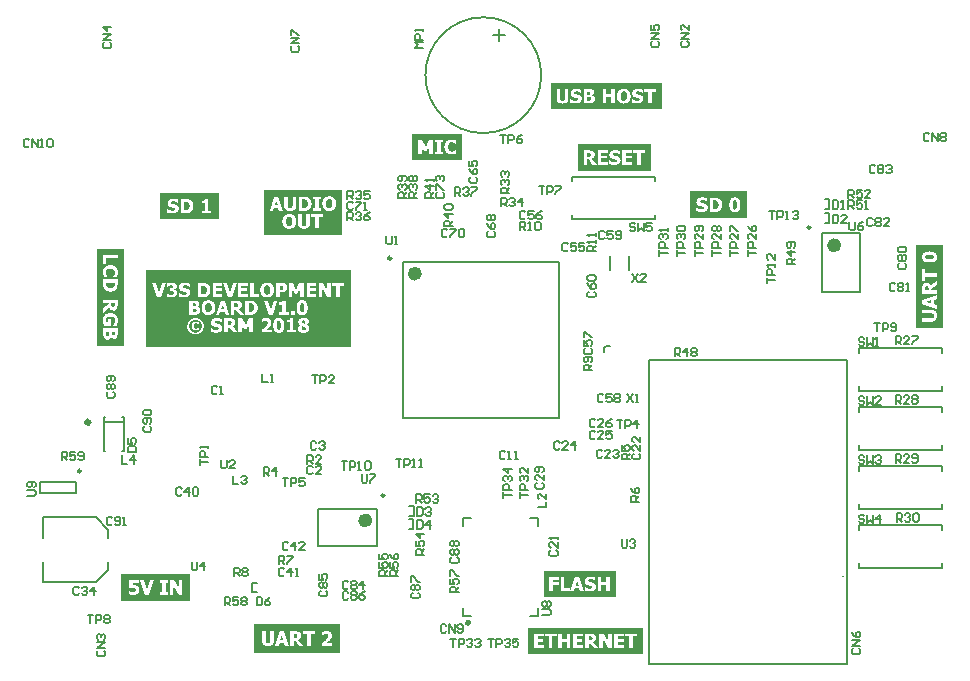
<source format=gto>
G04 Layer_Color=65535*
%FSLAX44Y44*%
%MOMM*%
G71*
G01*
G75*
%ADD50C,0.2000*%
%ADD51C,0.6000*%
%ADD63C,0.4000*%
%ADD64C,0.2500*%
%ADD65C,0.5000*%
%ADD66C,0.1300*%
G36*
X3337111Y2659000D02*
X3240000D01*
Y2681047D01*
X3337111D01*
Y2659000D01*
D02*
G37*
G36*
X2978000Y3027000D02*
X2928000D01*
Y3049480D01*
X2978000D01*
Y3027000D01*
D02*
G37*
G36*
X3081000Y2660000D02*
X3008000D01*
Y2684000D01*
X3081000D01*
Y2660000D01*
D02*
G37*
G36*
X2954000Y2704000D02*
X2895000D01*
Y2726297D01*
X2954000D01*
Y2704000D01*
D02*
G37*
G36*
X3090000Y2960831D02*
Y2945875D01*
Y2919000D01*
X2916000D01*
Y2945875D01*
Y2960831D01*
Y2983847D01*
X3090000D01*
Y2960831D01*
D02*
G37*
G36*
X3353000Y3120000D02*
X3259000D01*
Y3142547D01*
X3353000D01*
Y3120000D01*
D02*
G37*
G36*
X3184059Y3077000D02*
X3142000D01*
Y3099530D01*
X3184059D01*
Y3077000D01*
D02*
G37*
G36*
X3591000Y2935000D02*
X3568453D01*
Y3005000D01*
X3591000D01*
Y2935000D01*
D02*
G37*
G36*
X3314103Y2707000D02*
X3253000D01*
Y2729480D01*
X3314103D01*
Y2707000D01*
D02*
G37*
G36*
X3425000Y3028000D02*
X3377000D01*
Y3050547D01*
X3425000D01*
Y3028000D01*
D02*
G37*
G36*
X2897547Y2920000D02*
X2875000D01*
Y3002000D01*
X2897547D01*
Y2920000D01*
D02*
G37*
G36*
X3343837Y3068000D02*
X3282000D01*
Y3090480D01*
X3343837D01*
Y3068000D01*
D02*
G37*
G36*
X3082352Y3033956D02*
Y3014000D01*
X3016000D01*
Y3033956D01*
Y3051503D01*
X3082352D01*
Y3033956D01*
D02*
G37*
%LPC*%
G36*
X3332111Y2676047D02*
X3321947D01*
Y2673748D01*
X3325513D01*
Y2664000D01*
X3328545D01*
Y2673748D01*
X3332111D01*
Y2676047D01*
D02*
G37*
G36*
X3321147D02*
X3312999D01*
Y2664000D01*
X3321147D01*
Y2666299D01*
X3316015D01*
Y2669332D01*
X3320747D01*
Y2671631D01*
X3316015D01*
Y2673748D01*
X3321147D01*
Y2676047D01*
D02*
G37*
G36*
X3293387D02*
X3288206D01*
Y2664000D01*
X3291222D01*
Y2668416D01*
X3292288D01*
X3295637Y2664000D01*
X3299336D01*
X3295270Y2669115D01*
X3295637Y2669315D01*
X3295970Y2669549D01*
X3296253Y2669765D01*
X3296503Y2669982D01*
X3296687Y2670182D01*
X3296820Y2670332D01*
X3296870Y2670398D01*
X3296903Y2670448D01*
X3296937Y2670465D01*
Y2670482D01*
X3297153Y2670832D01*
X3297303Y2671198D01*
X3297420Y2671581D01*
X3297487Y2671931D01*
X3297537Y2672248D01*
X3297553Y2672381D01*
Y2672498D01*
X3297570Y2672598D01*
Y2672664D01*
Y2672715D01*
Y2672731D01*
X3297553Y2673081D01*
X3297503Y2673398D01*
X3297453Y2673681D01*
X3297386Y2673914D01*
X3297303Y2674097D01*
X3297253Y2674231D01*
X3297203Y2674314D01*
X3297187Y2674347D01*
X3297037Y2674581D01*
X3296870Y2674781D01*
X3296687Y2674964D01*
X3296520Y2675114D01*
X3296387Y2675230D01*
X3296253Y2675331D01*
X3296187Y2675380D01*
X3296154Y2675397D01*
X3295920Y2675530D01*
X3295670Y2675647D01*
X3295437Y2675730D01*
X3295220Y2675797D01*
X3295037Y2675847D01*
X3294904Y2675880D01*
X3294804Y2675914D01*
X3294771D01*
X3294487Y2675964D01*
X3294187Y2675997D01*
X3293904Y2676013D01*
X3293637Y2676030D01*
X3293387Y2676047D01*
D02*
G37*
G36*
X3275509D02*
X3272476D01*
Y2671631D01*
X3268377D01*
Y2676047D01*
X3265345D01*
Y2664000D01*
X3268377D01*
Y2669332D01*
X3272476D01*
Y2664000D01*
X3275509D01*
Y2676047D01*
D02*
G37*
G36*
X3310550D02*
X3307784D01*
Y2669132D01*
X3303935Y2676047D01*
X3300236D01*
Y2664000D01*
X3303002D01*
Y2672398D01*
X3307634Y2664000D01*
X3310550D01*
Y2676047D01*
D02*
G37*
G36*
X3286156D02*
X3278008D01*
Y2664000D01*
X3286156D01*
Y2666299D01*
X3281024D01*
Y2669332D01*
X3285756D01*
Y2671631D01*
X3281024D01*
Y2673748D01*
X3286156D01*
Y2676047D01*
D02*
G37*
G36*
X3253148D02*
X3245000D01*
Y2664000D01*
X3253148D01*
Y2666299D01*
X3248016D01*
Y2669332D01*
X3252748D01*
Y2671631D01*
X3248016D01*
Y2673748D01*
X3253148D01*
Y2676047D01*
D02*
G37*
G36*
X3264112D02*
X3253948D01*
Y2673748D01*
X3257513D01*
Y2664000D01*
X3260546D01*
Y2673748D01*
X3264112D01*
Y2676047D01*
D02*
G37*
%LPD*%
G36*
X3292704Y2673831D02*
X3292938D01*
X3293004Y2673814D01*
X3293071D01*
X3293321Y2673781D01*
X3293521Y2673714D01*
X3293604Y2673698D01*
X3293654Y2673664D01*
X3293687Y2673647D01*
X3293704D01*
X3293838Y2673581D01*
X3293954Y2673498D01*
X3294054Y2673414D01*
X3294137Y2673331D01*
X3294204Y2673264D01*
X3294237Y2673198D01*
X3294271Y2673164D01*
Y2673148D01*
X3294337Y2673014D01*
X3294371Y2672881D01*
X3294437Y2672631D01*
Y2672531D01*
X3294454Y2672448D01*
Y2672381D01*
Y2672365D01*
Y2672181D01*
X3294437Y2672014D01*
X3294404Y2671881D01*
X3294387Y2671748D01*
X3294354Y2671665D01*
X3294321Y2671581D01*
X3294304Y2671548D01*
Y2671531D01*
X3294187Y2671315D01*
X3294037Y2671132D01*
X3293971Y2671065D01*
X3293921Y2671031D01*
X3293887Y2670998D01*
X3293871Y2670981D01*
X3293637Y2670832D01*
X3293387Y2670715D01*
X3293288Y2670681D01*
X3293204Y2670665D01*
X3293154Y2670648D01*
X3293138D01*
X3292971Y2670632D01*
X3292788Y2670615D01*
X3292604Y2670598D01*
X3292438D01*
X3292288Y2670582D01*
X3291222D01*
Y2673847D01*
X3292571D01*
X3292704Y2673831D01*
D02*
G37*
%LPC*%
G36*
X2968929Y3044297D02*
X2966280D01*
X2966263Y3044113D01*
X2966230Y3043964D01*
X2966197Y3043813D01*
X2966163Y3043697D01*
X2966113Y3043597D01*
X2966080Y3043530D01*
X2966063Y3043481D01*
X2966046Y3043464D01*
X2965863Y3043247D01*
X2965663Y3043080D01*
X2965580Y3043030D01*
X2965513Y3042981D01*
X2965464Y3042964D01*
X2965447Y3042947D01*
X2965313Y3042897D01*
X2965164Y3042847D01*
X2964880Y3042764D01*
X2964763Y3042747D01*
X2964664Y3042731D01*
X2964580Y3042714D01*
X2964564D01*
X2964164Y3042681D01*
X2963980Y3042664D01*
X2963814D01*
X2963664Y3042647D01*
X2963464D01*
Y3040681D01*
X2965997D01*
Y3034316D01*
X2963464D01*
Y3032216D01*
X2971412D01*
Y3034316D01*
X2968929D01*
Y3044297D01*
D02*
G37*
G36*
X2949934Y3044264D02*
X2945735D01*
Y3032216D01*
X2949951D01*
X2950384Y3032250D01*
X2950784Y3032267D01*
X2951134Y3032300D01*
X2951284Y3032317D01*
X2951417Y3032333D01*
X2951534Y3032350D01*
X2951650D01*
X2951717Y3032367D01*
X2951784Y3032383D01*
X2951833D01*
X2952250Y3032466D01*
X2952633Y3032583D01*
X2952967Y3032700D01*
X2953283Y3032833D01*
X2953533Y3032966D01*
X2953633Y3033016D01*
X2953716Y3033066D01*
X2953783Y3033116D01*
X2953833Y3033133D01*
X2953866Y3033166D01*
X2953883D01*
X2954283Y3033466D01*
X2954650Y3033783D01*
X2954966Y3034133D01*
X2955233Y3034449D01*
X2955450Y3034749D01*
X2955533Y3034866D01*
X2955599Y3034983D01*
X2955666Y3035066D01*
X2955699Y3035149D01*
X2955733Y3035182D01*
Y3035199D01*
X2955866Y3035449D01*
X2955983Y3035716D01*
X2956166Y3036232D01*
X2956299Y3036732D01*
X2956382Y3037215D01*
X2956416Y3037415D01*
X2956449Y3037615D01*
X2956466Y3037782D01*
Y3037932D01*
X2956483Y3038048D01*
Y3038148D01*
Y3038199D01*
Y3038215D01*
X2956449Y3038848D01*
X2956366Y3039431D01*
X2956316Y3039698D01*
X2956266Y3039948D01*
X2956199Y3040181D01*
X2956133Y3040381D01*
X2956066Y3040581D01*
X2955999Y3040748D01*
X2955949Y3040898D01*
X2955899Y3041014D01*
X2955849Y3041114D01*
X2955816Y3041198D01*
X2955799Y3041231D01*
X2955782Y3041248D01*
X2955499Y3041714D01*
X2955199Y3042114D01*
X2954900Y3042480D01*
X2954600Y3042764D01*
X2954333Y3042997D01*
X2954216Y3043097D01*
X2954117Y3043181D01*
X2954033Y3043230D01*
X2953966Y3043280D01*
X2953933Y3043297D01*
X2953916Y3043314D01*
X2953550Y3043530D01*
X2953183Y3043697D01*
X2952833Y3043830D01*
X2952517Y3043930D01*
X2952234Y3044014D01*
X2952117Y3044047D01*
X2952017Y3044064D01*
X2951950Y3044080D01*
X2951884Y3044097D01*
X2951833D01*
X2951417Y3044147D01*
X2951000Y3044197D01*
X2950601Y3044230D01*
X2950234Y3044247D01*
X2950067D01*
X2949934Y3044264D01*
D02*
G37*
G36*
X2939937Y3044480D02*
X2939653D01*
X2939254Y3044464D01*
X2938887Y3044430D01*
X2938521Y3044380D01*
X2938187Y3044313D01*
X2937870Y3044230D01*
X2937570Y3044147D01*
X2937304Y3044047D01*
X2937054Y3043964D01*
X2936837Y3043864D01*
X2936638Y3043764D01*
X2936471Y3043680D01*
X2936321Y3043597D01*
X2936221Y3043530D01*
X2936138Y3043481D01*
X2936088Y3043447D01*
X2936071Y3043430D01*
X2935821Y3043230D01*
X2935604Y3043014D01*
X2935421Y3042780D01*
X2935255Y3042564D01*
X2935121Y3042331D01*
X2935005Y3042097D01*
X2934904Y3041881D01*
X2934838Y3041664D01*
X2934771Y3041464D01*
X2934738Y3041281D01*
X2934705Y3041114D01*
X2934671Y3040964D01*
Y3040848D01*
X2934655Y3040764D01*
Y3040698D01*
Y3040681D01*
X2934688Y3040231D01*
X2934755Y3039831D01*
X2934838Y3039482D01*
X2934955Y3039165D01*
X2935071Y3038932D01*
X2935121Y3038831D01*
X2935155Y3038748D01*
X2935204Y3038682D01*
X2935221Y3038632D01*
X2935255Y3038615D01*
Y3038598D01*
X2935371Y3038448D01*
X2935521Y3038298D01*
X2935821Y3038032D01*
X2936154Y3037815D01*
X2936487Y3037615D01*
X2936787Y3037465D01*
X2936921Y3037415D01*
X2937037Y3037365D01*
X2937137Y3037315D01*
X2937204Y3037282D01*
X2937254Y3037265D01*
X2937271D01*
X2937721Y3037132D01*
X2937954Y3037065D01*
X2938154Y3037015D01*
X2938320Y3036982D01*
X2938454Y3036949D01*
X2938537Y3036915D01*
X2938570D01*
X2938820Y3036866D01*
X2939070Y3036799D01*
X2939287Y3036749D01*
X2939487Y3036715D01*
X2939653Y3036666D01*
X2939787Y3036649D01*
X2939854Y3036616D01*
X2939887D01*
X2940070Y3036566D01*
X2940237Y3036499D01*
X2940370Y3036432D01*
X2940503Y3036365D01*
X2940603Y3036299D01*
X2940670Y3036249D01*
X2940720Y3036216D01*
X2940736Y3036199D01*
X2940853Y3036082D01*
X2940953Y3035966D01*
X2941020Y3035849D01*
X2941053Y3035732D01*
X2941086Y3035616D01*
X2941103Y3035549D01*
Y3035482D01*
Y3035466D01*
X2941086Y3035316D01*
X2941070Y3035182D01*
X2941036Y3035066D01*
X2940986Y3034983D01*
X2940936Y3034899D01*
X2940903Y3034849D01*
X2940887Y3034816D01*
X2940870Y3034799D01*
X2940703Y3034649D01*
X2940520Y3034533D01*
X2940453Y3034483D01*
X2940387Y3034466D01*
X2940353Y3034433D01*
X2940337D01*
X2940237Y3034383D01*
X2940120Y3034349D01*
X2939903Y3034299D01*
X2939803Y3034266D01*
X2939720D01*
X2939670Y3034249D01*
X2939653D01*
X2939503Y3034233D01*
X2939370Y3034216D01*
X2939254D01*
X2939153Y3034200D01*
X2938970D01*
X2938587Y3034216D01*
X2938204Y3034266D01*
X2937854Y3034333D01*
X2937537Y3034399D01*
X2937254Y3034466D01*
X2937137Y3034499D01*
X2937037Y3034533D01*
X2936971Y3034566D01*
X2936904Y3034583D01*
X2936871Y3034599D01*
X2936854D01*
X2936454Y3034766D01*
X2936071Y3034966D01*
X2935738Y3035166D01*
X2935438Y3035349D01*
X2935204Y3035533D01*
X2935105Y3035599D01*
X2935021Y3035666D01*
X2934938Y3035732D01*
X2934888Y3035766D01*
X2934871Y3035782D01*
X2934855Y3035799D01*
X2934588D01*
Y3032916D01*
X2935271Y3032650D01*
X2935588Y3032550D01*
X2935888Y3032450D01*
X2936138Y3032367D01*
X2936254Y3032333D01*
X2936338Y3032317D01*
X2936421Y3032300D01*
X2936471Y3032283D01*
X2936504Y3032267D01*
X2936521D01*
X2936921Y3032183D01*
X2937337Y3032117D01*
X2937754Y3032067D01*
X2938137Y3032033D01*
X2938304Y3032017D01*
X2938604D01*
X2938720Y3032000D01*
X2938954D01*
X2939387Y3032017D01*
X2939803Y3032050D01*
X2940203Y3032100D01*
X2940570Y3032167D01*
X2940903Y3032250D01*
X2941220Y3032350D01*
X2941503Y3032433D01*
X2941769Y3032550D01*
X2941986Y3032650D01*
X2942203Y3032733D01*
X2942369Y3032833D01*
X2942519Y3032916D01*
X2942619Y3032983D01*
X2942703Y3033033D01*
X2942753Y3033066D01*
X2942769Y3033083D01*
X2943019Y3033300D01*
X2943236Y3033516D01*
X2943419Y3033766D01*
X2943586Y3034000D01*
X2943719Y3034233D01*
X2943836Y3034483D01*
X2943936Y3034716D01*
X2944002Y3034933D01*
X2944069Y3035149D01*
X2944119Y3035349D01*
X2944136Y3035516D01*
X2944169Y3035666D01*
Y3035799D01*
X2944185Y3035882D01*
Y3035949D01*
Y3035966D01*
X2944152Y3036415D01*
X2944086Y3036815D01*
X2943986Y3037165D01*
X2943886Y3037449D01*
X2943769Y3037682D01*
X2943669Y3037849D01*
X2943619Y3037899D01*
X2943602Y3037949D01*
X2943569Y3037982D01*
X2943319Y3038248D01*
X2943019Y3038498D01*
X2942703Y3038715D01*
X2942403Y3038882D01*
X2942136Y3039031D01*
X2942019Y3039081D01*
X2941903Y3039131D01*
X2941819Y3039165D01*
X2941753Y3039198D01*
X2941719Y3039215D01*
X2941703D01*
X2941470Y3039298D01*
X2941236Y3039365D01*
X2941036Y3039415D01*
X2940853Y3039465D01*
X2940703Y3039515D01*
X2940587Y3039548D01*
X2940520Y3039565D01*
X2940486D01*
X2940070Y3039665D01*
X2939870Y3039715D01*
X2939703Y3039748D01*
X2939537Y3039781D01*
X2939420Y3039814D01*
X2939354Y3039831D01*
X2939320D01*
X2939004Y3039915D01*
X2938737Y3039998D01*
X2938504Y3040081D01*
X2938337Y3040148D01*
X2938204Y3040215D01*
X2938120Y3040265D01*
X2938070Y3040298D01*
X2938054Y3040315D01*
X2937954Y3040431D01*
X2937870Y3040548D01*
X2937820Y3040664D01*
X2937771Y3040781D01*
X2937754Y3040898D01*
X2937737Y3040981D01*
Y3041031D01*
Y3041048D01*
X2937754Y3041164D01*
X2937771Y3041264D01*
X2937837Y3041447D01*
X2937870Y3041514D01*
X2937904Y3041564D01*
X2937937Y3041598D01*
Y3041614D01*
X2938104Y3041781D01*
X2938254Y3041897D01*
X2938320Y3041947D01*
X2938370Y3041981D01*
X2938404Y3041997D01*
X2938420D01*
X2938670Y3042097D01*
X2938887Y3042164D01*
X2938970Y3042197D01*
X2939037D01*
X2939070Y3042214D01*
X2939087D01*
X2939337Y3042247D01*
X2939570Y3042281D01*
X2939803D01*
X2940186Y3042264D01*
X2940536Y3042214D01*
X2940870Y3042148D01*
X2941170Y3042081D01*
X2941420Y3042014D01*
X2941536Y3041981D01*
X2941620Y3041947D01*
X2941686Y3041914D01*
X2941736Y3041897D01*
X2941769Y3041881D01*
X2941786D01*
X2942136Y3041731D01*
X2942453Y3041564D01*
X2942736Y3041398D01*
X2942969Y3041248D01*
X2943152Y3041114D01*
X2943303Y3041014D01*
X2943386Y3040948D01*
X2943419Y3040914D01*
X2943702D01*
Y3043664D01*
X2943369Y3043797D01*
X2943052Y3043914D01*
X2942719Y3044014D01*
X2942419Y3044097D01*
X2942169Y3044164D01*
X2942053Y3044180D01*
X2941970Y3044214D01*
X2941886Y3044230D01*
X2941836D01*
X2941803Y3044247D01*
X2941786D01*
X2941386Y3044330D01*
X2941003Y3044380D01*
X2940637Y3044430D01*
X2940320Y3044447D01*
X2940053Y3044464D01*
X2939937Y3044480D01*
D02*
G37*
%LPD*%
G36*
X2949734Y3041997D02*
X2950151D01*
X2950301Y3041981D01*
X2950417D01*
X2950667Y3041947D01*
X2950901Y3041914D01*
X2951117Y3041848D01*
X2951317Y3041781D01*
X2951467Y3041714D01*
X2951600Y3041648D01*
X2951667Y3041614D01*
X2951700Y3041598D01*
X2952000Y3041414D01*
X2952250Y3041198D01*
X2952467Y3040981D01*
X2952650Y3040764D01*
X2952784Y3040581D01*
X2952867Y3040414D01*
X2952933Y3040315D01*
X2952950Y3040298D01*
Y3040281D01*
X2953083Y3039948D01*
X2953183Y3039598D01*
X2953267Y3039265D01*
X2953317Y3038948D01*
X2953350Y3038665D01*
Y3038548D01*
X2953367Y3038448D01*
Y3038365D01*
Y3038298D01*
Y3038265D01*
Y3038248D01*
X2953350Y3037815D01*
X2953300Y3037432D01*
X2953233Y3037099D01*
X2953167Y3036799D01*
X2953100Y3036566D01*
X2953067Y3036465D01*
X2953033Y3036382D01*
X2953000Y3036316D01*
X2952983Y3036266D01*
X2952967Y3036249D01*
Y3036232D01*
X2952817Y3035949D01*
X2952633Y3035682D01*
X2952450Y3035466D01*
X2952267Y3035283D01*
X2952100Y3035132D01*
X2951967Y3035032D01*
X2951884Y3034966D01*
X2951867Y3034949D01*
X2951850D01*
X2951617Y3034816D01*
X2951384Y3034716D01*
X2951151Y3034633D01*
X2950951Y3034583D01*
X2950767Y3034549D01*
X2950634Y3034533D01*
X2950551Y3034516D01*
X2950517D01*
X2950251Y3034499D01*
X2949684D01*
X2949418Y3034483D01*
X2948768D01*
Y3042014D01*
X2949467D01*
X2949734Y3041997D01*
D02*
G37*
%LPC*%
G36*
X3059380Y2678023D02*
X3049215D01*
Y2675724D01*
X3052781D01*
Y2665977D01*
X3055814D01*
Y2675724D01*
X3059380D01*
Y2678023D01*
D02*
G37*
G36*
X3043617D02*
X3038435D01*
Y2665977D01*
X3041451D01*
Y2670392D01*
X3042517D01*
X3045866Y2665977D01*
X3049565D01*
X3045500Y2671092D01*
X3045866Y2671292D01*
X3046200Y2671525D01*
X3046483Y2671742D01*
X3046733Y2671958D01*
X3046916Y2672158D01*
X3047049Y2672308D01*
X3047099Y2672375D01*
X3047133Y2672425D01*
X3047166Y2672441D01*
Y2672458D01*
X3047383Y2672808D01*
X3047532Y2673175D01*
X3047649Y2673558D01*
X3047716Y2673908D01*
X3047766Y2674225D01*
X3047783Y2674358D01*
Y2674474D01*
X3047799Y2674574D01*
Y2674641D01*
Y2674691D01*
Y2674708D01*
X3047783Y2675057D01*
X3047733Y2675374D01*
X3047682Y2675657D01*
X3047616Y2675891D01*
X3047532Y2676074D01*
X3047483Y2676207D01*
X3047433Y2676291D01*
X3047416Y2676324D01*
X3047266Y2676557D01*
X3047099Y2676757D01*
X3046916Y2676940D01*
X3046749Y2677090D01*
X3046616Y2677207D01*
X3046483Y2677307D01*
X3046416Y2677357D01*
X3046383Y2677374D01*
X3046150Y2677507D01*
X3045900Y2677624D01*
X3045666Y2677707D01*
X3045450Y2677773D01*
X3045266Y2677823D01*
X3045133Y2677857D01*
X3045033Y2677890D01*
X3045000D01*
X3044716Y2677940D01*
X3044417Y2677974D01*
X3044133Y2677990D01*
X3043867Y2678007D01*
X3043617Y2678023D01*
D02*
G37*
G36*
X3033153D02*
X3029870D01*
X3025805Y2665977D01*
X3028821D01*
X3029571Y2668426D01*
X3033369D01*
X3034119Y2665977D01*
X3037235D01*
X3033153Y2678023D01*
D02*
G37*
G36*
X3024772D02*
X3021739D01*
Y2670509D01*
Y2670275D01*
X3021722Y2670042D01*
X3021689Y2669842D01*
X3021656Y2669659D01*
X3021589Y2669326D01*
X3021489Y2669059D01*
X3021406Y2668859D01*
X3021323Y2668726D01*
X3021256Y2668643D01*
X3021239Y2668609D01*
X3021039Y2668409D01*
X3020806Y2668276D01*
X3020540Y2668176D01*
X3020306Y2668093D01*
X3020073Y2668059D01*
X3019890Y2668043D01*
X3019823Y2668026D01*
X3019723D01*
X3019356Y2668059D01*
X3019040Y2668126D01*
X3018790Y2668209D01*
X3018573Y2668326D01*
X3018407Y2668443D01*
X3018290Y2668526D01*
X3018223Y2668593D01*
X3018207Y2668626D01*
X3018057Y2668893D01*
X3017940Y2669176D01*
X3017857Y2669492D01*
X3017807Y2669792D01*
X3017773Y2670075D01*
X3017757Y2670192D01*
X3017740Y2670309D01*
Y2670392D01*
Y2670459D01*
Y2670492D01*
Y2670509D01*
Y2678023D01*
X3014708D01*
Y2670325D01*
X3014724Y2669909D01*
X3014758Y2669525D01*
X3014824Y2669176D01*
X3014908Y2668826D01*
X3015008Y2668526D01*
X3015124Y2668242D01*
X3015241Y2667993D01*
X3015357Y2667759D01*
X3015474Y2667560D01*
X3015591Y2667376D01*
X3015707Y2667226D01*
X3015807Y2667110D01*
X3015891Y2667010D01*
X3015957Y2666943D01*
X3015991Y2666909D01*
X3016007Y2666893D01*
X3016257Y2666693D01*
X3016541Y2666510D01*
X3016841Y2666360D01*
X3017140Y2666227D01*
X3017440Y2666110D01*
X3017757Y2666010D01*
X3018057Y2665927D01*
X3018357Y2665876D01*
X3018640Y2665827D01*
X3018890Y2665793D01*
X3019123Y2665760D01*
X3019323Y2665743D01*
X3019490Y2665727D01*
X3019723D01*
X3020173Y2665743D01*
X3020606Y2665777D01*
X3021006Y2665843D01*
X3021373Y2665910D01*
X3021706Y2665993D01*
X3022006Y2666093D01*
X3022289Y2666210D01*
X3022539Y2666326D01*
X3022772Y2666426D01*
X3022956Y2666543D01*
X3023122Y2666643D01*
X3023255Y2666726D01*
X3023355Y2666793D01*
X3023422Y2666860D01*
X3023472Y2666893D01*
X3023489Y2666909D01*
X3023722Y2667143D01*
X3023905Y2667409D01*
X3024088Y2667676D01*
X3024239Y2667943D01*
X3024355Y2668226D01*
X3024455Y2668526D01*
X3024538Y2668792D01*
X3024605Y2669076D01*
X3024672Y2669326D01*
X3024705Y2669559D01*
X3024738Y2669776D01*
X3024755Y2669959D01*
X3024772Y2670109D01*
Y2670226D01*
Y2670309D01*
Y2670325D01*
Y2678023D01*
D02*
G37*
G36*
X3069594Y2678273D02*
X3069394D01*
X3069010Y2678257D01*
X3068644Y2678240D01*
X3068294Y2678190D01*
X3067977Y2678140D01*
X3067711Y2678090D01*
X3067594Y2678073D01*
X3067494Y2678057D01*
X3067411Y2678040D01*
X3067361Y2678023D01*
X3067328Y2678007D01*
X3067311D01*
X3066927Y2677907D01*
X3066611Y2677823D01*
X3066328Y2677740D01*
X3066111Y2677657D01*
X3065945Y2677607D01*
X3065828Y2677557D01*
X3065745Y2677523D01*
X3065728Y2677507D01*
Y2674891D01*
X3065961D01*
X3066078Y2674974D01*
X3066228Y2675057D01*
X3066328Y2675124D01*
X3066361Y2675157D01*
X3066378D01*
X3066611Y2675308D01*
X3066844Y2675424D01*
X3066944Y2675474D01*
X3067028Y2675508D01*
X3067078Y2675541D01*
X3067094D01*
X3067394Y2675657D01*
X3067544Y2675724D01*
X3067661Y2675757D01*
X3067777Y2675791D01*
X3067861Y2675824D01*
X3067911Y2675841D01*
X3067927D01*
X3068244Y2675907D01*
X3068377Y2675924D01*
X3068510Y2675941D01*
X3068627Y2675957D01*
X3068794D01*
X3069110Y2675941D01*
X3069394Y2675891D01*
X3069627Y2675807D01*
X3069827Y2675741D01*
X3069994Y2675657D01*
X3070110Y2675574D01*
X3070177Y2675524D01*
X3070193Y2675508D01*
X3070360Y2675324D01*
X3070493Y2675107D01*
X3070576Y2674891D01*
X3070643Y2674691D01*
X3070677Y2674508D01*
X3070710Y2674341D01*
Y2674241D01*
Y2674225D01*
Y2674208D01*
X3070693Y2673925D01*
X3070643Y2673658D01*
X3070576Y2673425D01*
X3070510Y2673208D01*
X3070443Y2673025D01*
X3070377Y2672875D01*
X3070327Y2672791D01*
X3070310Y2672758D01*
X3070143Y2672491D01*
X3069944Y2672208D01*
X3069727Y2671942D01*
X3069527Y2671675D01*
X3069327Y2671458D01*
X3069177Y2671275D01*
X3069110Y2671208D01*
X3069060Y2671175D01*
X3069044Y2671142D01*
X3069027Y2671125D01*
X3068760Y2670858D01*
X3068494Y2670592D01*
X3068227Y2670325D01*
X3067977Y2670092D01*
X3067761Y2669892D01*
X3067594Y2669742D01*
X3067527Y2669692D01*
X3067477Y2669642D01*
X3067461Y2669626D01*
X3067444Y2669609D01*
X3067094Y2669309D01*
X3066744Y2669009D01*
X3066411Y2668726D01*
X3066094Y2668476D01*
X3065828Y2668259D01*
X3065711Y2668159D01*
X3065611Y2668076D01*
X3065545Y2668009D01*
X3065478Y2667959D01*
X3065445Y2667943D01*
X3065428Y2667926D01*
Y2665977D01*
X3074292D01*
Y2668242D01*
X3069160D01*
X3069294Y2668343D01*
X3069444Y2668459D01*
X3069777Y2668726D01*
X3069927Y2668842D01*
X3070043Y2668942D01*
X3070127Y2669009D01*
X3070160Y2669026D01*
X3070677Y2669476D01*
X3070910Y2669692D01*
X3071126Y2669892D01*
X3071310Y2670059D01*
X3071460Y2670209D01*
X3071543Y2670292D01*
X3071577Y2670325D01*
X3071976Y2670759D01*
X3072326Y2671158D01*
X3072610Y2671525D01*
X3072843Y2671859D01*
X3073026Y2672125D01*
X3073093Y2672242D01*
X3073143Y2672325D01*
X3073193Y2672408D01*
X3073226Y2672458D01*
X3073242Y2672491D01*
Y2672508D01*
X3073409Y2672892D01*
X3073542Y2673275D01*
X3073626Y2673625D01*
X3073693Y2673958D01*
X3073726Y2674225D01*
X3073742Y2674341D01*
X3073759Y2674441D01*
Y2674524D01*
Y2674574D01*
Y2674608D01*
Y2674624D01*
X3073742Y2674941D01*
X3073709Y2675241D01*
X3073659Y2675524D01*
X3073593Y2675774D01*
X3073493Y2676007D01*
X3073409Y2676241D01*
X3073309Y2676440D01*
X3073209Y2676624D01*
X3073093Y2676774D01*
X3072993Y2676924D01*
X3072910Y2677040D01*
X3072826Y2677140D01*
X3072743Y2677207D01*
X3072693Y2677257D01*
X3072659Y2677290D01*
X3072643Y2677307D01*
X3072426Y2677473D01*
X3072193Y2677624D01*
X3071943Y2677757D01*
X3071676Y2677874D01*
X3071410Y2677957D01*
X3071126Y2678040D01*
X3070610Y2678157D01*
X3070360Y2678190D01*
X3070127Y2678223D01*
X3069927Y2678240D01*
X3069744Y2678257D01*
X3069594Y2678273D01*
D02*
G37*
%LPD*%
G36*
X3042934Y2675807D02*
X3043167D01*
X3043234Y2675791D01*
X3043300D01*
X3043550Y2675757D01*
X3043750Y2675691D01*
X3043834Y2675674D01*
X3043883Y2675641D01*
X3043917Y2675624D01*
X3043933D01*
X3044067Y2675557D01*
X3044183Y2675474D01*
X3044283Y2675391D01*
X3044367Y2675308D01*
X3044433Y2675241D01*
X3044467Y2675174D01*
X3044500Y2675141D01*
Y2675124D01*
X3044567Y2674991D01*
X3044600Y2674857D01*
X3044667Y2674608D01*
Y2674508D01*
X3044683Y2674424D01*
Y2674358D01*
Y2674341D01*
Y2674158D01*
X3044667Y2673991D01*
X3044633Y2673858D01*
X3044617Y2673724D01*
X3044583Y2673641D01*
X3044550Y2673558D01*
X3044533Y2673524D01*
Y2673508D01*
X3044417Y2673291D01*
X3044267Y2673108D01*
X3044200Y2673041D01*
X3044150Y2673008D01*
X3044117Y2672975D01*
X3044100Y2672958D01*
X3043867Y2672808D01*
X3043617Y2672692D01*
X3043517Y2672658D01*
X3043434Y2672642D01*
X3043383Y2672625D01*
X3043367D01*
X3043200Y2672608D01*
X3043017Y2672592D01*
X3042834Y2672575D01*
X3042667D01*
X3042517Y2672558D01*
X3041451D01*
Y2675824D01*
X3042800D01*
X3042934Y2675807D01*
D02*
G37*
G36*
X3032703Y2670625D02*
X3030237D01*
X3031470Y2674591D01*
X3032703Y2670625D01*
D02*
G37*
%LPC*%
G36*
X2947086Y2721297D02*
X2944320D01*
Y2714382D01*
X2940471Y2721297D01*
X2936772D01*
Y2709250D01*
X2939538D01*
Y2717648D01*
X2944170Y2709250D01*
X2947086D01*
Y2721297D01*
D02*
G37*
G36*
X2922809D02*
X2919760D01*
X2917127Y2713099D01*
X2914494Y2721297D01*
X2911362D01*
X2915494Y2709250D01*
X2918660D01*
X2922809Y2721297D01*
D02*
G37*
G36*
X2910412D02*
X2902431D01*
Y2714532D01*
X2902681D01*
X2903047Y2714615D01*
X2903230Y2714648D01*
X2903397Y2714682D01*
X2903547Y2714715D01*
X2903664Y2714732D01*
X2903730Y2714749D01*
X2903764D01*
X2904230Y2714815D01*
X2904447Y2714832D01*
X2904647Y2714849D01*
X2904813Y2714865D01*
X2905063D01*
X2905413Y2714849D01*
X2905580Y2714832D01*
X2905730D01*
X2905880Y2714815D01*
X2905980Y2714799D01*
X2906046Y2714782D01*
X2906080D01*
X2906296Y2714749D01*
X2906479Y2714698D01*
X2906646Y2714632D01*
X2906796Y2714582D01*
X2906913Y2714515D01*
X2907013Y2714482D01*
X2907063Y2714449D01*
X2907079Y2714432D01*
X2907263Y2714265D01*
X2907413Y2714115D01*
X2907463Y2714032D01*
X2907496Y2713982D01*
X2907529Y2713949D01*
Y2713932D01*
X2907596Y2713815D01*
X2907629Y2713699D01*
X2907696Y2713449D01*
Y2713349D01*
X2907713Y2713266D01*
Y2713216D01*
Y2713199D01*
Y2713016D01*
X2907696Y2712866D01*
X2907663Y2712733D01*
X2907646Y2712616D01*
X2907613Y2712516D01*
X2907579Y2712449D01*
X2907563Y2712416D01*
Y2712399D01*
X2907446Y2712183D01*
X2907329Y2712016D01*
X2907263Y2711949D01*
X2907229Y2711899D01*
X2907196Y2711866D01*
X2907179Y2711849D01*
X2907046Y2711749D01*
X2906896Y2711666D01*
X2906613Y2711533D01*
X2906496Y2711483D01*
X2906396Y2711449D01*
X2906313Y2711433D01*
X2906296D01*
X2905913Y2711366D01*
X2905746Y2711349D01*
X2905597Y2711333D01*
X2905480Y2711316D01*
X2905097D01*
X2904913Y2711333D01*
X2904747Y2711349D01*
X2904597Y2711366D01*
X2904464Y2711383D01*
X2904380Y2711400D01*
X2904313Y2711416D01*
X2904297D01*
X2903980Y2711516D01*
X2903830Y2711549D01*
X2903697Y2711599D01*
X2903597Y2711633D01*
X2903514Y2711666D01*
X2903447Y2711699D01*
X2903430D01*
X2903264Y2711766D01*
X2903130Y2711833D01*
X2902997Y2711899D01*
X2902897Y2711949D01*
X2902814Y2711983D01*
X2902747Y2712016D01*
X2902714Y2712049D01*
X2902697D01*
X2902497Y2712166D01*
X2902331Y2712266D01*
X2902264Y2712299D01*
X2902214Y2712332D01*
X2902197Y2712349D01*
X2901914D01*
Y2709716D01*
X2902164Y2709616D01*
X2902414Y2709533D01*
X2902681Y2709450D01*
X2902931Y2709383D01*
X2903164Y2709317D01*
X2903330Y2709267D01*
X2903397Y2709250D01*
X2903447D01*
X2903480Y2709233D01*
X2903497D01*
X2903880Y2709167D01*
X2904280Y2709100D01*
X2904663Y2709066D01*
X2905030Y2709033D01*
X2905346Y2709017D01*
X2905480D01*
X2905597Y2709000D01*
X2905813D01*
X2906263Y2709017D01*
X2906679Y2709050D01*
X2907046Y2709100D01*
X2907363Y2709150D01*
X2907613Y2709200D01*
X2907713Y2709233D01*
X2907796Y2709250D01*
X2907863Y2709267D01*
X2907913Y2709283D01*
X2907929Y2709300D01*
X2907946D01*
X2908263Y2709433D01*
X2908562Y2709567D01*
X2908812Y2709716D01*
X2909029Y2709866D01*
X2909212Y2710000D01*
X2909345Y2710100D01*
X2909429Y2710166D01*
X2909462Y2710200D01*
X2909679Y2710433D01*
X2909879Y2710666D01*
X2910045Y2710899D01*
X2910179Y2711116D01*
X2910279Y2711299D01*
X2910345Y2711449D01*
X2910395Y2711549D01*
X2910412Y2711566D01*
Y2711583D01*
X2910529Y2711883D01*
X2910612Y2712199D01*
X2910662Y2712482D01*
X2910712Y2712749D01*
X2910728Y2712982D01*
X2910745Y2713166D01*
Y2713232D01*
Y2713282D01*
Y2713299D01*
Y2713316D01*
X2910728Y2713699D01*
X2910678Y2714066D01*
X2910628Y2714365D01*
X2910562Y2714632D01*
X2910479Y2714849D01*
X2910428Y2715015D01*
X2910379Y2715115D01*
X2910362Y2715148D01*
X2910212Y2715415D01*
X2910029Y2715648D01*
X2909845Y2715865D01*
X2909679Y2716031D01*
X2909529Y2716165D01*
X2909395Y2716265D01*
X2909312Y2716331D01*
X2909279Y2716348D01*
X2909062Y2716481D01*
X2908846Y2716581D01*
X2908612Y2716682D01*
X2908412Y2716748D01*
X2908246Y2716815D01*
X2908096Y2716848D01*
X2908012Y2716881D01*
X2907979D01*
X2907696Y2716948D01*
X2907413Y2716981D01*
X2907146Y2717014D01*
X2906913Y2717048D01*
X2906696D01*
X2906530Y2717065D01*
X2906046D01*
X2905963Y2717048D01*
X2905846D01*
X2905613Y2717031D01*
X2905446D01*
X2905380Y2717014D01*
X2905280D01*
Y2719031D01*
X2910412D01*
Y2721297D01*
D02*
G37*
G36*
X2934789D02*
X2928291D01*
Y2719197D01*
X2930023D01*
Y2711349D01*
X2928291D01*
Y2709250D01*
X2934789D01*
Y2711349D01*
X2933056D01*
Y2719197D01*
X2934789D01*
Y2721297D01*
D02*
G37*
G36*
X3007432Y2973128D02*
X3004400D01*
Y2961081D01*
X3012431D01*
Y2963381D01*
X3007432D01*
Y2973128D01*
D02*
G37*
G36*
X3060452D02*
X3052304D01*
Y2961081D01*
X3060452D01*
Y2963381D01*
X3055320D01*
Y2966413D01*
X3060052D01*
Y2968712D01*
X3055320D01*
Y2970829D01*
X3060452D01*
Y2973128D01*
D02*
G37*
G36*
X3031559D02*
X3026627D01*
Y2961081D01*
X3029660D01*
Y2965013D01*
X3031459D01*
X3031676Y2965030D01*
X3031876Y2965047D01*
X3032059Y2965063D01*
X3032192Y2965080D01*
X3032309Y2965097D01*
X3032376Y2965114D01*
X3032393D01*
X3032592Y2965147D01*
X3032776Y2965197D01*
X3032926Y2965247D01*
X3033076Y2965297D01*
X3033192Y2965330D01*
X3033275Y2965363D01*
X3033342Y2965397D01*
X3033359D01*
X3033676Y2965547D01*
X3033809Y2965630D01*
X3033942Y2965713D01*
X3034042Y2965763D01*
X3034109Y2965813D01*
X3034159Y2965847D01*
X3034175Y2965863D01*
X3034442Y2966063D01*
X3034542Y2966163D01*
X3034642Y2966263D01*
X3034725Y2966330D01*
X3034792Y2966396D01*
X3034825Y2966430D01*
X3034842Y2966447D01*
X3035025Y2966646D01*
X3035175Y2966863D01*
X3035325Y2967063D01*
X3035425Y2967263D01*
X3035508Y2967446D01*
X3035575Y2967580D01*
X3035608Y2967679D01*
X3035625Y2967713D01*
X3035708Y2967996D01*
X3035775Y2968279D01*
X3035825Y2968563D01*
X3035858Y2968796D01*
X3035875Y2969012D01*
X3035892Y2969179D01*
Y2969229D01*
Y2969279D01*
Y2969296D01*
Y2969312D01*
X3035875Y2969696D01*
X3035825Y2970029D01*
X3035775Y2970345D01*
X3035708Y2970612D01*
X3035625Y2970812D01*
X3035575Y2970979D01*
X3035525Y2971078D01*
X3035508Y2971112D01*
X3035358Y2971378D01*
X3035192Y2971628D01*
X3035009Y2971828D01*
X3034842Y2972012D01*
X3034692Y2972145D01*
X3034575Y2972245D01*
X3034492Y2972312D01*
X3034459Y2972328D01*
X3034225Y2972478D01*
X3033992Y2972595D01*
X3033759Y2972695D01*
X3033542Y2972778D01*
X3033359Y2972845D01*
X3033226Y2972895D01*
X3033126Y2972928D01*
X3033092D01*
X3032792Y2972995D01*
X3032492Y2973045D01*
X3032192Y2973078D01*
X3031909Y2973111D01*
X3031659D01*
X3031559Y2973128D01*
D02*
G37*
G36*
X3034625Y2958205D02*
X3031976D01*
X3031959Y2958022D01*
X3031926Y2957872D01*
X3031893Y2957722D01*
X3031859Y2957605D01*
X3031809Y2957505D01*
X3031776Y2957439D01*
X3031759Y2957389D01*
X3031743Y2957372D01*
X3031559Y2957155D01*
X3031359Y2956989D01*
X3031276Y2956939D01*
X3031209Y2956889D01*
X3031159Y2956872D01*
X3031143Y2956855D01*
X3031010Y2956806D01*
X3030859Y2956756D01*
X3030576Y2956672D01*
X3030460Y2956656D01*
X3030359Y2956639D01*
X3030276Y2956622D01*
X3030260D01*
X3029860Y2956589D01*
X3029677Y2956572D01*
X3029510D01*
X3029360Y2956556D01*
X3029160D01*
Y2954590D01*
X3031693D01*
Y2948224D01*
X3029160D01*
Y2946125D01*
X3037108D01*
Y2948224D01*
X3034625D01*
Y2958205D01*
D02*
G37*
G36*
X3002350Y2973128D02*
X2994202D01*
Y2961081D01*
X3002350D01*
Y2963381D01*
X2997218D01*
Y2966413D01*
X3001950D01*
Y2968712D01*
X2997218D01*
Y2970829D01*
X3002350D01*
Y2973128D01*
D02*
G37*
G36*
X2964477D02*
X2960278D01*
Y2961081D01*
X2964493D01*
X2964926Y2961115D01*
X2965326Y2961131D01*
X2965676Y2961165D01*
X2965826Y2961181D01*
X2965959Y2961198D01*
X2966076Y2961215D01*
X2966193D01*
X2966259Y2961231D01*
X2966326Y2961248D01*
X2966376D01*
X2966793Y2961331D01*
X2967176Y2961448D01*
X2967509Y2961564D01*
X2967826Y2961698D01*
X2968076Y2961831D01*
X2968176Y2961881D01*
X2968259Y2961931D01*
X2968326Y2961981D01*
X2968376Y2961998D01*
X2968409Y2962031D01*
X2968426D01*
X2968825Y2962331D01*
X2969192Y2962647D01*
X2969509Y2962997D01*
X2969775Y2963314D01*
X2969992Y2963614D01*
X2970075Y2963730D01*
X2970142Y2963847D01*
X2970208Y2963930D01*
X2970242Y2964014D01*
X2970275Y2964047D01*
Y2964064D01*
X2970408Y2964314D01*
X2970525Y2964580D01*
X2970708Y2965097D01*
X2970842Y2965597D01*
X2970925Y2966080D01*
X2970958Y2966280D01*
X2970992Y2966480D01*
X2971008Y2966646D01*
Y2966796D01*
X2971025Y2966913D01*
Y2967013D01*
Y2967063D01*
Y2967079D01*
X2970992Y2967713D01*
X2970908Y2968296D01*
X2970858Y2968563D01*
X2970808Y2968813D01*
X2970742Y2969046D01*
X2970675Y2969246D01*
X2970608Y2969446D01*
X2970542Y2969612D01*
X2970492Y2969762D01*
X2970442Y2969879D01*
X2970392Y2969979D01*
X2970358Y2970062D01*
X2970342Y2970096D01*
X2970325Y2970112D01*
X2970042Y2970579D01*
X2969742Y2970979D01*
X2969442Y2971345D01*
X2969142Y2971628D01*
X2968875Y2971862D01*
X2968759Y2971962D01*
X2968659Y2972045D01*
X2968575Y2972095D01*
X2968509Y2972145D01*
X2968476Y2972162D01*
X2968459Y2972178D01*
X2968092Y2972395D01*
X2967726Y2972562D01*
X2967376Y2972695D01*
X2967059Y2972795D01*
X2966776Y2972878D01*
X2966659Y2972911D01*
X2966559Y2972928D01*
X2966493Y2972945D01*
X2966426Y2972961D01*
X2966376D01*
X2965959Y2973011D01*
X2965543Y2973062D01*
X2965143Y2973095D01*
X2964776Y2973111D01*
X2964610D01*
X2964477Y2973128D01*
D02*
G37*
G36*
X3019113Y2973378D02*
X3018996D01*
X3018496Y2973362D01*
X3018029Y2973311D01*
X3017596Y2973228D01*
X3017180Y2973111D01*
X3016797Y2972978D01*
X3016447Y2972845D01*
X3016130Y2972695D01*
X3015847Y2972528D01*
X3015597Y2972378D01*
X3015363Y2972212D01*
X3015180Y2972079D01*
X3015014Y2971945D01*
X3014897Y2971828D01*
X3014797Y2971745D01*
X3014747Y2971695D01*
X3014730Y2971678D01*
X3014464Y2971345D01*
X3014214Y2970995D01*
X3014014Y2970629D01*
X3013831Y2970245D01*
X3013681Y2969862D01*
X3013564Y2969496D01*
X3013464Y2969113D01*
X3013381Y2968763D01*
X3013314Y2968412D01*
X3013264Y2968096D01*
X3013231Y2967813D01*
X3013197Y2967580D01*
Y2967379D01*
X3013181Y2967230D01*
Y2967130D01*
Y2967113D01*
Y2967096D01*
X3013197Y2966563D01*
X3013247Y2966080D01*
X3013331Y2965597D01*
X3013431Y2965164D01*
X3013547Y2964763D01*
X3013664Y2964380D01*
X3013814Y2964030D01*
X3013964Y2963730D01*
X3014097Y2963447D01*
X3014247Y2963197D01*
X3014364Y2962997D01*
X3014497Y2962831D01*
X3014580Y2962697D01*
X3014664Y2962597D01*
X3014714Y2962531D01*
X3014730Y2962514D01*
X3015030Y2962214D01*
X3015363Y2961964D01*
X3015697Y2961731D01*
X3016046Y2961548D01*
X3016413Y2961381D01*
X3016763Y2961248D01*
X3017113Y2961131D01*
X3017446Y2961048D01*
X3017763Y2960964D01*
X3018063Y2960915D01*
X3018313Y2960881D01*
X3018546Y2960865D01*
X3018729Y2960848D01*
X3018879Y2960831D01*
X3018996D01*
X3019496Y2960848D01*
X3019962Y2960898D01*
X3020396Y2960981D01*
X3020812Y2961098D01*
X3021195Y2961215D01*
X3021545Y2961364D01*
X3021862Y2961514D01*
X3022145Y2961664D01*
X3022412Y2961814D01*
X3022628Y2961964D01*
X3022812Y2962114D01*
X3022978Y2962231D01*
X3023095Y2962347D01*
X3023195Y2962431D01*
X3023245Y2962481D01*
X3023261Y2962498D01*
X3023545Y2962831D01*
X3023778Y2963181D01*
X3023995Y2963547D01*
X3024161Y2963930D01*
X3024311Y2964314D01*
X3024445Y2964697D01*
X3024544Y2965063D01*
X3024628Y2965430D01*
X3024695Y2965763D01*
X3024744Y2966080D01*
X3024778Y2966363D01*
X3024811Y2966613D01*
Y2966813D01*
X3024828Y2966963D01*
Y2967063D01*
Y2967096D01*
X3024811Y2967629D01*
X3024761Y2968129D01*
X3024678Y2968596D01*
X3024578Y2969046D01*
X3024461Y2969462D01*
X3024328Y2969829D01*
X3024195Y2970179D01*
X3024044Y2970495D01*
X3023895Y2970762D01*
X3023761Y2971012D01*
X3023628Y2971212D01*
X3023511Y2971395D01*
X3023411Y2971529D01*
X3023328Y2971612D01*
X3023278Y2971678D01*
X3023261Y2971695D01*
X3022961Y2971995D01*
X3022628Y2972245D01*
X3022295Y2972478D01*
X3021945Y2972661D01*
X3021579Y2972828D01*
X3021229Y2972961D01*
X3020879Y2973078D01*
X3020545Y2973161D01*
X3020229Y2973245D01*
X3019946Y2973295D01*
X3019679Y2973328D01*
X3019446Y2973345D01*
X3019262Y2973362D01*
X3019113Y2973378D01*
D02*
G37*
G36*
X2980972Y2973128D02*
X2972824D01*
Y2961081D01*
X2980972D01*
Y2963381D01*
X2975840D01*
Y2966413D01*
X2980573D01*
Y2968712D01*
X2975840D01*
Y2970829D01*
X2980972D01*
Y2973128D01*
D02*
G37*
G36*
X3042140Y2949308D02*
X3039274D01*
Y2946125D01*
X3042140D01*
Y2949308D01*
D02*
G37*
G36*
X3027710Y2958172D02*
X3024661D01*
X3022029Y2949974D01*
X3019396Y2958172D01*
X3016263D01*
X3020396Y2946125D01*
X3023561D01*
X3027710Y2958172D01*
D02*
G37*
G36*
X2949630Y2973345D02*
X2949347D01*
X2948947Y2973328D01*
X2948581Y2973295D01*
X2948214Y2973245D01*
X2947881Y2973178D01*
X2947564Y2973095D01*
X2947264Y2973011D01*
X2946998Y2972911D01*
X2946748Y2972828D01*
X2946531Y2972728D01*
X2946331Y2972628D01*
X2946165Y2972545D01*
X2946015Y2972462D01*
X2945915Y2972395D01*
X2945831Y2972345D01*
X2945781Y2972312D01*
X2945764Y2972295D01*
X2945515Y2972095D01*
X2945298Y2971878D01*
X2945115Y2971645D01*
X2944948Y2971429D01*
X2944815Y2971195D01*
X2944698Y2970962D01*
X2944598Y2970746D01*
X2944532Y2970529D01*
X2944465Y2970329D01*
X2944432Y2970146D01*
X2944398Y2969979D01*
X2944365Y2969829D01*
Y2969712D01*
X2944348Y2969629D01*
Y2969562D01*
Y2969546D01*
X2944382Y2969096D01*
X2944448Y2968696D01*
X2944532Y2968346D01*
X2944648Y2968029D01*
X2944765Y2967796D01*
X2944815Y2967696D01*
X2944848Y2967613D01*
X2944898Y2967546D01*
X2944915Y2967496D01*
X2944948Y2967480D01*
Y2967463D01*
X2945065Y2967313D01*
X2945215Y2967163D01*
X2945515Y2966896D01*
X2945848Y2966680D01*
X2946181Y2966480D01*
X2946481Y2966330D01*
X2946614Y2966280D01*
X2946731Y2966230D01*
X2946831Y2966180D01*
X2946898Y2966147D01*
X2946948Y2966130D01*
X2946964D01*
X2947414Y2965997D01*
X2947647Y2965930D01*
X2947847Y2965880D01*
X2948014Y2965847D01*
X2948147Y2965813D01*
X2948231Y2965780D01*
X2948264D01*
X2948514Y2965730D01*
X2948764Y2965663D01*
X2948980Y2965613D01*
X2949180Y2965580D01*
X2949347Y2965530D01*
X2949480Y2965513D01*
X2949547Y2965480D01*
X2949580D01*
X2949763Y2965430D01*
X2949930Y2965363D01*
X2950063Y2965297D01*
X2950197Y2965230D01*
X2950297Y2965164D01*
X2950363Y2965114D01*
X2950414Y2965080D01*
X2950430Y2965063D01*
X2950547Y2964947D01*
X2950647Y2964830D01*
X2950714Y2964714D01*
X2950747Y2964597D01*
X2950780Y2964480D01*
X2950797Y2964414D01*
Y2964347D01*
Y2964330D01*
X2950780Y2964180D01*
X2950764Y2964047D01*
X2950730Y2963930D01*
X2950680Y2963847D01*
X2950630Y2963764D01*
X2950597Y2963714D01*
X2950580Y2963680D01*
X2950563Y2963664D01*
X2950397Y2963514D01*
X2950214Y2963397D01*
X2950147Y2963347D01*
X2950080Y2963331D01*
X2950047Y2963297D01*
X2950030D01*
X2949930Y2963247D01*
X2949814Y2963214D01*
X2949597Y2963164D01*
X2949497Y2963130D01*
X2949414D01*
X2949364Y2963114D01*
X2949347D01*
X2949197Y2963097D01*
X2949064Y2963081D01*
X2948947D01*
X2948847Y2963064D01*
X2948664D01*
X2948281Y2963081D01*
X2947897Y2963130D01*
X2947548Y2963197D01*
X2947231Y2963264D01*
X2946948Y2963331D01*
X2946831Y2963364D01*
X2946731Y2963397D01*
X2946664Y2963430D01*
X2946598Y2963447D01*
X2946564Y2963464D01*
X2946548D01*
X2946148Y2963630D01*
X2945764Y2963831D01*
X2945432Y2964030D01*
X2945132Y2964214D01*
X2944898Y2964397D01*
X2944798Y2964464D01*
X2944715Y2964530D01*
X2944632Y2964597D01*
X2944582Y2964630D01*
X2944565Y2964647D01*
X2944548Y2964664D01*
X2944282D01*
Y2961781D01*
X2944965Y2961514D01*
X2945281Y2961414D01*
X2945581Y2961314D01*
X2945831Y2961231D01*
X2945948Y2961198D01*
X2946031Y2961181D01*
X2946115Y2961165D01*
X2946165Y2961148D01*
X2946198Y2961131D01*
X2946215D01*
X2946614Y2961048D01*
X2947031Y2960981D01*
X2947448Y2960931D01*
X2947831Y2960898D01*
X2947997Y2960881D01*
X2948297D01*
X2948414Y2960865D01*
X2948647D01*
X2949081Y2960881D01*
X2949497Y2960915D01*
X2949897Y2960964D01*
X2950263Y2961031D01*
X2950597Y2961115D01*
X2950913Y2961215D01*
X2951197Y2961298D01*
X2951463Y2961414D01*
X2951680Y2961514D01*
X2951896Y2961598D01*
X2952063Y2961698D01*
X2952213Y2961781D01*
X2952313Y2961848D01*
X2952396Y2961898D01*
X2952446Y2961931D01*
X2952463Y2961948D01*
X2952713Y2962164D01*
X2952929Y2962381D01*
X2953113Y2962631D01*
X2953279Y2962864D01*
X2953413Y2963097D01*
X2953529Y2963347D01*
X2953629Y2963581D01*
X2953696Y2963797D01*
X2953763Y2964014D01*
X2953813Y2964214D01*
X2953829Y2964380D01*
X2953863Y2964530D01*
Y2964664D01*
X2953879Y2964747D01*
Y2964814D01*
Y2964830D01*
X2953846Y2965280D01*
X2953779Y2965680D01*
X2953679Y2966030D01*
X2953579Y2966313D01*
X2953463Y2966546D01*
X2953363Y2966713D01*
X2953313Y2966763D01*
X2953296Y2966813D01*
X2953263Y2966846D01*
X2953013Y2967113D01*
X2952713Y2967363D01*
X2952396Y2967580D01*
X2952096Y2967746D01*
X2951830Y2967896D01*
X2951713Y2967946D01*
X2951596Y2967996D01*
X2951513Y2968029D01*
X2951447Y2968063D01*
X2951413Y2968080D01*
X2951396D01*
X2951163Y2968163D01*
X2950930Y2968229D01*
X2950730Y2968279D01*
X2950547Y2968329D01*
X2950397Y2968379D01*
X2950280Y2968412D01*
X2950214Y2968429D01*
X2950180D01*
X2949763Y2968529D01*
X2949564Y2968579D01*
X2949397Y2968613D01*
X2949230Y2968646D01*
X2949114Y2968679D01*
X2949047Y2968696D01*
X2949014D01*
X2948697Y2968779D01*
X2948430Y2968863D01*
X2948197Y2968946D01*
X2948031Y2969012D01*
X2947897Y2969079D01*
X2947814Y2969129D01*
X2947764Y2969162D01*
X2947747Y2969179D01*
X2947647Y2969296D01*
X2947564Y2969413D01*
X2947514Y2969529D01*
X2947464Y2969646D01*
X2947448Y2969762D01*
X2947431Y2969846D01*
Y2969896D01*
Y2969912D01*
X2947448Y2970029D01*
X2947464Y2970129D01*
X2947531Y2970312D01*
X2947564Y2970379D01*
X2947597Y2970429D01*
X2947631Y2970462D01*
Y2970479D01*
X2947798Y2970645D01*
X2947947Y2970762D01*
X2948014Y2970812D01*
X2948064Y2970845D01*
X2948098Y2970862D01*
X2948114D01*
X2948364Y2970962D01*
X2948581Y2971029D01*
X2948664Y2971062D01*
X2948730D01*
X2948764Y2971078D01*
X2948781D01*
X2949030Y2971112D01*
X2949264Y2971145D01*
X2949497D01*
X2949880Y2971129D01*
X2950230Y2971078D01*
X2950563Y2971012D01*
X2950863Y2970945D01*
X2951113Y2970879D01*
X2951230Y2970845D01*
X2951313Y2970812D01*
X2951380Y2970779D01*
X2951430Y2970762D01*
X2951463Y2970746D01*
X2951480D01*
X2951830Y2970595D01*
X2952146Y2970429D01*
X2952430Y2970262D01*
X2952663Y2970112D01*
X2952846Y2969979D01*
X2952996Y2969879D01*
X2953080Y2969812D01*
X2953113Y2969779D01*
X2953396D01*
Y2972528D01*
X2953063Y2972661D01*
X2952746Y2972778D01*
X2952413Y2972878D01*
X2952113Y2972961D01*
X2951863Y2973028D01*
X2951747Y2973045D01*
X2951663Y2973078D01*
X2951580Y2973095D01*
X2951530D01*
X2951497Y2973111D01*
X2951480D01*
X2951080Y2973195D01*
X2950697Y2973245D01*
X2950330Y2973295D01*
X2950014Y2973311D01*
X2949747Y2973328D01*
X2949630Y2973345D01*
D02*
G37*
G36*
X2933268Y2973128D02*
X2930219D01*
X2927586Y2964930D01*
X2924953Y2973128D01*
X2921821D01*
X2925953Y2961081D01*
X2929119D01*
X2933268Y2973128D01*
D02*
G37*
G36*
X2938416Y2973378D02*
X2938133D01*
X2937733Y2973362D01*
X2937333Y2973345D01*
X2936967Y2973295D01*
X2936650Y2973261D01*
X2936367Y2973211D01*
X2936267Y2973195D01*
X2936167Y2973161D01*
X2936084Y2973145D01*
X2936034D01*
X2936000Y2973128D01*
X2935984D01*
X2935617Y2973028D01*
X2935284Y2972945D01*
X2935001Y2972862D01*
X2934751Y2972778D01*
X2934568Y2972711D01*
X2934434Y2972661D01*
X2934351Y2972628D01*
X2934318Y2972612D01*
Y2970045D01*
X2934568D01*
X2934634Y2970096D01*
X2934717Y2970129D01*
X2934901Y2970229D01*
X2934984Y2970279D01*
X2935034Y2970312D01*
X2935084Y2970345D01*
X2935101D01*
X2935367Y2970479D01*
X2935500Y2970545D01*
X2935601Y2970595D01*
X2935684Y2970629D01*
X2935767Y2970662D01*
X2935800Y2970679D01*
X2935817D01*
X2936134Y2970795D01*
X2936284Y2970829D01*
X2936417Y2970879D01*
X2936534Y2970912D01*
X2936617Y2970929D01*
X2936684Y2970945D01*
X2936700D01*
X2937033Y2971012D01*
X2937200Y2971029D01*
X2937333Y2971045D01*
X2937450Y2971062D01*
X2937833D01*
X2938050Y2971045D01*
X2938133Y2971029D01*
X2938200D01*
X2938250Y2971012D01*
X2938267D01*
X2938550Y2970962D01*
X2938666Y2970929D01*
X2938766Y2970895D01*
X2938833Y2970862D01*
X2938900Y2970829D01*
X2938933Y2970812D01*
X2938950D01*
X2939116Y2970695D01*
X2939250Y2970579D01*
X2939333Y2970479D01*
X2939366Y2970462D01*
Y2970445D01*
X2939433Y2970362D01*
X2939466Y2970262D01*
X2939533Y2970062D01*
Y2969979D01*
X2939550Y2969929D01*
Y2969879D01*
Y2969862D01*
Y2969696D01*
X2939516Y2969546D01*
X2939500Y2969413D01*
X2939466Y2969296D01*
X2939433Y2969212D01*
X2939400Y2969146D01*
X2939383Y2969113D01*
X2939366Y2969096D01*
X2939216Y2968912D01*
X2939033Y2968796D01*
X2938966Y2968746D01*
X2938900Y2968712D01*
X2938866Y2968679D01*
X2938850D01*
X2938600Y2968579D01*
X2938333Y2968529D01*
X2938233Y2968496D01*
X2938150D01*
X2938083Y2968479D01*
X2938067D01*
X2937717Y2968463D01*
X2937550D01*
X2937400Y2968446D01*
X2936600D01*
Y2966346D01*
X2937750D01*
X2937867Y2966330D01*
X2938067D01*
X2938267Y2966313D01*
X2938450Y2966296D01*
X2938600Y2966263D01*
X2938733Y2966247D01*
X2938850Y2966213D01*
X2938933Y2966180D01*
X2938983Y2966163D01*
X2939000D01*
X2939266Y2966046D01*
X2939366Y2965963D01*
X2939449Y2965897D01*
X2939516Y2965830D01*
X2939566Y2965780D01*
X2939600Y2965746D01*
X2939616Y2965730D01*
X2939699Y2965613D01*
X2939766Y2965480D01*
X2939799Y2965347D01*
X2939833Y2965213D01*
X2939850Y2965097D01*
X2939866Y2964997D01*
Y2964930D01*
Y2964914D01*
Y2964714D01*
X2939833Y2964547D01*
X2939816Y2964397D01*
X2939783Y2964280D01*
X2939749Y2964180D01*
X2939733Y2964114D01*
X2939699Y2964081D01*
Y2964064D01*
X2939566Y2963864D01*
X2939416Y2963697D01*
X2939350Y2963647D01*
X2939300Y2963597D01*
X2939266Y2963581D01*
X2939250Y2963564D01*
X2939116Y2963481D01*
X2938966Y2963397D01*
X2938683Y2963297D01*
X2938567Y2963247D01*
X2938466Y2963231D01*
X2938400Y2963214D01*
X2938383D01*
X2938017Y2963181D01*
X2937867Y2963164D01*
X2937717D01*
X2937600Y2963147D01*
X2937433D01*
X2937150Y2963164D01*
X2936867Y2963197D01*
X2936600Y2963247D01*
X2936350Y2963297D01*
X2936117Y2963347D01*
X2935951Y2963397D01*
X2935884Y2963414D01*
X2935834Y2963430D01*
X2935817Y2963447D01*
X2935800D01*
X2935484Y2963564D01*
X2935184Y2963697D01*
X2934917Y2963831D01*
X2934701Y2963947D01*
X2934501Y2964047D01*
X2934368Y2964130D01*
X2934284Y2964180D01*
X2934251Y2964197D01*
X2933968D01*
Y2961581D01*
X2934218Y2961481D01*
X2934484Y2961381D01*
X2934751Y2961298D01*
X2935001Y2961215D01*
X2935234Y2961148D01*
X2935417Y2961098D01*
X2935484Y2961081D01*
X2935534D01*
X2935567Y2961064D01*
X2935584D01*
X2935984Y2960981D01*
X2936400Y2960931D01*
X2936800Y2960881D01*
X2937184Y2960865D01*
X2937350Y2960848D01*
X2937517D01*
X2937650Y2960831D01*
X2938017D01*
X2938466Y2960848D01*
X2938866Y2960881D01*
X2939216Y2960915D01*
X2939516Y2960964D01*
X2939766Y2961014D01*
X2939866Y2961031D01*
X2939950Y2961064D01*
X2940016Y2961081D01*
X2940066D01*
X2940083Y2961098D01*
X2940099D01*
X2940416Y2961215D01*
X2940699Y2961331D01*
X2940949Y2961465D01*
X2941183Y2961598D01*
X2941349Y2961698D01*
X2941483Y2961798D01*
X2941566Y2961864D01*
X2941599Y2961881D01*
X2941816Y2962081D01*
X2942016Y2962281D01*
X2942182Y2962498D01*
X2942315Y2962681D01*
X2942432Y2962864D01*
X2942499Y2962997D01*
X2942549Y2963081D01*
X2942566Y2963114D01*
X2942682Y2963397D01*
X2942766Y2963680D01*
X2942816Y2963947D01*
X2942865Y2964197D01*
X2942882Y2964414D01*
X2942899Y2964580D01*
Y2964647D01*
Y2964697D01*
Y2964714D01*
Y2964730D01*
X2942882Y2964980D01*
X2942865Y2965197D01*
X2942816Y2965414D01*
X2942782Y2965580D01*
X2942732Y2965713D01*
X2942682Y2965830D01*
X2942665Y2965897D01*
X2942649Y2965913D01*
X2942549Y2966096D01*
X2942466Y2966247D01*
X2942349Y2966396D01*
X2942266Y2966513D01*
X2942182Y2966596D01*
X2942115Y2966680D01*
X2942066Y2966713D01*
X2942049Y2966730D01*
X2941899Y2966846D01*
X2941766Y2966963D01*
X2941632Y2967046D01*
X2941499Y2967113D01*
X2941399Y2967163D01*
X2941316Y2967196D01*
X2941266Y2967230D01*
X2941249D01*
X2940949Y2967330D01*
X2940816Y2967363D01*
X2940683Y2967396D01*
X2940583Y2967413D01*
X2940483Y2967430D01*
X2940433Y2967446D01*
X2940416D01*
Y2967563D01*
X2940766Y2967679D01*
X2941066Y2967813D01*
X2941332Y2967979D01*
X2941566Y2968146D01*
X2941749Y2968313D01*
X2941882Y2968446D01*
X2941949Y2968529D01*
X2941982Y2968563D01*
X2942182Y2968863D01*
X2942332Y2969162D01*
X2942432Y2969462D01*
X2942516Y2969745D01*
X2942549Y2969996D01*
X2942566Y2970196D01*
X2942582Y2970262D01*
Y2970312D01*
Y2970345D01*
Y2970362D01*
X2942566Y2970629D01*
X2942532Y2970879D01*
X2942482Y2971095D01*
X2942432Y2971295D01*
X2942365Y2971462D01*
X2942315Y2971578D01*
X2942282Y2971645D01*
X2942266Y2971678D01*
X2942149Y2971895D01*
X2941999Y2972079D01*
X2941849Y2972245D01*
X2941699Y2972378D01*
X2941566Y2972495D01*
X2941449Y2972578D01*
X2941382Y2972628D01*
X2941349Y2972645D01*
X2941133Y2972762D01*
X2940899Y2972878D01*
X2940666Y2972961D01*
X2940466Y2973045D01*
X2940283Y2973095D01*
X2940133Y2973145D01*
X2940033Y2973178D01*
X2939999D01*
X2939699Y2973245D01*
X2939383Y2973295D01*
X2939066Y2973328D01*
X2938766Y2973362D01*
X2938517D01*
X2938416Y2973378D01*
D02*
G37*
G36*
X3084179Y2973128D02*
X3074015D01*
Y2970829D01*
X3077581D01*
Y2961081D01*
X3080613D01*
Y2970829D01*
X3084179D01*
Y2973128D01*
D02*
G37*
G36*
X3049805D02*
X3046306D01*
X3043656Y2967180D01*
X3040990Y2973128D01*
X3037508D01*
Y2961081D01*
X3040357D01*
Y2969062D01*
X3042540Y2963914D01*
X3044589D01*
X3046789Y2969062D01*
Y2961081D01*
X3049805D01*
Y2973128D01*
D02*
G37*
G36*
X3072816D02*
X3070049D01*
Y2966213D01*
X3066201Y2973128D01*
X3062502D01*
Y2961081D01*
X3065267D01*
Y2969479D01*
X3069900Y2961081D01*
X3072816D01*
Y2973128D01*
D02*
G37*
G36*
X2993086D02*
X2990037D01*
X2987404Y2964930D01*
X2984771Y2973128D01*
X2981639D01*
X2985771Y2961081D01*
X2988937D01*
X2993086Y2973128D01*
D02*
G37*
G36*
X3004449Y2958172D02*
X3000251D01*
Y2946125D01*
X3004466D01*
X3004900Y2946158D01*
X3005299Y2946175D01*
X3005649Y2946208D01*
X3005799Y2946225D01*
X3005933Y2946241D01*
X3006049Y2946258D01*
X3006166D01*
X3006233Y2946275D01*
X3006299Y2946292D01*
X3006349D01*
X3006766Y2946375D01*
X3007149Y2946492D01*
X3007482Y2946608D01*
X3007799Y2946742D01*
X3008049Y2946875D01*
X3008149Y2946925D01*
X3008232Y2946975D01*
X3008299Y2947025D01*
X3008349Y2947041D01*
X3008382Y2947075D01*
X3008399D01*
X3008799Y2947375D01*
X3009165Y2947691D01*
X3009482Y2948041D01*
X3009748Y2948358D01*
X3009965Y2948658D01*
X3010048Y2948774D01*
X3010115Y2948891D01*
X3010182Y2948974D01*
X3010215Y2949058D01*
X3010248Y2949091D01*
Y2949108D01*
X3010381Y2949358D01*
X3010498Y2949624D01*
X3010681Y2950141D01*
X3010815Y2950641D01*
X3010898Y2951124D01*
X3010931Y2951324D01*
X3010965Y2951524D01*
X3010981Y2951690D01*
Y2951840D01*
X3010998Y2951957D01*
Y2952057D01*
Y2952107D01*
Y2952123D01*
X3010965Y2952757D01*
X3010881Y2953340D01*
X3010831Y2953606D01*
X3010781Y2953856D01*
X3010715Y2954090D01*
X3010648Y2954290D01*
X3010581Y2954489D01*
X3010515Y2954656D01*
X3010465Y2954806D01*
X3010415Y2954923D01*
X3010365Y2955023D01*
X3010331Y2955106D01*
X3010315Y2955139D01*
X3010298Y2955156D01*
X3010015Y2955623D01*
X3009715Y2956023D01*
X3009415Y2956389D01*
X3009115Y2956672D01*
X3008849Y2956906D01*
X3008732Y2957006D01*
X3008632Y2957089D01*
X3008549Y2957139D01*
X3008482Y2957189D01*
X3008448Y2957206D01*
X3008432Y2957222D01*
X3008065Y2957439D01*
X3007699Y2957605D01*
X3007349Y2957739D01*
X3007032Y2957839D01*
X3006749Y2957922D01*
X3006632Y2957955D01*
X3006532Y2957972D01*
X3006466Y2957989D01*
X3006399Y2958005D01*
X3006349D01*
X3005933Y2958055D01*
X3005516Y2958105D01*
X3005116Y2958139D01*
X3004749Y2958155D01*
X3004583D01*
X3004449Y2958172D01*
D02*
G37*
G36*
X3048788Y2958422D02*
X3048572D01*
X3048122Y2958405D01*
X3047722Y2958355D01*
X3047355Y2958289D01*
X3047055Y2958222D01*
X3046805Y2958155D01*
X3046706Y2958122D01*
X3046606Y2958089D01*
X3046539Y2958055D01*
X3046489Y2958039D01*
X3046472Y2958022D01*
X3046455D01*
X3046139Y2957855D01*
X3045856Y2957672D01*
X3045606Y2957472D01*
X3045406Y2957272D01*
X3045239Y2957089D01*
X3045106Y2956956D01*
X3045039Y2956855D01*
X3045006Y2956839D01*
Y2956822D01*
X3044806Y2956506D01*
X3044623Y2956172D01*
X3044489Y2955839D01*
X3044373Y2955539D01*
X3044290Y2955273D01*
X3044256Y2955156D01*
X3044223Y2955056D01*
X3044206Y2954989D01*
X3044189Y2954923D01*
X3044173Y2954890D01*
Y2954873D01*
X3044089Y2954423D01*
X3044040Y2953973D01*
X3043990Y2953506D01*
X3043973Y2953090D01*
X3043956Y2952890D01*
Y2952707D01*
X3043940Y2952540D01*
Y2952407D01*
Y2952290D01*
Y2952207D01*
Y2952157D01*
Y2952140D01*
X3043956Y2951573D01*
X3043973Y2951057D01*
X3044023Y2950607D01*
X3044040Y2950391D01*
X3044073Y2950207D01*
X3044089Y2950024D01*
X3044106Y2949874D01*
X3044139Y2949741D01*
X3044156Y2949624D01*
X3044173Y2949541D01*
Y2949474D01*
X3044189Y2949441D01*
Y2949424D01*
X3044290Y2949008D01*
X3044423Y2948624D01*
X3044556Y2948291D01*
X3044689Y2948008D01*
X3044806Y2947791D01*
X3044906Y2947608D01*
X3044939Y2947558D01*
X3044973Y2947508D01*
X3044989Y2947491D01*
Y2947475D01*
X3045206Y2947191D01*
X3045439Y2946958D01*
X3045689Y2946742D01*
X3045906Y2946575D01*
X3046122Y2946442D01*
X3046272Y2946358D01*
X3046339Y2946325D01*
X3046389Y2946292D01*
X3046406Y2946275D01*
X3046422D01*
X3046772Y2946142D01*
X3047139Y2946042D01*
X3047489Y2945975D01*
X3047822Y2945925D01*
X3048122Y2945892D01*
X3048255D01*
X3048355Y2945875D01*
X3048572D01*
X3049038Y2945892D01*
X3049455Y2945942D01*
X3049821Y2946008D01*
X3050121Y2946075D01*
X3050388Y2946142D01*
X3050488Y2946175D01*
X3050571Y2946208D01*
X3050638Y2946241D01*
X3050688Y2946258D01*
X3050704Y2946275D01*
X3050721D01*
X3051038Y2946442D01*
X3051321Y2946625D01*
X3051571Y2946825D01*
X3051771Y2947025D01*
X3051938Y2947191D01*
X3052054Y2947325D01*
X3052137Y2947425D01*
X3052154Y2947441D01*
Y2947458D01*
X3052354Y2947775D01*
X3052504Y2948091D01*
X3052654Y2948424D01*
X3052754Y2948724D01*
X3052854Y2948991D01*
X3052887Y2949108D01*
X3052904Y2949207D01*
X3052921Y2949291D01*
X3052937Y2949358D01*
X3052954Y2949391D01*
Y2949407D01*
X3053037Y2949857D01*
X3053104Y2950341D01*
X3053154Y2950790D01*
X3053187Y2951224D01*
X3053204Y2951407D01*
Y2951590D01*
X3053221Y2951740D01*
Y2951873D01*
Y2951990D01*
Y2952073D01*
Y2952123D01*
Y2952140D01*
X3053204Y2952690D01*
X3053187Y2953206D01*
X3053137Y2953656D01*
X3053120Y2953856D01*
X3053104Y2954056D01*
X3053070Y2954223D01*
X3053054Y2954373D01*
X3053037Y2954506D01*
X3053004Y2954623D01*
X3052987Y2954706D01*
Y2954773D01*
X3052971Y2954806D01*
Y2954823D01*
X3052870Y2955239D01*
X3052737Y2955623D01*
X3052604Y2955956D01*
X3052471Y2956239D01*
X3052354Y2956472D01*
X3052254Y2956639D01*
X3052221Y2956706D01*
X3052188Y2956756D01*
X3052171Y2956772D01*
Y2956789D01*
X3051954Y2957072D01*
X3051704Y2957322D01*
X3051471Y2957522D01*
X3051237Y2957705D01*
X3051038Y2957839D01*
X3050888Y2957922D01*
X3050821Y2957955D01*
X3050771Y2957989D01*
X3050754Y2958005D01*
X3050738D01*
X3050404Y2958139D01*
X3050038Y2958239D01*
X3049671Y2958322D01*
X3049338Y2958372D01*
X3049022Y2958405D01*
X3048905D01*
X3048788Y2958422D01*
D02*
G37*
G36*
X2969375D02*
X2969259D01*
X2968759Y2958405D01*
X2968292Y2958355D01*
X2967859Y2958272D01*
X2967442Y2958155D01*
X2967059Y2958022D01*
X2966709Y2957888D01*
X2966393Y2957739D01*
X2966109Y2957572D01*
X2965859Y2957422D01*
X2965626Y2957256D01*
X2965443Y2957122D01*
X2965276Y2956989D01*
X2965160Y2956872D01*
X2965060Y2956789D01*
X2965010Y2956739D01*
X2964993Y2956722D01*
X2964727Y2956389D01*
X2964477Y2956039D01*
X2964277Y2955673D01*
X2964093Y2955289D01*
X2963943Y2954906D01*
X2963827Y2954539D01*
X2963727Y2954156D01*
X2963643Y2953806D01*
X2963577Y2953456D01*
X2963527Y2953140D01*
X2963493Y2952857D01*
X2963460Y2952623D01*
Y2952423D01*
X2963444Y2952273D01*
Y2952173D01*
Y2952157D01*
Y2952140D01*
X2963460Y2951607D01*
X2963510Y2951124D01*
X2963593Y2950641D01*
X2963694Y2950207D01*
X2963810Y2949807D01*
X2963927Y2949424D01*
X2964077Y2949074D01*
X2964227Y2948774D01*
X2964360Y2948491D01*
X2964510Y2948241D01*
X2964626Y2948041D01*
X2964760Y2947874D01*
X2964843Y2947741D01*
X2964926Y2947641D01*
X2964977Y2947574D01*
X2964993Y2947558D01*
X2965293Y2947258D01*
X2965626Y2947008D01*
X2965959Y2946775D01*
X2966310Y2946591D01*
X2966676Y2946425D01*
X2967026Y2946292D01*
X2967376Y2946175D01*
X2967709Y2946092D01*
X2968026Y2946008D01*
X2968326Y2945958D01*
X2968575Y2945925D01*
X2968809Y2945909D01*
X2968992Y2945892D01*
X2969142Y2945875D01*
X2969259D01*
X2969759Y2945892D01*
X2970225Y2945942D01*
X2970658Y2946025D01*
X2971075Y2946142D01*
X2971458Y2946258D01*
X2971808Y2946408D01*
X2972125Y2946558D01*
X2972408Y2946708D01*
X2972674Y2946858D01*
X2972891Y2947008D01*
X2973074Y2947158D01*
X2973241Y2947275D01*
X2973358Y2947391D01*
X2973458Y2947475D01*
X2973507Y2947525D01*
X2973524Y2947541D01*
X2973807Y2947874D01*
X2974041Y2948224D01*
X2974257Y2948591D01*
X2974424Y2948974D01*
X2974574Y2949358D01*
X2974707Y2949741D01*
X2974807Y2950107D01*
X2974890Y2950474D01*
X2974957Y2950807D01*
X2975007Y2951124D01*
X2975041Y2951407D01*
X2975074Y2951657D01*
Y2951857D01*
X2975091Y2952007D01*
Y2952107D01*
Y2952140D01*
X2975074Y2952673D01*
X2975024Y2953173D01*
X2974940Y2953640D01*
X2974840Y2954090D01*
X2974724Y2954506D01*
X2974590Y2954873D01*
X2974457Y2955223D01*
X2974307Y2955539D01*
X2974157Y2955806D01*
X2974024Y2956056D01*
X2973891Y2956256D01*
X2973774Y2956439D01*
X2973674Y2956572D01*
X2973591Y2956656D01*
X2973541Y2956722D01*
X2973524Y2956739D01*
X2973224Y2957039D01*
X2972891Y2957289D01*
X2972558Y2957522D01*
X2972208Y2957705D01*
X2971841Y2957872D01*
X2971491Y2958005D01*
X2971141Y2958122D01*
X2970808Y2958205D01*
X2970492Y2958289D01*
X2970208Y2958339D01*
X2969942Y2958372D01*
X2969709Y2958388D01*
X2969525Y2958405D01*
X2969375Y2958422D01*
D02*
G37*
G36*
X2976790Y2943432D02*
X2976507D01*
X2976107Y2943416D01*
X2975740Y2943382D01*
X2975374Y2943333D01*
X2975041Y2943266D01*
X2974724Y2943182D01*
X2974424Y2943099D01*
X2974157Y2942999D01*
X2973907Y2942916D01*
X2973691Y2942816D01*
X2973491Y2942716D01*
X2973324Y2942632D01*
X2973174Y2942549D01*
X2973074Y2942483D01*
X2972991Y2942433D01*
X2972941Y2942399D01*
X2972924Y2942383D01*
X2972674Y2942183D01*
X2972458Y2941966D01*
X2972274Y2941733D01*
X2972108Y2941516D01*
X2971974Y2941283D01*
X2971858Y2941049D01*
X2971758Y2940833D01*
X2971691Y2940616D01*
X2971625Y2940416D01*
X2971591Y2940233D01*
X2971558Y2940067D01*
X2971525Y2939917D01*
Y2939800D01*
X2971508Y2939716D01*
Y2939650D01*
Y2939633D01*
X2971541Y2939183D01*
X2971608Y2938784D01*
X2971691Y2938434D01*
X2971808Y2938117D01*
X2971925Y2937884D01*
X2971974Y2937784D01*
X2972008Y2937701D01*
X2972058Y2937634D01*
X2972075Y2937584D01*
X2972108Y2937567D01*
Y2937550D01*
X2972224Y2937401D01*
X2972375Y2937251D01*
X2972674Y2936984D01*
X2973008Y2936767D01*
X2973341Y2936567D01*
X2973641Y2936418D01*
X2973774Y2936367D01*
X2973891Y2936317D01*
X2973991Y2936267D01*
X2974057Y2936234D01*
X2974107Y2936218D01*
X2974124D01*
X2974574Y2936084D01*
X2974807Y2936017D01*
X2975007Y2935968D01*
X2975174Y2935934D01*
X2975307Y2935901D01*
X2975390Y2935868D01*
X2975424D01*
X2975674Y2935818D01*
X2975923Y2935751D01*
X2976140Y2935701D01*
X2976340Y2935668D01*
X2976507Y2935618D01*
X2976640Y2935601D01*
X2976707Y2935568D01*
X2976740D01*
X2976923Y2935518D01*
X2977090Y2935451D01*
X2977223Y2935385D01*
X2977357Y2935318D01*
X2977456Y2935251D01*
X2977523Y2935201D01*
X2977573Y2935168D01*
X2977590Y2935151D01*
X2977707Y2935034D01*
X2977806Y2934918D01*
X2977873Y2934801D01*
X2977906Y2934684D01*
X2977940Y2934568D01*
X2977957Y2934501D01*
Y2934435D01*
Y2934418D01*
X2977940Y2934268D01*
X2977923Y2934135D01*
X2977890Y2934018D01*
X2977840Y2933935D01*
X2977790Y2933852D01*
X2977756Y2933802D01*
X2977740Y2933768D01*
X2977723Y2933752D01*
X2977556Y2933601D01*
X2977373Y2933485D01*
X2977307Y2933435D01*
X2977240Y2933418D01*
X2977207Y2933385D01*
X2977190D01*
X2977090Y2933335D01*
X2976973Y2933302D01*
X2976757Y2933252D01*
X2976657Y2933218D01*
X2976573D01*
X2976523Y2933202D01*
X2976507D01*
X2976357Y2933185D01*
X2976223Y2933168D01*
X2976107D01*
X2976007Y2933152D01*
X2975824D01*
X2975440Y2933168D01*
X2975057Y2933218D01*
X2974707Y2933285D01*
X2974391Y2933352D01*
X2974107Y2933418D01*
X2973991Y2933452D01*
X2973891Y2933485D01*
X2973824Y2933518D01*
X2973758Y2933535D01*
X2973724Y2933552D01*
X2973708D01*
X2973307Y2933718D01*
X2972924Y2933918D01*
X2972591Y2934118D01*
X2972291Y2934301D01*
X2972058Y2934485D01*
X2971958Y2934551D01*
X2971875Y2934618D01*
X2971791Y2934684D01*
X2971741Y2934718D01*
X2971725Y2934734D01*
X2971708Y2934751D01*
X2971441D01*
Y2931869D01*
X2972125Y2931602D01*
X2972441Y2931502D01*
X2972741Y2931402D01*
X2972991Y2931319D01*
X2973108Y2931285D01*
X2973191Y2931269D01*
X2973274Y2931252D01*
X2973324Y2931235D01*
X2973358Y2931219D01*
X2973374D01*
X2973774Y2931136D01*
X2974191Y2931069D01*
X2974607Y2931019D01*
X2974991Y2930985D01*
X2975157Y2930969D01*
X2975457D01*
X2975574Y2930952D01*
X2975807D01*
X2976240Y2930969D01*
X2976657Y2931002D01*
X2977057Y2931052D01*
X2977423Y2931119D01*
X2977756Y2931202D01*
X2978073Y2931302D01*
X2978356Y2931385D01*
X2978623Y2931502D01*
X2978839Y2931602D01*
X2979056Y2931685D01*
X2979223Y2931785D01*
X2979373Y2931869D01*
X2979473Y2931935D01*
X2979556Y2931985D01*
X2979606Y2932019D01*
X2979622Y2932035D01*
X2979873Y2932252D01*
X2980089Y2932469D01*
X2980273Y2932719D01*
X2980439Y2932952D01*
X2980573Y2933185D01*
X2980689Y2933435D01*
X2980789Y2933668D01*
X2980856Y2933885D01*
X2980922Y2934101D01*
X2980972Y2934301D01*
X2980989Y2934468D01*
X2981022Y2934618D01*
Y2934751D01*
X2981039Y2934835D01*
Y2934901D01*
Y2934918D01*
X2981006Y2935368D01*
X2980939Y2935768D01*
X2980839Y2936118D01*
X2980739Y2936401D01*
X2980622Y2936634D01*
X2980522Y2936801D01*
X2980472Y2936851D01*
X2980456Y2936901D01*
X2980422Y2936934D01*
X2980172Y2937201D01*
X2979873Y2937451D01*
X2979556Y2937667D01*
X2979256Y2937834D01*
X2978990Y2937984D01*
X2978873Y2938034D01*
X2978756Y2938084D01*
X2978673Y2938117D01*
X2978606Y2938150D01*
X2978573Y2938167D01*
X2978556D01*
X2978323Y2938250D01*
X2978090Y2938317D01*
X2977890Y2938367D01*
X2977707Y2938417D01*
X2977556Y2938467D01*
X2977440Y2938500D01*
X2977373Y2938517D01*
X2977340D01*
X2976923Y2938617D01*
X2976723Y2938667D01*
X2976557Y2938700D01*
X2976390Y2938734D01*
X2976273Y2938767D01*
X2976207Y2938784D01*
X2976173D01*
X2975857Y2938867D01*
X2975590Y2938950D01*
X2975357Y2939034D01*
X2975190Y2939100D01*
X2975057Y2939167D01*
X2974974Y2939217D01*
X2974924Y2939250D01*
X2974907Y2939267D01*
X2974807Y2939384D01*
X2974724Y2939500D01*
X2974674Y2939617D01*
X2974624Y2939733D01*
X2974607Y2939850D01*
X2974590Y2939933D01*
Y2939983D01*
Y2940000D01*
X2974607Y2940117D01*
X2974624Y2940216D01*
X2974691Y2940400D01*
X2974724Y2940466D01*
X2974757Y2940516D01*
X2974791Y2940550D01*
Y2940566D01*
X2974957Y2940733D01*
X2975107Y2940850D01*
X2975174Y2940900D01*
X2975224Y2940933D01*
X2975257Y2940950D01*
X2975274D01*
X2975524Y2941049D01*
X2975740Y2941116D01*
X2975824Y2941150D01*
X2975890D01*
X2975923Y2941166D01*
X2975940D01*
X2976190Y2941200D01*
X2976424Y2941233D01*
X2976657D01*
X2977040Y2941216D01*
X2977390Y2941166D01*
X2977723Y2941100D01*
X2978023Y2941033D01*
X2978273Y2940966D01*
X2978390Y2940933D01*
X2978473Y2940900D01*
X2978540Y2940866D01*
X2978589Y2940850D01*
X2978623Y2940833D01*
X2978640D01*
X2978990Y2940683D01*
X2979306Y2940516D01*
X2979589Y2940350D01*
X2979823Y2940200D01*
X2980006Y2940067D01*
X2980156Y2939967D01*
X2980239Y2939900D01*
X2980273Y2939867D01*
X2980556D01*
Y2942616D01*
X2980222Y2942749D01*
X2979906Y2942866D01*
X2979573Y2942966D01*
X2979273Y2943049D01*
X2979023Y2943116D01*
X2978906Y2943132D01*
X2978823Y2943166D01*
X2978740Y2943182D01*
X2978690D01*
X2978656Y2943199D01*
X2978640D01*
X2978240Y2943282D01*
X2977856Y2943333D01*
X2977490Y2943382D01*
X2977173Y2943399D01*
X2976907Y2943416D01*
X2976790Y2943432D01*
D02*
G37*
G36*
X2993402Y2958172D02*
X2988221D01*
Y2946125D01*
X2991236D01*
Y2950540D01*
X2992303D01*
X2995652Y2946125D01*
X2999351D01*
X2995285Y2951241D01*
X2995652Y2951440D01*
X2995985Y2951674D01*
X2996268Y2951890D01*
X2996518Y2952107D01*
X2996702Y2952307D01*
X2996835Y2952457D01*
X2996885Y2952523D01*
X2996918Y2952573D01*
X2996952Y2952590D01*
Y2952607D01*
X2997168Y2952957D01*
X2997318Y2953323D01*
X2997435Y2953706D01*
X2997502Y2954056D01*
X2997551Y2954373D01*
X2997568Y2954506D01*
Y2954623D01*
X2997585Y2954723D01*
Y2954789D01*
Y2954839D01*
Y2954856D01*
X2997568Y2955206D01*
X2997518Y2955522D01*
X2997468Y2955806D01*
X2997401Y2956039D01*
X2997318Y2956223D01*
X2997268Y2956356D01*
X2997218Y2956439D01*
X2997202Y2956472D01*
X2997051Y2956706D01*
X2996885Y2956906D01*
X2996702Y2957089D01*
X2996535Y2957239D01*
X2996402Y2957356D01*
X2996268Y2957455D01*
X2996202Y2957505D01*
X2996169Y2957522D01*
X2995935Y2957655D01*
X2995685Y2957772D01*
X2995452Y2957855D01*
X2995235Y2957922D01*
X2995052Y2957972D01*
X2994919Y2958005D01*
X2994819Y2958039D01*
X2994785D01*
X2994502Y2958089D01*
X2994202Y2958122D01*
X2993919Y2958139D01*
X2993652Y2958155D01*
X2993402Y2958172D01*
D02*
G37*
G36*
X2982939D02*
X2979656D01*
X2975590Y2946125D01*
X2978606D01*
X2979356Y2948575D01*
X2983155D01*
X2983905Y2946125D01*
X2987021D01*
X2982939Y2958172D01*
D02*
G37*
G36*
X2957478D02*
X2952780D01*
Y2946125D01*
X2957595D01*
X2958045Y2946142D01*
X2958445Y2946158D01*
X2958795Y2946192D01*
X2959095Y2946241D01*
X2959344Y2946275D01*
X2959428Y2946292D01*
X2959511Y2946308D01*
X2959578Y2946325D01*
X2959628D01*
X2959644Y2946342D01*
X2959661D01*
X2959961Y2946442D01*
X2960244Y2946558D01*
X2960494Y2946692D01*
X2960711Y2946808D01*
X2960894Y2946925D01*
X2961028Y2947025D01*
X2961111Y2947091D01*
X2961144Y2947108D01*
X2961344Y2947275D01*
X2961527Y2947458D01*
X2961694Y2947658D01*
X2961827Y2947825D01*
X2961927Y2947991D01*
X2961994Y2948108D01*
X2962044Y2948191D01*
X2962061Y2948224D01*
X2962177Y2948491D01*
X2962260Y2948758D01*
X2962327Y2949024D01*
X2962361Y2949274D01*
X2962394Y2949491D01*
X2962410Y2949657D01*
Y2949724D01*
Y2949774D01*
Y2949791D01*
Y2949807D01*
X2962377Y2950240D01*
X2962310Y2950624D01*
X2962194Y2950957D01*
X2962077Y2951224D01*
X2961944Y2951457D01*
X2961827Y2951607D01*
X2961761Y2951707D01*
X2961727Y2951740D01*
X2961461Y2951990D01*
X2961161Y2952207D01*
X2960877Y2952373D01*
X2960594Y2952507D01*
X2960327Y2952590D01*
X2960228Y2952623D01*
X2960128Y2952657D01*
X2960044Y2952673D01*
X2959994Y2952690D01*
X2959961Y2952707D01*
X2959944D01*
Y2952773D01*
X2960228Y2952906D01*
X2960461Y2953073D01*
X2960677Y2953240D01*
X2960844Y2953406D01*
X2960977Y2953557D01*
X2961077Y2953673D01*
X2961144Y2953756D01*
X2961161Y2953790D01*
X2961311Y2954056D01*
X2961427Y2954323D01*
X2961494Y2954590D01*
X2961561Y2954823D01*
X2961594Y2955039D01*
X2961611Y2955206D01*
Y2955273D01*
Y2955323D01*
Y2955339D01*
Y2955356D01*
X2961594Y2955639D01*
X2961561Y2955889D01*
X2961511Y2956122D01*
X2961444Y2956322D01*
X2961377Y2956489D01*
X2961327Y2956606D01*
X2961294Y2956672D01*
X2961277Y2956706D01*
X2961144Y2956906D01*
X2960994Y2957105D01*
X2960828Y2957256D01*
X2960677Y2957389D01*
X2960528Y2957505D01*
X2960411Y2957572D01*
X2960344Y2957622D01*
X2960311Y2957639D01*
X2960078Y2957755D01*
X2959861Y2957839D01*
X2959644Y2957905D01*
X2959445Y2957972D01*
X2959278Y2958005D01*
X2959145Y2958039D01*
X2959061Y2958055D01*
X2959028D01*
X2958745Y2958089D01*
X2958428Y2958122D01*
X2958095Y2958139D01*
X2957778Y2958155D01*
X2957478Y2958172D01*
D02*
G37*
G36*
X3006916Y2943216D02*
X3003416D01*
X3000767Y2937267D01*
X2998101Y2943216D01*
X2994619D01*
Y2931169D01*
X2997468D01*
Y2939150D01*
X2999651Y2934001D01*
X3001700D01*
X3003900Y2939150D01*
Y2931169D01*
X3006916D01*
Y2943216D01*
D02*
G37*
G36*
X3029043Y2943466D02*
X3028827D01*
X3028377Y2943449D01*
X3027977Y2943399D01*
X3027610Y2943333D01*
X3027310Y2943266D01*
X3027061Y2943199D01*
X3026960Y2943166D01*
X3026860Y2943132D01*
X3026794Y2943099D01*
X3026744Y2943082D01*
X3026727Y2943066D01*
X3026711D01*
X3026394Y2942899D01*
X3026111Y2942716D01*
X3025861Y2942516D01*
X3025661Y2942316D01*
X3025494Y2942133D01*
X3025361Y2942000D01*
X3025294Y2941899D01*
X3025261Y2941883D01*
Y2941866D01*
X3025061Y2941549D01*
X3024878Y2941216D01*
X3024744Y2940883D01*
X3024628Y2940583D01*
X3024544Y2940316D01*
X3024511Y2940200D01*
X3024478Y2940100D01*
X3024461Y2940033D01*
X3024445Y2939967D01*
X3024428Y2939933D01*
Y2939917D01*
X3024344Y2939467D01*
X3024294Y2939017D01*
X3024244Y2938550D01*
X3024228Y2938134D01*
X3024211Y2937934D01*
Y2937751D01*
X3024195Y2937584D01*
Y2937451D01*
Y2937334D01*
Y2937251D01*
Y2937201D01*
Y2937184D01*
X3024211Y2936617D01*
X3024228Y2936101D01*
X3024278Y2935651D01*
X3024294Y2935434D01*
X3024328Y2935251D01*
X3024344Y2935068D01*
X3024361Y2934918D01*
X3024395Y2934785D01*
X3024411Y2934668D01*
X3024428Y2934585D01*
Y2934518D01*
X3024445Y2934485D01*
Y2934468D01*
X3024544Y2934052D01*
X3024678Y2933668D01*
X3024811Y2933335D01*
X3024944Y2933052D01*
X3025061Y2932835D01*
X3025161Y2932652D01*
X3025194Y2932602D01*
X3025228Y2932552D01*
X3025244Y2932535D01*
Y2932519D01*
X3025461Y2932235D01*
X3025694Y2932002D01*
X3025944Y2931785D01*
X3026161Y2931619D01*
X3026377Y2931485D01*
X3026527Y2931402D01*
X3026594Y2931369D01*
X3026644Y2931335D01*
X3026660Y2931319D01*
X3026677D01*
X3027027Y2931186D01*
X3027394Y2931086D01*
X3027744Y2931019D01*
X3028077Y2930969D01*
X3028377Y2930935D01*
X3028510D01*
X3028610Y2930919D01*
X3028827D01*
X3029293Y2930935D01*
X3029710Y2930985D01*
X3030076Y2931052D01*
X3030376Y2931119D01*
X3030643Y2931186D01*
X3030743Y2931219D01*
X3030826Y2931252D01*
X3030893Y2931285D01*
X3030943Y2931302D01*
X3030959Y2931319D01*
X3030976D01*
X3031293Y2931485D01*
X3031576Y2931669D01*
X3031826Y2931869D01*
X3032026Y2932068D01*
X3032192Y2932235D01*
X3032309Y2932368D01*
X3032393Y2932469D01*
X3032409Y2932485D01*
Y2932502D01*
X3032609Y2932818D01*
X3032759Y2933135D01*
X3032909Y2933468D01*
X3033009Y2933768D01*
X3033109Y2934035D01*
X3033142Y2934151D01*
X3033159Y2934251D01*
X3033176Y2934335D01*
X3033192Y2934401D01*
X3033209Y2934435D01*
Y2934451D01*
X3033292Y2934901D01*
X3033359Y2935385D01*
X3033409Y2935834D01*
X3033442Y2936267D01*
X3033459Y2936451D01*
Y2936634D01*
X3033476Y2936784D01*
Y2936917D01*
Y2937034D01*
Y2937117D01*
Y2937167D01*
Y2937184D01*
X3033459Y2937734D01*
X3033442Y2938250D01*
X3033392Y2938700D01*
X3033376Y2938900D01*
X3033359Y2939100D01*
X3033326Y2939267D01*
X3033309Y2939417D01*
X3033292Y2939550D01*
X3033259Y2939667D01*
X3033242Y2939750D01*
Y2939817D01*
X3033226Y2939850D01*
Y2939867D01*
X3033126Y2940283D01*
X3032992Y2940667D01*
X3032859Y2940999D01*
X3032726Y2941283D01*
X3032609Y2941516D01*
X3032509Y2941683D01*
X3032476Y2941749D01*
X3032442Y2941799D01*
X3032426Y2941816D01*
Y2941833D01*
X3032209Y2942116D01*
X3031959Y2942366D01*
X3031726Y2942566D01*
X3031493Y2942749D01*
X3031293Y2942882D01*
X3031143Y2942966D01*
X3031076Y2942999D01*
X3031026Y2943033D01*
X3031010Y2943049D01*
X3030993D01*
X3030659Y2943182D01*
X3030293Y2943282D01*
X3029926Y2943366D01*
X3029593Y2943416D01*
X3029277Y2943449D01*
X3029160D01*
X3029043Y2943466D01*
D02*
G37*
G36*
X3050221D02*
X3049938D01*
X3049555Y2943449D01*
X3049205Y2943432D01*
X3048871Y2943382D01*
X3048588Y2943333D01*
X3048355Y2943282D01*
X3048188Y2943249D01*
X3048122Y2943232D01*
X3048072Y2943216D01*
X3048055Y2943199D01*
X3048039D01*
X3047739Y2943099D01*
X3047455Y2942982D01*
X3047222Y2942866D01*
X3047022Y2942749D01*
X3046855Y2942649D01*
X3046739Y2942566D01*
X3046672Y2942516D01*
X3046639Y2942499D01*
X3046439Y2942316D01*
X3046255Y2942133D01*
X3046106Y2941966D01*
X3045989Y2941799D01*
X3045889Y2941666D01*
X3045822Y2941549D01*
X3045789Y2941483D01*
X3045772Y2941450D01*
X3045672Y2941233D01*
X3045606Y2941016D01*
X3045556Y2940800D01*
X3045522Y2940616D01*
X3045506Y2940450D01*
X3045489Y2940333D01*
Y2940250D01*
Y2940216D01*
X3045506Y2939883D01*
X3045556Y2939567D01*
X3045622Y2939300D01*
X3045706Y2939050D01*
X3045772Y2938850D01*
X3045839Y2938700D01*
X3045889Y2938600D01*
X3045906Y2938584D01*
Y2938567D01*
X3046089Y2938300D01*
X3046306Y2938067D01*
X3046555Y2937850D01*
X3046805Y2937667D01*
X3047022Y2937517D01*
X3047222Y2937417D01*
X3047289Y2937367D01*
X3047339Y2937334D01*
X3047372Y2937317D01*
X3047389D01*
Y2937267D01*
X3047005Y2937084D01*
X3046672Y2936884D01*
X3046389Y2936701D01*
X3046156Y2936517D01*
X3045972Y2936351D01*
X3045839Y2936234D01*
X3045772Y2936151D01*
X3045739Y2936118D01*
X3045556Y2935851D01*
X3045406Y2935568D01*
X3045306Y2935268D01*
X3045239Y2935001D01*
X3045206Y2934768D01*
X3045189Y2934568D01*
X3045172Y2934501D01*
Y2934451D01*
Y2934418D01*
Y2934401D01*
X3045189Y2934135D01*
X3045222Y2933885D01*
X3045256Y2933651D01*
X3045306Y2933452D01*
X3045356Y2933285D01*
X3045406Y2933152D01*
X3045422Y2933068D01*
X3045439Y2933035D01*
X3045556Y2932802D01*
X3045689Y2932585D01*
X3045822Y2932402D01*
X3045972Y2932235D01*
X3046089Y2932102D01*
X3046189Y2932002D01*
X3046255Y2931935D01*
X3046289Y2931919D01*
X3046522Y2931752D01*
X3046772Y2931602D01*
X3047022Y2931469D01*
X3047255Y2931369D01*
X3047455Y2931285D01*
X3047622Y2931219D01*
X3047689Y2931202D01*
X3047739Y2931186D01*
X3047755Y2931169D01*
X3047772D01*
X3048122Y2931069D01*
X3048488Y2931002D01*
X3048855Y2930952D01*
X3049188Y2930919D01*
X3049471Y2930902D01*
X3049588D01*
X3049705Y2930886D01*
X3049904D01*
X3050321Y2930902D01*
X3050704Y2930935D01*
X3051038Y2930969D01*
X3051338Y2931019D01*
X3051588Y2931069D01*
X3051688Y2931086D01*
X3051771Y2931119D01*
X3051837Y2931136D01*
X3051888D01*
X3051904Y2931152D01*
X3051921D01*
X3052238Y2931269D01*
X3052537Y2931385D01*
X3052787Y2931519D01*
X3053004Y2931635D01*
X3053187Y2931752D01*
X3053320Y2931835D01*
X3053387Y2931902D01*
X3053420Y2931919D01*
X3053637Y2932102D01*
X3053820Y2932302D01*
X3053987Y2932502D01*
X3054120Y2932668D01*
X3054220Y2932835D01*
X3054287Y2932952D01*
X3054337Y2933035D01*
X3054354Y2933068D01*
X3054470Y2933318D01*
X3054554Y2933568D01*
X3054603Y2933818D01*
X3054653Y2934035D01*
X3054670Y2934218D01*
X3054687Y2934368D01*
Y2934468D01*
Y2934501D01*
X3054670Y2934901D01*
X3054603Y2935268D01*
X3054503Y2935584D01*
X3054403Y2935851D01*
X3054304Y2936084D01*
X3054203Y2936251D01*
X3054170Y2936301D01*
X3054137Y2936351D01*
X3054120Y2936367D01*
Y2936384D01*
X3053887Y2936667D01*
X3053604Y2936917D01*
X3053320Y2937134D01*
X3053021Y2937334D01*
X3052771Y2937467D01*
X3052654Y2937534D01*
X3052554Y2937584D01*
X3052471Y2937617D01*
X3052404Y2937650D01*
X3052371Y2937667D01*
X3052354D01*
Y2937717D01*
X3052721Y2937900D01*
X3053037Y2938100D01*
X3053287Y2938284D01*
X3053504Y2938467D01*
X3053670Y2938634D01*
X3053787Y2938750D01*
X3053870Y2938834D01*
X3053887Y2938867D01*
X3054054Y2939133D01*
X3054170Y2939400D01*
X3054270Y2939667D01*
X3054320Y2939900D01*
X3054354Y2940117D01*
X3054387Y2940266D01*
Y2940333D01*
Y2940383D01*
Y2940400D01*
Y2940416D01*
X3054370Y2940650D01*
X3054337Y2940883D01*
X3054287Y2941083D01*
X3054237Y2941266D01*
X3054187Y2941416D01*
X3054137Y2941533D01*
X3054104Y2941599D01*
X3054087Y2941633D01*
X3053970Y2941833D01*
X3053837Y2942016D01*
X3053704Y2942183D01*
X3053570Y2942332D01*
X3053437Y2942449D01*
X3053337Y2942533D01*
X3053270Y2942583D01*
X3053254Y2942599D01*
X3053037Y2942733D01*
X3052821Y2942866D01*
X3052587Y2942966D01*
X3052371Y2943049D01*
X3052188Y2943116D01*
X3052021Y2943166D01*
X3051921Y2943199D01*
X3051904Y2943216D01*
X3051888D01*
X3051571Y2943299D01*
X3051237Y2943366D01*
X3050905Y2943399D01*
X3050605Y2943432D01*
X3050338Y2943449D01*
X3050221Y2943466D01*
D02*
G37*
G36*
X2958445D02*
X2958311D01*
X2957778Y2943449D01*
X2957262Y2943382D01*
X2956779Y2943282D01*
X2956312Y2943149D01*
X2955879Y2942982D01*
X2955479Y2942816D01*
X2955096Y2942632D01*
X2954746Y2942433D01*
X2954446Y2942233D01*
X2954163Y2942049D01*
X2953929Y2941883D01*
X2953729Y2941716D01*
X2953579Y2941583D01*
X2953463Y2941483D01*
X2953380Y2941416D01*
X2953363Y2941400D01*
X2952996Y2940999D01*
X2952679Y2940600D01*
X2952413Y2940183D01*
X2952180Y2939767D01*
X2951980Y2939350D01*
X2951813Y2938933D01*
X2951680Y2938550D01*
X2951563Y2938167D01*
X2951480Y2937817D01*
X2951430Y2937484D01*
X2951380Y2937201D01*
X2951346Y2936951D01*
X2951330Y2936751D01*
X2951313Y2936601D01*
Y2936501D01*
Y2936484D01*
Y2936468D01*
X2951330Y2935934D01*
X2951396Y2935418D01*
X2951497Y2934934D01*
X2951630Y2934468D01*
X2951796Y2934035D01*
X2951963Y2933635D01*
X2952146Y2933252D01*
X2952346Y2932902D01*
X2952530Y2932602D01*
X2952713Y2932318D01*
X2952896Y2932085D01*
X2953046Y2931885D01*
X2953179Y2931735D01*
X2953279Y2931619D01*
X2953346Y2931535D01*
X2953363Y2931519D01*
X2953763Y2931152D01*
X2954163Y2930836D01*
X2954579Y2930569D01*
X2954996Y2930336D01*
X2955412Y2930136D01*
X2955829Y2929969D01*
X2956229Y2929836D01*
X2956612Y2929719D01*
X2956962Y2929636D01*
X2957278Y2929586D01*
X2957578Y2929536D01*
X2957828Y2929503D01*
X2958028Y2929486D01*
X2958178Y2929469D01*
X2958311D01*
X2958845Y2929486D01*
X2959344Y2929553D01*
X2959844Y2929652D01*
X2960294Y2929786D01*
X2960728Y2929952D01*
X2961144Y2930119D01*
X2961511Y2930302D01*
X2961860Y2930502D01*
X2962177Y2930686D01*
X2962444Y2930869D01*
X2962677Y2931052D01*
X2962877Y2931202D01*
X2963044Y2931335D01*
X2963144Y2931436D01*
X2963227Y2931502D01*
X2963243Y2931519D01*
X2963610Y2931919D01*
X2963927Y2932318D01*
X2964210Y2932735D01*
X2964443Y2933152D01*
X2964643Y2933568D01*
X2964810Y2933985D01*
X2964943Y2934385D01*
X2965060Y2934768D01*
X2965143Y2935118D01*
X2965193Y2935434D01*
X2965243Y2935734D01*
X2965276Y2935984D01*
X2965293Y2936184D01*
X2965309Y2936334D01*
Y2936434D01*
Y2936468D01*
X2965293Y2937001D01*
X2965226Y2937501D01*
X2965126Y2938000D01*
X2964993Y2938450D01*
X2964826Y2938883D01*
X2964660Y2939300D01*
X2964477Y2939667D01*
X2964277Y2940016D01*
X2964077Y2940333D01*
X2963893Y2940600D01*
X2963727Y2940833D01*
X2963560Y2941033D01*
X2963427Y2941200D01*
X2963327Y2941300D01*
X2963260Y2941383D01*
X2963243Y2941400D01*
X2962844Y2941766D01*
X2962444Y2942083D01*
X2962027Y2942366D01*
X2961611Y2942599D01*
X2961194Y2942799D01*
X2960778Y2942966D01*
X2960394Y2943099D01*
X2960011Y2943216D01*
X2959661Y2943299D01*
X2959328Y2943349D01*
X2959044Y2943399D01*
X2958795Y2943432D01*
X2958595Y2943449D01*
X2958445Y2943466D01*
D02*
G37*
G36*
X3041157Y2943249D02*
X3038508D01*
X3038491Y2943066D01*
X3038458Y2942916D01*
X3038424Y2942766D01*
X3038391Y2942649D01*
X3038341Y2942549D01*
X3038307Y2942483D01*
X3038291Y2942433D01*
X3038274Y2942416D01*
X3038091Y2942199D01*
X3037891Y2942033D01*
X3037808Y2941983D01*
X3037741Y2941933D01*
X3037691Y2941916D01*
X3037674Y2941899D01*
X3037541Y2941849D01*
X3037391Y2941799D01*
X3037108Y2941716D01*
X3036991Y2941700D01*
X3036891Y2941683D01*
X3036808Y2941666D01*
X3036791D01*
X3036391Y2941633D01*
X3036208Y2941616D01*
X3036042D01*
X3035892Y2941599D01*
X3035692D01*
Y2939633D01*
X3038224D01*
Y2933268D01*
X3035692D01*
Y2931169D01*
X3043640D01*
Y2933268D01*
X3041157D01*
Y2943249D01*
D02*
G37*
G36*
X3018396Y2943466D02*
X3018196D01*
X3017813Y2943449D01*
X3017446Y2943432D01*
X3017096Y2943382D01*
X3016780Y2943333D01*
X3016513Y2943282D01*
X3016396Y2943266D01*
X3016297Y2943249D01*
X3016213Y2943232D01*
X3016163Y2943216D01*
X3016130Y2943199D01*
X3016113D01*
X3015730Y2943099D01*
X3015414Y2943016D01*
X3015130Y2942932D01*
X3014914Y2942849D01*
X3014747Y2942799D01*
X3014630Y2942749D01*
X3014547Y2942716D01*
X3014530Y2942699D01*
Y2940083D01*
X3014763D01*
X3014880Y2940167D01*
X3015030Y2940250D01*
X3015130Y2940316D01*
X3015164Y2940350D01*
X3015180D01*
X3015414Y2940500D01*
X3015647Y2940616D01*
X3015747Y2940667D01*
X3015830Y2940700D01*
X3015880Y2940733D01*
X3015897D01*
X3016197Y2940850D01*
X3016347Y2940916D01*
X3016463Y2940950D01*
X3016580Y2940983D01*
X3016663Y2941016D01*
X3016713Y2941033D01*
X3016730D01*
X3017047Y2941100D01*
X3017180Y2941116D01*
X3017313Y2941133D01*
X3017430Y2941150D01*
X3017596D01*
X3017913Y2941133D01*
X3018196Y2941083D01*
X3018429Y2940999D01*
X3018629Y2940933D01*
X3018796Y2940850D01*
X3018913Y2940766D01*
X3018979Y2940716D01*
X3018996Y2940700D01*
X3019163Y2940516D01*
X3019296Y2940300D01*
X3019379Y2940083D01*
X3019446Y2939883D01*
X3019479Y2939700D01*
X3019512Y2939533D01*
Y2939433D01*
Y2939417D01*
Y2939400D01*
X3019496Y2939117D01*
X3019446Y2938850D01*
X3019379Y2938617D01*
X3019312Y2938400D01*
X3019246Y2938217D01*
X3019179Y2938067D01*
X3019129Y2937984D01*
X3019113Y2937950D01*
X3018946Y2937684D01*
X3018746Y2937401D01*
X3018529Y2937134D01*
X3018329Y2936867D01*
X3018129Y2936651D01*
X3017979Y2936468D01*
X3017913Y2936401D01*
X3017863Y2936367D01*
X3017846Y2936334D01*
X3017830Y2936317D01*
X3017563Y2936051D01*
X3017296Y2935784D01*
X3017030Y2935518D01*
X3016780Y2935284D01*
X3016563Y2935085D01*
X3016396Y2934934D01*
X3016330Y2934885D01*
X3016280Y2934835D01*
X3016263Y2934818D01*
X3016247Y2934801D01*
X3015897Y2934501D01*
X3015547Y2934201D01*
X3015214Y2933918D01*
X3014897Y2933668D01*
X3014630Y2933452D01*
X3014514Y2933352D01*
X3014414Y2933268D01*
X3014347Y2933202D01*
X3014280Y2933152D01*
X3014247Y2933135D01*
X3014230Y2933118D01*
Y2931169D01*
X3023095D01*
Y2933435D01*
X3017963D01*
X3018096Y2933535D01*
X3018246Y2933651D01*
X3018579Y2933918D01*
X3018729Y2934035D01*
X3018846Y2934135D01*
X3018929Y2934201D01*
X3018963Y2934218D01*
X3019479Y2934668D01*
X3019713Y2934885D01*
X3019929Y2935085D01*
X3020112Y2935251D01*
X3020262Y2935401D01*
X3020345Y2935484D01*
X3020379Y2935518D01*
X3020779Y2935951D01*
X3021129Y2936351D01*
X3021412Y2936718D01*
X3021645Y2937050D01*
X3021829Y2937317D01*
X3021895Y2937434D01*
X3021945Y2937517D01*
X3021995Y2937600D01*
X3022029Y2937650D01*
X3022045Y2937684D01*
Y2937701D01*
X3022212Y2938084D01*
X3022345Y2938467D01*
X3022428Y2938817D01*
X3022495Y2939150D01*
X3022528Y2939417D01*
X3022545Y2939533D01*
X3022562Y2939633D01*
Y2939716D01*
Y2939767D01*
Y2939800D01*
Y2939817D01*
X3022545Y2940133D01*
X3022512Y2940433D01*
X3022462Y2940716D01*
X3022395Y2940966D01*
X3022295Y2941200D01*
X3022212Y2941433D01*
X3022112Y2941633D01*
X3022012Y2941816D01*
X3021895Y2941966D01*
X3021795Y2942116D01*
X3021712Y2942233D01*
X3021629Y2942332D01*
X3021545Y2942399D01*
X3021495Y2942449D01*
X3021462Y2942483D01*
X3021445Y2942499D01*
X3021229Y2942666D01*
X3020995Y2942816D01*
X3020746Y2942949D01*
X3020479Y2943066D01*
X3020212Y2943149D01*
X3019929Y2943232D01*
X3019413Y2943349D01*
X3019163Y2943382D01*
X3018929Y2943416D01*
X3018729Y2943432D01*
X3018546Y2943449D01*
X3018396Y2943466D01*
D02*
G37*
G36*
X2987771Y2943216D02*
X2982589D01*
Y2931169D01*
X2985604D01*
Y2935584D01*
X2986671D01*
X2990020Y2931169D01*
X2993719D01*
X2989653Y2936284D01*
X2990020Y2936484D01*
X2990353Y2936718D01*
X2990637Y2936934D01*
X2990887Y2937151D01*
X2991070Y2937350D01*
X2991203Y2937501D01*
X2991253Y2937567D01*
X2991286Y2937617D01*
X2991320Y2937634D01*
Y2937650D01*
X2991536Y2938000D01*
X2991686Y2938367D01*
X2991803Y2938750D01*
X2991870Y2939100D01*
X2991920Y2939417D01*
X2991936Y2939550D01*
Y2939667D01*
X2991953Y2939767D01*
Y2939833D01*
Y2939883D01*
Y2939900D01*
X2991936Y2940250D01*
X2991886Y2940566D01*
X2991836Y2940850D01*
X2991769Y2941083D01*
X2991686Y2941266D01*
X2991636Y2941400D01*
X2991586Y2941483D01*
X2991570Y2941516D01*
X2991420Y2941749D01*
X2991253Y2941949D01*
X2991070Y2942133D01*
X2990903Y2942283D01*
X2990770Y2942399D01*
X2990637Y2942499D01*
X2990570Y2942549D01*
X2990536Y2942566D01*
X2990303Y2942699D01*
X2990053Y2942816D01*
X2989820Y2942899D01*
X2989603Y2942966D01*
X2989420Y2943016D01*
X2989287Y2943049D01*
X2989187Y2943082D01*
X2989153D01*
X2988870Y2943132D01*
X2988570Y2943166D01*
X2988287Y2943182D01*
X2988021Y2943199D01*
X2987771Y2943216D01*
D02*
G37*
%LPD*%
G36*
X3030710Y2970862D02*
X3030976D01*
X3031060Y2970845D01*
X3031126D01*
X3031426Y2970795D01*
X3031559Y2970762D01*
X3031693Y2970729D01*
X3031793Y2970695D01*
X3031876Y2970662D01*
X3031926Y2970645D01*
X3031943Y2970629D01*
X3032076Y2970562D01*
X3032176Y2970495D01*
X3032359Y2970329D01*
X3032426Y2970245D01*
X3032492Y2970179D01*
X3032509Y2970129D01*
X3032526Y2970112D01*
X3032609Y2969962D01*
X3032676Y2969829D01*
X3032709Y2969679D01*
X3032742Y2969546D01*
X3032759Y2969429D01*
X3032776Y2969329D01*
Y2969262D01*
Y2969246D01*
Y2969046D01*
X3032759Y2968879D01*
X3032742Y2968729D01*
X3032726Y2968596D01*
X3032692Y2968496D01*
X3032676Y2968429D01*
X3032659Y2968379D01*
Y2968363D01*
X3032609Y2968246D01*
X3032542Y2968129D01*
X3032409Y2967929D01*
X3032343Y2967863D01*
X3032292Y2967796D01*
X3032259Y2967763D01*
X3032242Y2967746D01*
X3032126Y2967646D01*
X3031992Y2967563D01*
X3031876Y2967496D01*
X3031843Y2967480D01*
X3031826D01*
X3031643Y2967413D01*
X3031476Y2967346D01*
X3031409Y2967330D01*
X3031359D01*
X3031343Y2967313D01*
X3031326D01*
X3031110Y2967280D01*
X3030893Y2967263D01*
X3029660D01*
Y2970879D01*
X3030526D01*
X3030710Y2970862D01*
D02*
G37*
G36*
X2964277D02*
X2964693D01*
X2964843Y2970845D01*
X2964960D01*
X2965210Y2970812D01*
X2965443Y2970779D01*
X2965659Y2970712D01*
X2965859Y2970645D01*
X2966010Y2970579D01*
X2966143Y2970512D01*
X2966209Y2970479D01*
X2966243Y2970462D01*
X2966543Y2970279D01*
X2966793Y2970062D01*
X2967009Y2969846D01*
X2967192Y2969629D01*
X2967326Y2969446D01*
X2967409Y2969279D01*
X2967476Y2969179D01*
X2967492Y2969162D01*
Y2969146D01*
X2967626Y2968813D01*
X2967726Y2968463D01*
X2967809Y2968129D01*
X2967859Y2967813D01*
X2967892Y2967530D01*
Y2967413D01*
X2967909Y2967313D01*
Y2967230D01*
Y2967163D01*
Y2967130D01*
Y2967113D01*
X2967892Y2966680D01*
X2967842Y2966296D01*
X2967776Y2965963D01*
X2967709Y2965663D01*
X2967643Y2965430D01*
X2967609Y2965330D01*
X2967576Y2965247D01*
X2967542Y2965180D01*
X2967526Y2965130D01*
X2967509Y2965114D01*
Y2965097D01*
X2967359Y2964814D01*
X2967176Y2964547D01*
X2966992Y2964330D01*
X2966809Y2964147D01*
X2966642Y2963997D01*
X2966509Y2963897D01*
X2966426Y2963831D01*
X2966409Y2963814D01*
X2966393D01*
X2966159Y2963680D01*
X2965926Y2963581D01*
X2965693Y2963497D01*
X2965493Y2963447D01*
X2965309Y2963414D01*
X2965176Y2963397D01*
X2965093Y2963381D01*
X2965060D01*
X2964793Y2963364D01*
X2964227D01*
X2963960Y2963347D01*
X2963310D01*
Y2970879D01*
X2964010D01*
X2964277Y2970862D01*
D02*
G37*
G36*
X3019196Y2971095D02*
X3019379Y2971078D01*
X3019546Y2971045D01*
X3019713Y2971012D01*
X3019829Y2970962D01*
X3019929Y2970929D01*
X3019996Y2970912D01*
X3020012Y2970895D01*
X3020196Y2970795D01*
X3020362Y2970695D01*
X3020512Y2970579D01*
X3020629Y2970462D01*
X3020746Y2970345D01*
X3020829Y2970262D01*
X3020879Y2970196D01*
X3020895Y2970179D01*
X3021029Y2969979D01*
X3021145Y2969779D01*
X3021245Y2969579D01*
X3021329Y2969379D01*
X3021395Y2969196D01*
X3021445Y2969062D01*
X3021462Y2968962D01*
X3021479Y2968946D01*
Y2968929D01*
X3021562Y2968629D01*
X3021612Y2968329D01*
X3021662Y2968013D01*
X3021678Y2967729D01*
X3021695Y2967480D01*
X3021712Y2967363D01*
Y2967280D01*
Y2967196D01*
Y2967146D01*
Y2967113D01*
Y2967096D01*
X3021695Y2966696D01*
X3021678Y2966330D01*
X3021645Y2966013D01*
X3021612Y2965763D01*
X3021562Y2965547D01*
X3021529Y2965397D01*
X3021512Y2965297D01*
X3021495Y2965263D01*
X3021412Y2965013D01*
X3021312Y2964780D01*
X3021212Y2964564D01*
X3021112Y2964380D01*
X3021029Y2964230D01*
X3020962Y2964130D01*
X3020912Y2964047D01*
X3020895Y2964030D01*
X3020746Y2963864D01*
X3020612Y2963714D01*
X3020462Y2963597D01*
X3020329Y2963497D01*
X3020212Y2963414D01*
X3020112Y2963364D01*
X3020045Y2963331D01*
X3020029Y2963314D01*
X3019846Y2963247D01*
X3019662Y2963197D01*
X3019479Y2963147D01*
X3019329Y2963130D01*
X3019196Y2963114D01*
X3019096Y2963097D01*
X3018996D01*
X3018813Y2963114D01*
X3018613Y2963130D01*
X3018446Y2963164D01*
X3018296Y2963197D01*
X3018163Y2963231D01*
X3018063Y2963264D01*
X3017996Y2963297D01*
X3017979D01*
X3017796Y2963397D01*
X3017646Y2963497D01*
X3017496Y2963614D01*
X3017363Y2963730D01*
X3017246Y2963847D01*
X3017163Y2963930D01*
X3017113Y2963997D01*
X3017096Y2964014D01*
X3016963Y2964214D01*
X3016846Y2964414D01*
X3016747Y2964630D01*
X3016663Y2964814D01*
X3016596Y2964997D01*
X3016547Y2965130D01*
X3016530Y2965213D01*
X3016513Y2965247D01*
X3016447Y2965530D01*
X3016396Y2965847D01*
X3016347Y2966147D01*
X3016330Y2966447D01*
X3016313Y2966713D01*
X3016297Y2966813D01*
Y2966913D01*
Y2966996D01*
Y2967046D01*
Y2967079D01*
Y2967096D01*
X3016313Y2967480D01*
X3016330Y2967829D01*
X3016363Y2968146D01*
X3016413Y2968429D01*
X3016447Y2968646D01*
X3016480Y2968813D01*
X3016497Y2968863D01*
Y2968912D01*
X3016513Y2968929D01*
Y2968946D01*
X3016613Y2969229D01*
X3016713Y2969479D01*
X3016813Y2969679D01*
X3016896Y2969862D01*
X3016980Y2970012D01*
X3017047Y2970112D01*
X3017096Y2970179D01*
X3017113Y2970196D01*
X3017280Y2970379D01*
X3017430Y2970529D01*
X3017580Y2970645D01*
X3017713Y2970746D01*
X3017830Y2970829D01*
X3017913Y2970879D01*
X3017979Y2970895D01*
X3017996Y2970912D01*
X3018163Y2970979D01*
X3018346Y2971029D01*
X3018513Y2971062D01*
X3018663Y2971095D01*
X3018796D01*
X3018896Y2971112D01*
X3018996D01*
X3019196Y2971095D01*
D02*
G37*
G36*
X3004250Y2955906D02*
X3004666D01*
X3004816Y2955889D01*
X3004933D01*
X3005183Y2955856D01*
X3005416Y2955822D01*
X3005633Y2955756D01*
X3005833Y2955689D01*
X3005983Y2955623D01*
X3006116Y2955556D01*
X3006183Y2955522D01*
X3006216Y2955506D01*
X3006516Y2955323D01*
X3006766Y2955106D01*
X3006982Y2954890D01*
X3007166Y2954673D01*
X3007299Y2954489D01*
X3007382Y2954323D01*
X3007449Y2954223D01*
X3007466Y2954206D01*
Y2954189D01*
X3007599Y2953856D01*
X3007699Y2953506D01*
X3007782Y2953173D01*
X3007832Y2952857D01*
X3007865Y2952573D01*
Y2952457D01*
X3007882Y2952357D01*
Y2952273D01*
Y2952207D01*
Y2952173D01*
Y2952157D01*
X3007865Y2951724D01*
X3007816Y2951340D01*
X3007749Y2951007D01*
X3007682Y2950707D01*
X3007615Y2950474D01*
X3007582Y2950374D01*
X3007549Y2950291D01*
X3007516Y2950224D01*
X3007499Y2950174D01*
X3007482Y2950157D01*
Y2950141D01*
X3007332Y2949857D01*
X3007149Y2949591D01*
X3006966Y2949374D01*
X3006783Y2949191D01*
X3006616Y2949041D01*
X3006483Y2948941D01*
X3006399Y2948874D01*
X3006382Y2948858D01*
X3006366D01*
X3006133Y2948724D01*
X3005899Y2948624D01*
X3005666Y2948541D01*
X3005466Y2948491D01*
X3005283Y2948458D01*
X3005150Y2948441D01*
X3005066Y2948424D01*
X3005033D01*
X3004766Y2948408D01*
X3004200D01*
X3003933Y2948391D01*
X3003283D01*
Y2955923D01*
X3003983D01*
X3004250Y2955906D01*
D02*
G37*
G36*
X3048722Y2956189D02*
X3048871Y2956172D01*
X3049138Y2956056D01*
X3049338Y2955923D01*
X3049521Y2955756D01*
X3049638Y2955573D01*
X3049738Y2955439D01*
X3049788Y2955323D01*
X3049805Y2955306D01*
Y2955289D01*
X3049871Y2955106D01*
X3049938Y2954890D01*
X3049988Y2954673D01*
X3050021Y2954423D01*
X3050088Y2953906D01*
X3050138Y2953373D01*
X3050155Y2953123D01*
X3050171Y2952906D01*
Y2952690D01*
X3050188Y2952507D01*
Y2952357D01*
Y2952240D01*
Y2952173D01*
Y2952140D01*
Y2951740D01*
X3050171Y2951374D01*
X3050155Y2951024D01*
X3050121Y2950724D01*
X3050105Y2950424D01*
X3050071Y2950174D01*
X3050038Y2949941D01*
X3050005Y2949741D01*
X3049955Y2949574D01*
X3049921Y2949407D01*
X3049888Y2949291D01*
X3049871Y2949191D01*
X3049838Y2949108D01*
X3049821Y2949058D01*
X3049805Y2949024D01*
Y2949008D01*
X3049738Y2948841D01*
X3049655Y2948708D01*
X3049555Y2948591D01*
X3049455Y2948474D01*
X3049255Y2948308D01*
X3049055Y2948208D01*
X3048871Y2948141D01*
X3048722Y2948108D01*
X3048605Y2948091D01*
X3048572D01*
X3048422Y2948108D01*
X3048272Y2948124D01*
X3048022Y2948241D01*
X3047805Y2948374D01*
X3047639Y2948558D01*
X3047505Y2948724D01*
X3047405Y2948858D01*
X3047355Y2948974D01*
X3047339Y2948991D01*
Y2949008D01*
X3047272Y2949191D01*
X3047222Y2949407D01*
X3047172Y2949641D01*
X3047122Y2949891D01*
X3047055Y2950407D01*
X3047022Y2950924D01*
X3047005Y2951157D01*
X3046989Y2951390D01*
Y2951607D01*
X3046972Y2951773D01*
Y2951924D01*
Y2952040D01*
Y2952123D01*
Y2952140D01*
Y2952540D01*
X3046989Y2952923D01*
X3047005Y2953273D01*
X3047022Y2953590D01*
X3047055Y2953873D01*
X3047089Y2954123D01*
X3047122Y2954356D01*
X3047155Y2954556D01*
X3047189Y2954739D01*
X3047222Y2954890D01*
X3047255Y2955006D01*
X3047289Y2955106D01*
X3047305Y2955189D01*
X3047322Y2955239D01*
X3047339Y2955273D01*
Y2955289D01*
X3047405Y2955456D01*
X3047505Y2955589D01*
X3047589Y2955722D01*
X3047689Y2955822D01*
X3047888Y2955989D01*
X3048088Y2956089D01*
X3048272Y2956156D01*
X3048438Y2956189D01*
X3048538Y2956206D01*
X3048572D01*
X3048722Y2956189D01*
D02*
G37*
G36*
X2969459Y2956139D02*
X2969642Y2956122D01*
X2969808Y2956089D01*
X2969975Y2956056D01*
X2970092Y2956006D01*
X2970192Y2955973D01*
X2970258Y2955956D01*
X2970275Y2955939D01*
X2970458Y2955839D01*
X2970625Y2955739D01*
X2970775Y2955623D01*
X2970891Y2955506D01*
X2971008Y2955389D01*
X2971092Y2955306D01*
X2971141Y2955239D01*
X2971158Y2955223D01*
X2971292Y2955023D01*
X2971408Y2954823D01*
X2971508Y2954623D01*
X2971591Y2954423D01*
X2971658Y2954240D01*
X2971708Y2954106D01*
X2971725Y2954006D01*
X2971741Y2953990D01*
Y2953973D01*
X2971825Y2953673D01*
X2971875Y2953373D01*
X2971925Y2953057D01*
X2971941Y2952773D01*
X2971958Y2952523D01*
X2971974Y2952407D01*
Y2952323D01*
Y2952240D01*
Y2952190D01*
Y2952157D01*
Y2952140D01*
X2971958Y2951740D01*
X2971941Y2951374D01*
X2971908Y2951057D01*
X2971875Y2950807D01*
X2971825Y2950591D01*
X2971791Y2950441D01*
X2971775Y2950341D01*
X2971758Y2950307D01*
X2971675Y2950057D01*
X2971575Y2949824D01*
X2971475Y2949608D01*
X2971375Y2949424D01*
X2971292Y2949274D01*
X2971225Y2949174D01*
X2971175Y2949091D01*
X2971158Y2949074D01*
X2971008Y2948907D01*
X2970875Y2948758D01*
X2970725Y2948641D01*
X2970592Y2948541D01*
X2970475Y2948458D01*
X2970375Y2948408D01*
X2970309Y2948374D01*
X2970292Y2948358D01*
X2970108Y2948291D01*
X2969925Y2948241D01*
X2969742Y2948191D01*
X2969592Y2948174D01*
X2969459Y2948158D01*
X2969359Y2948141D01*
X2969259D01*
X2969075Y2948158D01*
X2968875Y2948174D01*
X2968709Y2948208D01*
X2968559Y2948241D01*
X2968426Y2948275D01*
X2968326Y2948308D01*
X2968259Y2948341D01*
X2968242D01*
X2968059Y2948441D01*
X2967909Y2948541D01*
X2967759Y2948658D01*
X2967626Y2948774D01*
X2967509Y2948891D01*
X2967426Y2948974D01*
X2967376Y2949041D01*
X2967359Y2949058D01*
X2967226Y2949258D01*
X2967109Y2949457D01*
X2967009Y2949674D01*
X2966926Y2949857D01*
X2966859Y2950041D01*
X2966809Y2950174D01*
X2966793Y2950257D01*
X2966776Y2950291D01*
X2966709Y2950574D01*
X2966659Y2950891D01*
X2966609Y2951190D01*
X2966593Y2951490D01*
X2966576Y2951757D01*
X2966559Y2951857D01*
Y2951957D01*
Y2952040D01*
Y2952090D01*
Y2952123D01*
Y2952140D01*
X2966576Y2952523D01*
X2966593Y2952873D01*
X2966626Y2953190D01*
X2966676Y2953473D01*
X2966709Y2953690D01*
X2966743Y2953856D01*
X2966759Y2953906D01*
Y2953956D01*
X2966776Y2953973D01*
Y2953990D01*
X2966876Y2954273D01*
X2966976Y2954523D01*
X2967076Y2954723D01*
X2967159Y2954906D01*
X2967242Y2955056D01*
X2967309Y2955156D01*
X2967359Y2955223D01*
X2967376Y2955239D01*
X2967542Y2955423D01*
X2967692Y2955573D01*
X2967842Y2955689D01*
X2967975Y2955789D01*
X2968092Y2955872D01*
X2968176Y2955923D01*
X2968242Y2955939D01*
X2968259Y2955956D01*
X2968426Y2956023D01*
X2968609Y2956072D01*
X2968775Y2956106D01*
X2968925Y2956139D01*
X2969059D01*
X2969159Y2956156D01*
X2969259D01*
X2969459Y2956139D01*
D02*
G37*
G36*
X2992719Y2955956D02*
X2992953D01*
X2993019Y2955939D01*
X2993086D01*
X2993336Y2955906D01*
X2993536Y2955839D01*
X2993619Y2955822D01*
X2993669Y2955789D01*
X2993702Y2955772D01*
X2993719D01*
X2993852Y2955706D01*
X2993969Y2955623D01*
X2994069Y2955539D01*
X2994152Y2955456D01*
X2994219Y2955389D01*
X2994252Y2955323D01*
X2994286Y2955289D01*
Y2955273D01*
X2994352Y2955139D01*
X2994385Y2955006D01*
X2994452Y2954756D01*
Y2954656D01*
X2994469Y2954573D01*
Y2954506D01*
Y2954489D01*
Y2954306D01*
X2994452Y2954140D01*
X2994419Y2954006D01*
X2994402Y2953873D01*
X2994369Y2953790D01*
X2994336Y2953706D01*
X2994319Y2953673D01*
Y2953656D01*
X2994202Y2953440D01*
X2994052Y2953257D01*
X2993986Y2953190D01*
X2993936Y2953156D01*
X2993902Y2953123D01*
X2993886Y2953106D01*
X2993652Y2952957D01*
X2993402Y2952840D01*
X2993303Y2952807D01*
X2993219Y2952790D01*
X2993169Y2952773D01*
X2993152D01*
X2992986Y2952757D01*
X2992803Y2952740D01*
X2992619Y2952723D01*
X2992453D01*
X2992303Y2952707D01*
X2991236D01*
Y2955973D01*
X2992586D01*
X2992719Y2955956D01*
D02*
G37*
G36*
X2982489Y2950774D02*
X2980023D01*
X2981255Y2954739D01*
X2982489Y2950774D01*
D02*
G37*
G36*
X2957045Y2955956D02*
X2957212D01*
X2957495Y2955923D01*
X2957628Y2955906D01*
X2957728Y2955872D01*
X2957812Y2955856D01*
X2957878Y2955822D01*
X2957911Y2955806D01*
X2957928D01*
X2958045Y2955756D01*
X2958128Y2955673D01*
X2958278Y2955539D01*
X2958328Y2955456D01*
X2958362Y2955406D01*
X2958395Y2955373D01*
Y2955356D01*
X2958478Y2955139D01*
X2958528Y2954939D01*
X2958545Y2954873D01*
Y2954806D01*
Y2954773D01*
Y2954756D01*
X2958528Y2954473D01*
X2958495Y2954356D01*
X2958478Y2954256D01*
X2958445Y2954173D01*
X2958411Y2954106D01*
X2958395Y2954073D01*
Y2954056D01*
X2958328Y2953956D01*
X2958261Y2953856D01*
X2958095Y2953706D01*
X2958011Y2953656D01*
X2957961Y2953623D01*
X2957911Y2953590D01*
X2957895D01*
X2957662Y2953490D01*
X2957445Y2953440D01*
X2957362Y2953423D01*
X2957295Y2953406D01*
X2955795D01*
Y2955973D01*
X2956912D01*
X2957045Y2955956D01*
D02*
G37*
G36*
X2957428Y2951324D02*
X2957628D01*
X2957795Y2951307D01*
X2957945D01*
X2958078Y2951274D01*
X2958178Y2951257D01*
X2958261Y2951241D01*
X2958328Y2951224D01*
X2958362Y2951207D01*
X2958378D01*
X2958545Y2951140D01*
X2958678Y2951057D01*
X2958795Y2950974D01*
X2958895Y2950907D01*
X2958961Y2950840D01*
X2959011Y2950774D01*
X2959044Y2950740D01*
X2959061Y2950724D01*
X2959145Y2950591D01*
X2959195Y2950457D01*
X2959261Y2950174D01*
X2959278Y2950041D01*
X2959294Y2949941D01*
Y2949874D01*
Y2949857D01*
Y2949707D01*
X2959261Y2949557D01*
X2959228Y2949424D01*
X2959195Y2949308D01*
X2959161Y2949207D01*
X2959128Y2949141D01*
X2959111Y2949091D01*
X2959095Y2949074D01*
X2959011Y2948958D01*
X2958928Y2948841D01*
X2958828Y2948758D01*
X2958728Y2948691D01*
X2958645Y2948624D01*
X2958561Y2948591D01*
X2958511Y2948575D01*
X2958495Y2948558D01*
X2958328Y2948491D01*
X2958162Y2948424D01*
X2957995Y2948391D01*
X2957862Y2948358D01*
X2957745Y2948341D01*
X2957662Y2948324D01*
X2955795D01*
Y2951340D01*
X2957295D01*
X2957428Y2951324D01*
D02*
G37*
G36*
X3028977Y2941233D02*
X3029127Y2941216D01*
X3029393Y2941100D01*
X3029593Y2940966D01*
X3029777Y2940800D01*
X3029893Y2940616D01*
X3029993Y2940483D01*
X3030043Y2940367D01*
X3030060Y2940350D01*
Y2940333D01*
X3030126Y2940150D01*
X3030193Y2939933D01*
X3030243Y2939716D01*
X3030276Y2939467D01*
X3030343Y2938950D01*
X3030393Y2938417D01*
X3030410Y2938167D01*
X3030426Y2937950D01*
Y2937734D01*
X3030443Y2937550D01*
Y2937401D01*
Y2937284D01*
Y2937217D01*
Y2937184D01*
Y2936784D01*
X3030426Y2936418D01*
X3030410Y2936068D01*
X3030376Y2935768D01*
X3030359Y2935468D01*
X3030326Y2935218D01*
X3030293Y2934984D01*
X3030260Y2934785D01*
X3030210Y2934618D01*
X3030176Y2934451D01*
X3030143Y2934335D01*
X3030126Y2934235D01*
X3030093Y2934151D01*
X3030076Y2934101D01*
X3030060Y2934068D01*
Y2934052D01*
X3029993Y2933885D01*
X3029910Y2933752D01*
X3029810Y2933635D01*
X3029710Y2933518D01*
X3029510Y2933352D01*
X3029310Y2933252D01*
X3029127Y2933185D01*
X3028977Y2933152D01*
X3028860Y2933135D01*
X3028827D01*
X3028677Y2933152D01*
X3028527Y2933168D01*
X3028277Y2933285D01*
X3028060Y2933418D01*
X3027894Y2933601D01*
X3027760Y2933768D01*
X3027660Y2933901D01*
X3027610Y2934018D01*
X3027594Y2934035D01*
Y2934052D01*
X3027527Y2934235D01*
X3027477Y2934451D01*
X3027427Y2934684D01*
X3027377Y2934934D01*
X3027310Y2935451D01*
X3027277Y2935968D01*
X3027260Y2936201D01*
X3027244Y2936434D01*
Y2936651D01*
X3027227Y2936817D01*
Y2936967D01*
Y2937084D01*
Y2937167D01*
Y2937184D01*
Y2937584D01*
X3027244Y2937967D01*
X3027260Y2938317D01*
X3027277Y2938634D01*
X3027310Y2938917D01*
X3027344Y2939167D01*
X3027377Y2939400D01*
X3027410Y2939600D01*
X3027444Y2939783D01*
X3027477Y2939933D01*
X3027510Y2940050D01*
X3027544Y2940150D01*
X3027560Y2940233D01*
X3027577Y2940283D01*
X3027594Y2940316D01*
Y2940333D01*
X3027660Y2940500D01*
X3027760Y2940633D01*
X3027844Y2940766D01*
X3027944Y2940866D01*
X3028144Y2941033D01*
X3028344Y2941133D01*
X3028527Y2941200D01*
X3028694Y2941233D01*
X3028793Y2941250D01*
X3028827D01*
X3028977Y2941233D01*
D02*
G37*
G36*
X3049171Y2936484D02*
X3049421Y2936384D01*
X3049538Y2936334D01*
X3049621Y2936301D01*
X3049671Y2936284D01*
X3049688Y2936267D01*
X3049855Y2936201D01*
X3049988Y2936151D01*
X3050105Y2936101D01*
X3050204Y2936068D01*
X3050271Y2936034D01*
X3050321Y2936001D01*
X3050355Y2935984D01*
X3050371D01*
X3050655Y2935851D01*
X3050888Y2935717D01*
X3051071Y2935601D01*
X3051204Y2935484D01*
X3051321Y2935401D01*
X3051388Y2935334D01*
X3051421Y2935301D01*
X3051438Y2935284D01*
X3051521Y2935151D01*
X3051588Y2935001D01*
X3051638Y2934851D01*
X3051671Y2934701D01*
X3051688Y2934568D01*
X3051704Y2934468D01*
Y2934401D01*
Y2934368D01*
Y2934218D01*
X3051671Y2934085D01*
X3051654Y2933968D01*
X3051621Y2933885D01*
X3051588Y2933802D01*
X3051571Y2933752D01*
X3051537Y2933718D01*
Y2933701D01*
X3051404Y2933518D01*
X3051271Y2933385D01*
X3051171Y2933285D01*
X3051138Y2933268D01*
X3051121Y2933252D01*
X3050938Y2933152D01*
X3050754Y2933085D01*
X3050688Y2933052D01*
X3050621Y2933035D01*
X3050588Y2933018D01*
X3050571D01*
X3050355Y2932985D01*
X3050188Y2932968D01*
X3050121Y2932952D01*
X3050038D01*
X3049721Y2932968D01*
X3049455Y2933035D01*
X3049221Y2933118D01*
X3049022Y2933202D01*
X3048855Y2933302D01*
X3048738Y2933368D01*
X3048672Y2933435D01*
X3048638Y2933452D01*
X3048455Y2933651D01*
X3048338Y2933868D01*
X3048239Y2934101D01*
X3048172Y2934301D01*
X3048138Y2934501D01*
X3048122Y2934651D01*
X3048105Y2934751D01*
Y2934768D01*
Y2934785D01*
X3048122Y2934984D01*
X3048138Y2935185D01*
X3048172Y2935351D01*
X3048222Y2935501D01*
X3048272Y2935634D01*
X3048305Y2935717D01*
X3048322Y2935784D01*
X3048338Y2935801D01*
X3048438Y2935968D01*
X3048538Y2936118D01*
X3048622Y2936251D01*
X3048722Y2936367D01*
X3048788Y2936468D01*
X3048855Y2936534D01*
X3048888Y2936567D01*
X3048905Y2936584D01*
X3049171Y2936484D01*
D02*
G37*
G36*
X3050188Y2941400D02*
X3050404Y2941349D01*
X3050588Y2941300D01*
X3050754Y2941233D01*
X3050871Y2941150D01*
X3050971Y2941100D01*
X3051021Y2941049D01*
X3051038Y2941033D01*
X3051171Y2940883D01*
X3051271Y2940733D01*
X3051354Y2940566D01*
X3051404Y2940416D01*
X3051438Y2940283D01*
X3051454Y2940167D01*
Y2940100D01*
Y2940067D01*
Y2939883D01*
X3051438Y2939716D01*
X3051404Y2939567D01*
X3051388Y2939433D01*
X3051354Y2939333D01*
X3051321Y2939250D01*
X3051304Y2939200D01*
Y2939183D01*
X3051171Y2938900D01*
X3051088Y2938767D01*
X3051021Y2938634D01*
X3050954Y2938534D01*
X3050888Y2938450D01*
X3050854Y2938400D01*
X3050838Y2938383D01*
X3050655Y2938450D01*
X3050488Y2938517D01*
X3050355Y2938567D01*
X3050221Y2938617D01*
X3050138Y2938650D01*
X3050055Y2938683D01*
X3050021Y2938700D01*
X3050005D01*
X3049788Y2938800D01*
X3049621Y2938867D01*
X3049555Y2938900D01*
X3049521Y2938917D01*
X3049488Y2938933D01*
X3049471D01*
X3049288Y2939034D01*
X3049138Y2939133D01*
X3049005Y2939217D01*
X3048888Y2939300D01*
X3048805Y2939384D01*
X3048755Y2939433D01*
X3048722Y2939467D01*
X3048705Y2939483D01*
X3048622Y2939600D01*
X3048572Y2939733D01*
X3048505Y2939983D01*
X3048488Y2940100D01*
X3048472Y2940183D01*
Y2940250D01*
Y2940266D01*
X3048488Y2940433D01*
X3048538Y2940600D01*
X3048605Y2940733D01*
X3048672Y2940850D01*
X3048738Y2940950D01*
X3048805Y2941016D01*
X3048855Y2941066D01*
X3048871Y2941083D01*
X3049038Y2941200D01*
X3049221Y2941283D01*
X3049388Y2941333D01*
X3049555Y2941383D01*
X3049705Y2941400D01*
X3049838Y2941416D01*
X3049938D01*
X3050188Y2941400D01*
D02*
G37*
G36*
X2958728Y2941949D02*
X2959128Y2941899D01*
X2959495Y2941816D01*
X2959861Y2941716D01*
X2960194Y2941583D01*
X2960511Y2941450D01*
X2960811Y2941300D01*
X2961077Y2941150D01*
X2961327Y2940999D01*
X2961544Y2940850D01*
X2961727Y2940716D01*
X2961877Y2940583D01*
X2961994Y2940483D01*
X2962094Y2940400D01*
X2962144Y2940350D01*
X2962160Y2940333D01*
X2962444Y2940016D01*
X2962693Y2939700D01*
X2962910Y2939384D01*
X2963094Y2939050D01*
X2963243Y2938717D01*
X2963377Y2938400D01*
X2963477Y2938084D01*
X2963560Y2937800D01*
X2963627Y2937517D01*
X2963677Y2937267D01*
X2963710Y2937034D01*
X2963743Y2936851D01*
Y2936684D01*
X2963760Y2936567D01*
Y2936501D01*
Y2936468D01*
X2963743Y2936051D01*
X2963694Y2935651D01*
X2963610Y2935268D01*
X2963510Y2934901D01*
X2963394Y2934568D01*
X2963260Y2934251D01*
X2963110Y2933951D01*
X2962960Y2933685D01*
X2962810Y2933435D01*
X2962660Y2933218D01*
X2962527Y2933035D01*
X2962410Y2932868D01*
X2962310Y2932752D01*
X2962227Y2932652D01*
X2962177Y2932602D01*
X2962160Y2932585D01*
X2961860Y2932302D01*
X2961544Y2932052D01*
X2961211Y2931835D01*
X2960877Y2931652D01*
X2960561Y2931502D01*
X2960244Y2931369D01*
X2959928Y2931252D01*
X2959644Y2931169D01*
X2959361Y2931102D01*
X2959111Y2931052D01*
X2958878Y2931019D01*
X2958695Y2931002D01*
X2958528Y2930985D01*
X2958411Y2930969D01*
X2958311D01*
X2957895Y2930985D01*
X2957495Y2931035D01*
X2957112Y2931119D01*
X2956745Y2931219D01*
X2956412Y2931352D01*
X2956095Y2931485D01*
X2955795Y2931619D01*
X2955529Y2931785D01*
X2955279Y2931935D01*
X2955079Y2932068D01*
X2954879Y2932219D01*
X2954729Y2932335D01*
X2954612Y2932435D01*
X2954512Y2932519D01*
X2954462Y2932568D01*
X2954446Y2932585D01*
X2954163Y2932902D01*
X2953929Y2933218D01*
X2953712Y2933552D01*
X2953529Y2933868D01*
X2953380Y2934201D01*
X2953246Y2934518D01*
X2953146Y2934835D01*
X2953063Y2935135D01*
X2952996Y2935418D01*
X2952946Y2935668D01*
X2952913Y2935901D01*
X2952896Y2936084D01*
X2952880Y2936251D01*
X2952863Y2936367D01*
Y2936434D01*
Y2936468D01*
X2952880Y2936884D01*
X2952929Y2937284D01*
X2953013Y2937667D01*
X2953113Y2938017D01*
X2953229Y2938367D01*
X2953363Y2938683D01*
X2953513Y2938967D01*
X2953663Y2939250D01*
X2953796Y2939483D01*
X2953946Y2939700D01*
X2954079Y2939883D01*
X2954196Y2940050D01*
X2954296Y2940167D01*
X2954379Y2940266D01*
X2954429Y2940316D01*
X2954446Y2940333D01*
X2954746Y2940616D01*
X2955079Y2940866D01*
X2955396Y2941083D01*
X2955729Y2941283D01*
X2956045Y2941433D01*
X2956378Y2941566D01*
X2956678Y2941683D01*
X2956978Y2941766D01*
X2957262Y2941833D01*
X2957512Y2941883D01*
X2957745Y2941916D01*
X2957928Y2941949D01*
X2958095D01*
X2958211Y2941966D01*
X2958311D01*
X2958728Y2941949D01*
D02*
G37*
%LPC*%
G36*
X2958861Y2940216D02*
X2958645D01*
X2958362Y2940200D01*
X2958095Y2940183D01*
X2957845Y2940133D01*
X2957628Y2940100D01*
X2957445Y2940050D01*
X2957312Y2940000D01*
X2957228Y2939983D01*
X2957195Y2939967D01*
X2956945Y2939867D01*
X2956729Y2939750D01*
X2956529Y2939633D01*
X2956362Y2939517D01*
X2956212Y2939417D01*
X2956112Y2939333D01*
X2956045Y2939267D01*
X2956029Y2939250D01*
X2955845Y2939067D01*
X2955679Y2938867D01*
X2955545Y2938667D01*
X2955429Y2938484D01*
X2955345Y2938334D01*
X2955279Y2938200D01*
X2955245Y2938117D01*
X2955229Y2938084D01*
X2955129Y2937817D01*
X2955062Y2937550D01*
X2955012Y2937284D01*
X2954979Y2937034D01*
X2954962Y2936817D01*
X2954946Y2936651D01*
Y2936584D01*
Y2936534D01*
Y2936517D01*
Y2936501D01*
X2954962Y2936168D01*
X2954996Y2935851D01*
X2955029Y2935584D01*
X2955096Y2935351D01*
X2955146Y2935151D01*
X2955179Y2935001D01*
X2955212Y2934918D01*
X2955229Y2934885D01*
X2955345Y2934635D01*
X2955479Y2934418D01*
X2955612Y2934218D01*
X2955729Y2934052D01*
X2955845Y2933918D01*
X2955945Y2933818D01*
X2956012Y2933752D01*
X2956029Y2933735D01*
X2956229Y2933585D01*
X2956429Y2933435D01*
X2956628Y2933318D01*
X2956812Y2933218D01*
X2956962Y2933152D01*
X2957095Y2933102D01*
X2957178Y2933068D01*
X2957212Y2933052D01*
X2957462Y2932985D01*
X2957728Y2932935D01*
X2957961Y2932885D01*
X2958178Y2932868D01*
X2958378Y2932852D01*
X2958511Y2932835D01*
X2958911D01*
X2959028Y2932852D01*
X2959195D01*
X2959244Y2932868D01*
X2959294D01*
X2959495Y2932918D01*
X2959695Y2932968D01*
X2959778Y2932985D01*
X2959844Y2933002D01*
X2959878Y2933018D01*
X2959894D01*
X2960111Y2933085D01*
X2960278Y2933135D01*
X2960344Y2933168D01*
X2960394Y2933185D01*
X2960411Y2933202D01*
X2960428D01*
X2960594Y2933285D01*
X2960744Y2933352D01*
X2960861Y2933385D01*
X2960877Y2933401D01*
X2960894D01*
Y2935051D01*
X2960728D01*
X2960627Y2934968D01*
X2960528Y2934885D01*
X2960444Y2934818D01*
X2960428Y2934801D01*
X2960411D01*
X2960261Y2934718D01*
X2960111Y2934618D01*
X2960044Y2934585D01*
X2959994Y2934568D01*
X2959961Y2934535D01*
X2959944D01*
X2959761Y2934451D01*
X2959578Y2934385D01*
X2959495Y2934351D01*
X2959428Y2934335D01*
X2959395Y2934318D01*
X2959378D01*
X2959128Y2934268D01*
X2958911Y2934251D01*
X2958811Y2934235D01*
X2958678D01*
X2958378Y2934268D01*
X2958112Y2934335D01*
X2957895Y2934418D01*
X2957695Y2934535D01*
X2957562Y2934635D01*
X2957445Y2934734D01*
X2957378Y2934801D01*
X2957362Y2934818D01*
X2957212Y2935051D01*
X2957095Y2935334D01*
X2957012Y2935601D01*
X2956962Y2935884D01*
X2956928Y2936118D01*
X2956895Y2936317D01*
Y2936401D01*
Y2936451D01*
Y2936484D01*
Y2936501D01*
X2956912Y2936901D01*
X2956962Y2937251D01*
X2957045Y2937550D01*
X2957128Y2937784D01*
X2957195Y2937967D01*
X2957278Y2938117D01*
X2957328Y2938184D01*
X2957345Y2938217D01*
X2957545Y2938417D01*
X2957745Y2938567D01*
X2957978Y2938667D01*
X2958195Y2938750D01*
X2958378Y2938784D01*
X2958528Y2938800D01*
X2958645Y2938817D01*
X2958678D01*
X2958928Y2938800D01*
X2959128Y2938767D01*
X2959211Y2938750D01*
X2959278Y2938734D01*
X2959311Y2938717D01*
X2959328D01*
X2959561Y2938650D01*
X2959744Y2938584D01*
X2959811Y2938567D01*
X2959861Y2938534D01*
X2959894Y2938517D01*
X2959911D01*
X2960111Y2938417D01*
X2960244Y2938317D01*
X2960344Y2938250D01*
X2960378Y2938234D01*
X2960511Y2938150D01*
X2960627Y2938067D01*
X2960694Y2938017D01*
X2960728Y2938000D01*
X2960894D01*
Y2939633D01*
X2960511Y2939800D01*
X2960327Y2939883D01*
X2960161Y2939933D01*
X2960028Y2939983D01*
X2959911Y2940016D01*
X2959844Y2940050D01*
X2959811D01*
X2959395Y2940150D01*
X2959195Y2940183D01*
X2959011Y2940200D01*
X2958861Y2940216D01*
D02*
G37*
%LPD*%
G36*
X2987087Y2940999D02*
X2987321D01*
X2987387Y2940983D01*
X2987454D01*
X2987704Y2940950D01*
X2987904Y2940883D01*
X2987987Y2940866D01*
X2988037Y2940833D01*
X2988070Y2940816D01*
X2988087D01*
X2988221Y2940750D01*
X2988337Y2940667D01*
X2988437Y2940583D01*
X2988521Y2940500D01*
X2988587Y2940433D01*
X2988620Y2940367D01*
X2988654Y2940333D01*
Y2940316D01*
X2988720Y2940183D01*
X2988754Y2940050D01*
X2988820Y2939800D01*
Y2939700D01*
X2988837Y2939617D01*
Y2939550D01*
Y2939533D01*
Y2939350D01*
X2988820Y2939183D01*
X2988787Y2939050D01*
X2988770Y2938917D01*
X2988737Y2938834D01*
X2988704Y2938750D01*
X2988687Y2938717D01*
Y2938700D01*
X2988570Y2938484D01*
X2988420Y2938300D01*
X2988354Y2938234D01*
X2988304Y2938200D01*
X2988270Y2938167D01*
X2988254Y2938150D01*
X2988021Y2938000D01*
X2987771Y2937884D01*
X2987671Y2937850D01*
X2987587Y2937834D01*
X2987537Y2937817D01*
X2987521D01*
X2987354Y2937800D01*
X2987171Y2937784D01*
X2986987Y2937767D01*
X2986821D01*
X2986671Y2937751D01*
X2985604D01*
Y2941016D01*
X2986954D01*
X2987087Y2940999D01*
D02*
G37*
%LPC*%
G36*
X3291629Y3137297D02*
X3286930D01*
Y3125250D01*
X3291745D01*
X3292195Y3125267D01*
X3292595Y3125283D01*
X3292945Y3125316D01*
X3293245Y3125367D01*
X3293495Y3125400D01*
X3293578Y3125417D01*
X3293661Y3125433D01*
X3293728Y3125450D01*
X3293778D01*
X3293795Y3125467D01*
X3293811D01*
X3294111Y3125566D01*
X3294395Y3125683D01*
X3294644Y3125816D01*
X3294861Y3125933D01*
X3295044Y3126050D01*
X3295178Y3126150D01*
X3295261Y3126216D01*
X3295294Y3126233D01*
X3295494Y3126400D01*
X3295677Y3126583D01*
X3295844Y3126783D01*
X3295977Y3126949D01*
X3296078Y3127116D01*
X3296144Y3127233D01*
X3296194Y3127316D01*
X3296211Y3127350D01*
X3296328Y3127616D01*
X3296411Y3127883D01*
X3296477Y3128149D01*
X3296511Y3128399D01*
X3296544Y3128616D01*
X3296561Y3128782D01*
Y3128849D01*
Y3128899D01*
Y3128916D01*
Y3128932D01*
X3296527Y3129366D01*
X3296461Y3129749D01*
X3296344Y3130082D01*
X3296227Y3130349D01*
X3296094Y3130582D01*
X3295977Y3130732D01*
X3295911Y3130832D01*
X3295878Y3130865D01*
X3295611Y3131115D01*
X3295311Y3131332D01*
X3295028Y3131498D01*
X3294745Y3131631D01*
X3294478Y3131715D01*
X3294378Y3131748D01*
X3294278Y3131782D01*
X3294195Y3131798D01*
X3294145Y3131815D01*
X3294111Y3131832D01*
X3294095D01*
Y3131898D01*
X3294378Y3132032D01*
X3294611Y3132198D01*
X3294828Y3132365D01*
X3294995Y3132531D01*
X3295128Y3132681D01*
X3295228Y3132798D01*
X3295294Y3132881D01*
X3295311Y3132915D01*
X3295461Y3133181D01*
X3295578Y3133448D01*
X3295644Y3133714D01*
X3295711Y3133948D01*
X3295744Y3134164D01*
X3295761Y3134331D01*
Y3134398D01*
Y3134448D01*
Y3134464D01*
Y3134481D01*
X3295744Y3134764D01*
X3295711Y3135014D01*
X3295661Y3135247D01*
X3295594Y3135447D01*
X3295528Y3135614D01*
X3295478Y3135731D01*
X3295444Y3135797D01*
X3295428Y3135830D01*
X3295294Y3136031D01*
X3295144Y3136230D01*
X3294978Y3136380D01*
X3294828Y3136514D01*
X3294678Y3136630D01*
X3294561Y3136697D01*
X3294495Y3136747D01*
X3294461Y3136764D01*
X3294228Y3136880D01*
X3294012Y3136964D01*
X3293795Y3137030D01*
X3293595Y3137097D01*
X3293428Y3137130D01*
X3293295Y3137163D01*
X3293212Y3137180D01*
X3293178D01*
X3292895Y3137213D01*
X3292578Y3137247D01*
X3292245Y3137263D01*
X3291929Y3137280D01*
X3291629Y3137297D01*
D02*
G37*
G36*
X3321038Y3137547D02*
X3320921D01*
X3320421Y3137530D01*
X3319955Y3137480D01*
X3319521Y3137397D01*
X3319105Y3137280D01*
X3318722Y3137147D01*
X3318372Y3137014D01*
X3318055Y3136864D01*
X3317772Y3136697D01*
X3317522Y3136547D01*
X3317289Y3136380D01*
X3317105Y3136247D01*
X3316939Y3136114D01*
X3316822Y3135997D01*
X3316722Y3135914D01*
X3316672Y3135864D01*
X3316656Y3135847D01*
X3316389Y3135514D01*
X3316139Y3135164D01*
X3315939Y3134797D01*
X3315756Y3134414D01*
X3315606Y3134031D01*
X3315489Y3133665D01*
X3315389Y3133281D01*
X3315306Y3132931D01*
X3315239Y3132581D01*
X3315189Y3132265D01*
X3315156Y3131982D01*
X3315123Y3131748D01*
Y3131548D01*
X3315106Y3131398D01*
Y3131299D01*
Y3131282D01*
Y3131265D01*
X3315123Y3130732D01*
X3315173Y3130249D01*
X3315256Y3129765D01*
X3315356Y3129332D01*
X3315472Y3128932D01*
X3315589Y3128549D01*
X3315739Y3128199D01*
X3315889Y3127899D01*
X3316022Y3127616D01*
X3316172Y3127366D01*
X3316289Y3127166D01*
X3316422Y3127000D01*
X3316506Y3126866D01*
X3316589Y3126766D01*
X3316639Y3126700D01*
X3316656Y3126683D01*
X3316956Y3126383D01*
X3317289Y3126133D01*
X3317622Y3125900D01*
X3317972Y3125717D01*
X3318339Y3125550D01*
X3318688Y3125417D01*
X3319038Y3125300D01*
X3319372Y3125217D01*
X3319688Y3125133D01*
X3319988Y3125083D01*
X3320238Y3125050D01*
X3320471Y3125033D01*
X3320655Y3125016D01*
X3320804Y3125000D01*
X3320921D01*
X3321421Y3125016D01*
X3321888Y3125067D01*
X3322321Y3125150D01*
X3322737Y3125267D01*
X3323121Y3125383D01*
X3323470Y3125533D01*
X3323787Y3125683D01*
X3324070Y3125833D01*
X3324337Y3125983D01*
X3324554Y3126133D01*
X3324737Y3126283D01*
X3324904Y3126400D01*
X3325020Y3126516D01*
X3325120Y3126600D01*
X3325170Y3126649D01*
X3325187Y3126666D01*
X3325470Y3127000D01*
X3325703Y3127350D01*
X3325920Y3127716D01*
X3326086Y3128099D01*
X3326237Y3128482D01*
X3326370Y3128866D01*
X3326470Y3129232D01*
X3326553Y3129599D01*
X3326620Y3129932D01*
X3326670Y3130249D01*
X3326703Y3130532D01*
X3326736Y3130782D01*
Y3130982D01*
X3326753Y3131132D01*
Y3131232D01*
Y3131265D01*
X3326736Y3131798D01*
X3326686Y3132298D01*
X3326603Y3132765D01*
X3326503Y3133214D01*
X3326386Y3133631D01*
X3326253Y3133998D01*
X3326120Y3134348D01*
X3325970Y3134664D01*
X3325820Y3134931D01*
X3325687Y3135181D01*
X3325553Y3135381D01*
X3325437Y3135564D01*
X3325337Y3135697D01*
X3325253Y3135781D01*
X3325204Y3135847D01*
X3325187Y3135864D01*
X3324887Y3136164D01*
X3324554Y3136414D01*
X3324220Y3136647D01*
X3323871Y3136830D01*
X3323504Y3136997D01*
X3323154Y3137130D01*
X3322804Y3137247D01*
X3322471Y3137330D01*
X3322154Y3137414D01*
X3321871Y3137463D01*
X3321604Y3137497D01*
X3321371Y3137513D01*
X3321188Y3137530D01*
X3321038Y3137547D01*
D02*
G37*
G36*
X3347964Y3137297D02*
X3337800D01*
Y3134997D01*
X3341366D01*
Y3125250D01*
X3344398D01*
Y3134997D01*
X3347964D01*
Y3137297D01*
D02*
G37*
G36*
X3281131Y3137513D02*
X3280848D01*
X3280448Y3137497D01*
X3280081Y3137463D01*
X3279715Y3137414D01*
X3279382Y3137347D01*
X3279065Y3137263D01*
X3278765Y3137180D01*
X3278499Y3137080D01*
X3278249Y3136997D01*
X3278032Y3136897D01*
X3277832Y3136797D01*
X3277666Y3136714D01*
X3277516Y3136630D01*
X3277415Y3136564D01*
X3277332Y3136514D01*
X3277282Y3136480D01*
X3277266Y3136464D01*
X3277016Y3136264D01*
X3276799Y3136047D01*
X3276616Y3135814D01*
X3276449Y3135597D01*
X3276316Y3135364D01*
X3276199Y3135131D01*
X3276099Y3134914D01*
X3276033Y3134698D01*
X3275966Y3134497D01*
X3275933Y3134314D01*
X3275899Y3134148D01*
X3275866Y3133998D01*
Y3133881D01*
X3275849Y3133798D01*
Y3133731D01*
Y3133714D01*
X3275883Y3133264D01*
X3275949Y3132865D01*
X3276033Y3132515D01*
X3276149Y3132198D01*
X3276266Y3131965D01*
X3276316Y3131865D01*
X3276349Y3131782D01*
X3276399Y3131715D01*
X3276416Y3131665D01*
X3276449Y3131648D01*
Y3131631D01*
X3276566Y3131482D01*
X3276716Y3131332D01*
X3277016Y3131065D01*
X3277349Y3130848D01*
X3277682Y3130648D01*
X3277982Y3130499D01*
X3278116Y3130449D01*
X3278232Y3130399D01*
X3278332Y3130349D01*
X3278399Y3130315D01*
X3278449Y3130298D01*
X3278465D01*
X3278915Y3130165D01*
X3279149Y3130099D01*
X3279348Y3130049D01*
X3279515Y3130015D01*
X3279648Y3129982D01*
X3279732Y3129949D01*
X3279765D01*
X3280015Y3129899D01*
X3280265Y3129832D01*
X3280482Y3129782D01*
X3280681Y3129749D01*
X3280848Y3129699D01*
X3280981Y3129682D01*
X3281048Y3129649D01*
X3281081D01*
X3281265Y3129599D01*
X3281431Y3129532D01*
X3281565Y3129466D01*
X3281698Y3129399D01*
X3281798Y3129332D01*
X3281865Y3129282D01*
X3281914Y3129249D01*
X3281931Y3129232D01*
X3282048Y3129116D01*
X3282148Y3128999D01*
X3282214Y3128882D01*
X3282248Y3128766D01*
X3282281Y3128649D01*
X3282298Y3128582D01*
Y3128516D01*
Y3128499D01*
X3282281Y3128349D01*
X3282264Y3128216D01*
X3282231Y3128099D01*
X3282181Y3128016D01*
X3282131Y3127933D01*
X3282098Y3127883D01*
X3282081Y3127849D01*
X3282065Y3127833D01*
X3281898Y3127682D01*
X3281714Y3127566D01*
X3281648Y3127516D01*
X3281581Y3127499D01*
X3281548Y3127466D01*
X3281531D01*
X3281431Y3127416D01*
X3281315Y3127383D01*
X3281098Y3127333D01*
X3280998Y3127299D01*
X3280915D01*
X3280865Y3127283D01*
X3280848D01*
X3280698Y3127266D01*
X3280565Y3127249D01*
X3280448D01*
X3280348Y3127233D01*
X3280165D01*
X3279782Y3127249D01*
X3279398Y3127299D01*
X3279048Y3127366D01*
X3278732Y3127433D01*
X3278449Y3127499D01*
X3278332Y3127533D01*
X3278232Y3127566D01*
X3278165Y3127599D01*
X3278099Y3127616D01*
X3278065Y3127633D01*
X3278049D01*
X3277649Y3127799D01*
X3277266Y3127999D01*
X3276932Y3128199D01*
X3276632Y3128382D01*
X3276399Y3128566D01*
X3276299Y3128633D01*
X3276216Y3128699D01*
X3276133Y3128766D01*
X3276082Y3128799D01*
X3276066Y3128816D01*
X3276049Y3128832D01*
X3275783D01*
Y3125950D01*
X3276466Y3125683D01*
X3276783Y3125583D01*
X3277083Y3125483D01*
X3277332Y3125400D01*
X3277449Y3125367D01*
X3277532Y3125350D01*
X3277616Y3125333D01*
X3277666Y3125316D01*
X3277699Y3125300D01*
X3277715D01*
X3278116Y3125217D01*
X3278532Y3125150D01*
X3278949Y3125100D01*
X3279332Y3125067D01*
X3279498Y3125050D01*
X3279798D01*
X3279915Y3125033D01*
X3280148D01*
X3280581Y3125050D01*
X3280998Y3125083D01*
X3281398Y3125133D01*
X3281765Y3125200D01*
X3282098Y3125283D01*
X3282414Y3125383D01*
X3282697Y3125467D01*
X3282964Y3125583D01*
X3283181Y3125683D01*
X3283398Y3125766D01*
X3283564Y3125866D01*
X3283714Y3125950D01*
X3283814Y3126017D01*
X3283897Y3126066D01*
X3283947Y3126100D01*
X3283964Y3126116D01*
X3284214Y3126333D01*
X3284431Y3126550D01*
X3284614Y3126800D01*
X3284780Y3127033D01*
X3284914Y3127266D01*
X3285030Y3127516D01*
X3285130Y3127749D01*
X3285197Y3127966D01*
X3285264Y3128182D01*
X3285314Y3128382D01*
X3285330Y3128549D01*
X3285363Y3128699D01*
Y3128832D01*
X3285380Y3128916D01*
Y3128982D01*
Y3128999D01*
X3285347Y3129449D01*
X3285280Y3129849D01*
X3285180Y3130199D01*
X3285080Y3130482D01*
X3284964Y3130715D01*
X3284864Y3130882D01*
X3284814Y3130932D01*
X3284797Y3130982D01*
X3284764Y3131015D01*
X3284514Y3131282D01*
X3284214Y3131532D01*
X3283897Y3131748D01*
X3283597Y3131915D01*
X3283331Y3132065D01*
X3283214Y3132115D01*
X3283098Y3132165D01*
X3283014Y3132198D01*
X3282947Y3132231D01*
X3282914Y3132248D01*
X3282898D01*
X3282664Y3132332D01*
X3282431Y3132398D01*
X3282231Y3132448D01*
X3282048Y3132498D01*
X3281898Y3132548D01*
X3281781Y3132581D01*
X3281714Y3132598D01*
X3281681D01*
X3281265Y3132698D01*
X3281065Y3132748D01*
X3280898Y3132781D01*
X3280732Y3132815D01*
X3280615Y3132848D01*
X3280548Y3132865D01*
X3280515D01*
X3280198Y3132948D01*
X3279932Y3133031D01*
X3279698Y3133115D01*
X3279532Y3133181D01*
X3279398Y3133248D01*
X3279315Y3133298D01*
X3279265Y3133331D01*
X3279248Y3133348D01*
X3279149Y3133464D01*
X3279065Y3133581D01*
X3279015Y3133698D01*
X3278965Y3133814D01*
X3278949Y3133931D01*
X3278932Y3134014D01*
Y3134064D01*
Y3134081D01*
X3278949Y3134198D01*
X3278965Y3134297D01*
X3279032Y3134481D01*
X3279065Y3134547D01*
X3279099Y3134597D01*
X3279132Y3134631D01*
Y3134648D01*
X3279298Y3134814D01*
X3279449Y3134931D01*
X3279515Y3134981D01*
X3279565Y3135014D01*
X3279598Y3135031D01*
X3279615D01*
X3279865Y3135131D01*
X3280081Y3135197D01*
X3280165Y3135231D01*
X3280232D01*
X3280265Y3135247D01*
X3280282D01*
X3280532Y3135281D01*
X3280765Y3135314D01*
X3280998D01*
X3281381Y3135297D01*
X3281731Y3135247D01*
X3282065Y3135181D01*
X3282365Y3135114D01*
X3282614Y3135047D01*
X3282731Y3135014D01*
X3282814Y3134981D01*
X3282881Y3134948D01*
X3282931Y3134931D01*
X3282964Y3134914D01*
X3282981D01*
X3283331Y3134764D01*
X3283647Y3134597D01*
X3283931Y3134431D01*
X3284164Y3134281D01*
X3284347Y3134148D01*
X3284497Y3134048D01*
X3284580Y3133981D01*
X3284614Y3133948D01*
X3284897D01*
Y3136697D01*
X3284564Y3136830D01*
X3284247Y3136947D01*
X3283914Y3137047D01*
X3283614Y3137130D01*
X3283364Y3137197D01*
X3283247Y3137213D01*
X3283164Y3137247D01*
X3283081Y3137263D01*
X3283031D01*
X3282997Y3137280D01*
X3282981D01*
X3282581Y3137364D01*
X3282198Y3137414D01*
X3281831Y3137463D01*
X3281515Y3137480D01*
X3281248Y3137497D01*
X3281131Y3137513D01*
D02*
G37*
G36*
X3313306Y3137297D02*
X3310274D01*
Y3132881D01*
X3306175D01*
Y3137297D01*
X3303142D01*
Y3125250D01*
X3306175D01*
Y3130582D01*
X3310274D01*
Y3125250D01*
X3313306D01*
Y3137297D01*
D02*
G37*
G36*
X3274100D02*
X3271067D01*
Y3129782D01*
Y3129549D01*
X3271051Y3129315D01*
X3271017Y3129116D01*
X3270984Y3128932D01*
X3270917Y3128599D01*
X3270817Y3128333D01*
X3270734Y3128133D01*
X3270651Y3127999D01*
X3270584Y3127916D01*
X3270567Y3127883D01*
X3270367Y3127682D01*
X3270134Y3127549D01*
X3269868Y3127449D01*
X3269634Y3127366D01*
X3269401Y3127333D01*
X3269218Y3127316D01*
X3269151Y3127299D01*
X3269051D01*
X3268684Y3127333D01*
X3268368Y3127399D01*
X3268118Y3127483D01*
X3267901Y3127599D01*
X3267735Y3127716D01*
X3267618Y3127799D01*
X3267552Y3127866D01*
X3267535Y3127899D01*
X3267385Y3128166D01*
X3267268Y3128449D01*
X3267185Y3128766D01*
X3267135Y3129066D01*
X3267102Y3129349D01*
X3267085Y3129466D01*
X3267068Y3129582D01*
Y3129666D01*
Y3129732D01*
Y3129765D01*
Y3129782D01*
Y3137297D01*
X3264036D01*
Y3129599D01*
X3264052Y3129182D01*
X3264086Y3128799D01*
X3264152Y3128449D01*
X3264236Y3128099D01*
X3264336Y3127799D01*
X3264452Y3127516D01*
X3264569Y3127266D01*
X3264685Y3127033D01*
X3264802Y3126833D01*
X3264919Y3126649D01*
X3265035Y3126500D01*
X3265135Y3126383D01*
X3265219Y3126283D01*
X3265285Y3126216D01*
X3265319Y3126183D01*
X3265335Y3126166D01*
X3265585Y3125966D01*
X3265869Y3125783D01*
X3266169Y3125633D01*
X3266469Y3125500D01*
X3266768Y3125383D01*
X3267085Y3125283D01*
X3267385Y3125200D01*
X3267685Y3125150D01*
X3267968Y3125100D01*
X3268218Y3125067D01*
X3268451Y3125033D01*
X3268651Y3125016D01*
X3268818Y3125000D01*
X3269051D01*
X3269501Y3125016D01*
X3269934Y3125050D01*
X3270334Y3125117D01*
X3270701Y3125183D01*
X3271034Y3125267D01*
X3271334Y3125367D01*
X3271617Y3125483D01*
X3271867Y3125600D01*
X3272100Y3125700D01*
X3272284Y3125816D01*
X3272450Y3125916D01*
X3272584Y3126000D01*
X3272683Y3126066D01*
X3272750Y3126133D01*
X3272800Y3126166D01*
X3272817Y3126183D01*
X3273050Y3126416D01*
X3273233Y3126683D01*
X3273417Y3126949D01*
X3273567Y3127216D01*
X3273683Y3127499D01*
X3273783Y3127799D01*
X3273867Y3128066D01*
X3273933Y3128349D01*
X3274000Y3128599D01*
X3274033Y3128832D01*
X3274066Y3129049D01*
X3274083Y3129232D01*
X3274100Y3129382D01*
Y3129499D01*
Y3129582D01*
Y3129599D01*
Y3137297D01*
D02*
G37*
G36*
X3333251Y3137513D02*
X3332968D01*
X3332568Y3137497D01*
X3332202Y3137463D01*
X3331835Y3137414D01*
X3331502Y3137347D01*
X3331185Y3137263D01*
X3330885Y3137180D01*
X3330619Y3137080D01*
X3330369Y3136997D01*
X3330152Y3136897D01*
X3329952Y3136797D01*
X3329785Y3136714D01*
X3329636Y3136630D01*
X3329536Y3136564D01*
X3329452Y3136514D01*
X3329402Y3136480D01*
X3329386Y3136464D01*
X3329136Y3136264D01*
X3328919Y3136047D01*
X3328736Y3135814D01*
X3328569Y3135597D01*
X3328436Y3135364D01*
X3328319Y3135131D01*
X3328219Y3134914D01*
X3328152Y3134698D01*
X3328086Y3134497D01*
X3328053Y3134314D01*
X3328019Y3134148D01*
X3327986Y3133998D01*
Y3133881D01*
X3327969Y3133798D01*
Y3133731D01*
Y3133714D01*
X3328003Y3133264D01*
X3328069Y3132865D01*
X3328152Y3132515D01*
X3328269Y3132198D01*
X3328386Y3131965D01*
X3328436Y3131865D01*
X3328469Y3131782D01*
X3328519Y3131715D01*
X3328536Y3131665D01*
X3328569Y3131648D01*
Y3131631D01*
X3328686Y3131482D01*
X3328836Y3131332D01*
X3329136Y3131065D01*
X3329469Y3130848D01*
X3329802Y3130648D01*
X3330102Y3130499D01*
X3330235Y3130449D01*
X3330352Y3130399D01*
X3330452Y3130349D01*
X3330519Y3130315D01*
X3330569Y3130298D01*
X3330585D01*
X3331035Y3130165D01*
X3331269Y3130099D01*
X3331469Y3130049D01*
X3331635Y3130015D01*
X3331768Y3129982D01*
X3331852Y3129949D01*
X3331885D01*
X3332135Y3129899D01*
X3332385Y3129832D01*
X3332602Y3129782D01*
X3332802Y3129749D01*
X3332968Y3129699D01*
X3333102Y3129682D01*
X3333168Y3129649D01*
X3333201D01*
X3333385Y3129599D01*
X3333551Y3129532D01*
X3333684Y3129466D01*
X3333818Y3129399D01*
X3333918Y3129332D01*
X3333984Y3129282D01*
X3334034Y3129249D01*
X3334051Y3129232D01*
X3334168Y3129116D01*
X3334268Y3128999D01*
X3334334Y3128882D01*
X3334368Y3128766D01*
X3334401Y3128649D01*
X3334418Y3128582D01*
Y3128516D01*
Y3128499D01*
X3334401Y3128349D01*
X3334384Y3128216D01*
X3334351Y3128099D01*
X3334301Y3128016D01*
X3334251Y3127933D01*
X3334218Y3127883D01*
X3334201Y3127849D01*
X3334184Y3127833D01*
X3334018Y3127682D01*
X3333835Y3127566D01*
X3333768Y3127516D01*
X3333701Y3127499D01*
X3333668Y3127466D01*
X3333651D01*
X3333551Y3127416D01*
X3333434Y3127383D01*
X3333218Y3127333D01*
X3333118Y3127299D01*
X3333035D01*
X3332985Y3127283D01*
X3332968D01*
X3332818Y3127266D01*
X3332685Y3127249D01*
X3332568D01*
X3332468Y3127233D01*
X3332285D01*
X3331902Y3127249D01*
X3331518Y3127299D01*
X3331169Y3127366D01*
X3330852Y3127433D01*
X3330569Y3127499D01*
X3330452Y3127533D01*
X3330352Y3127566D01*
X3330285Y3127599D01*
X3330219Y3127616D01*
X3330186Y3127633D01*
X3330169D01*
X3329769Y3127799D01*
X3329386Y3127999D01*
X3329052Y3128199D01*
X3328752Y3128382D01*
X3328519Y3128566D01*
X3328419Y3128633D01*
X3328336Y3128699D01*
X3328253Y3128766D01*
X3328203Y3128799D01*
X3328186Y3128816D01*
X3328169Y3128832D01*
X3327903D01*
Y3125950D01*
X3328586Y3125683D01*
X3328902Y3125583D01*
X3329202Y3125483D01*
X3329452Y3125400D01*
X3329569Y3125367D01*
X3329652Y3125350D01*
X3329736Y3125333D01*
X3329785Y3125316D01*
X3329819Y3125300D01*
X3329836D01*
X3330235Y3125217D01*
X3330652Y3125150D01*
X3331068Y3125100D01*
X3331452Y3125067D01*
X3331618Y3125050D01*
X3331918D01*
X3332035Y3125033D01*
X3332268D01*
X3332701Y3125050D01*
X3333118Y3125083D01*
X3333518Y3125133D01*
X3333885Y3125200D01*
X3334218Y3125283D01*
X3334534Y3125383D01*
X3334818Y3125467D01*
X3335084Y3125583D01*
X3335301Y3125683D01*
X3335517Y3125766D01*
X3335684Y3125866D01*
X3335834Y3125950D01*
X3335934Y3126017D01*
X3336017Y3126066D01*
X3336067Y3126100D01*
X3336084Y3126116D01*
X3336334Y3126333D01*
X3336551Y3126550D01*
X3336734Y3126800D01*
X3336900Y3127033D01*
X3337034Y3127266D01*
X3337150Y3127516D01*
X3337250Y3127749D01*
X3337317Y3127966D01*
X3337384Y3128182D01*
X3337433Y3128382D01*
X3337450Y3128549D01*
X3337484Y3128699D01*
Y3128832D01*
X3337500Y3128916D01*
Y3128982D01*
Y3128999D01*
X3337467Y3129449D01*
X3337400Y3129849D01*
X3337300Y3130199D01*
X3337200Y3130482D01*
X3337084Y3130715D01*
X3336984Y3130882D01*
X3336934Y3130932D01*
X3336917Y3130982D01*
X3336884Y3131015D01*
X3336634Y3131282D01*
X3336334Y3131532D01*
X3336017Y3131748D01*
X3335717Y3131915D01*
X3335451Y3132065D01*
X3335334Y3132115D01*
X3335218Y3132165D01*
X3335134Y3132198D01*
X3335067Y3132231D01*
X3335034Y3132248D01*
X3335017D01*
X3334784Y3132332D01*
X3334551Y3132398D01*
X3334351Y3132448D01*
X3334168Y3132498D01*
X3334018Y3132548D01*
X3333901Y3132581D01*
X3333835Y3132598D01*
X3333801D01*
X3333385Y3132698D01*
X3333185Y3132748D01*
X3333018Y3132781D01*
X3332851Y3132815D01*
X3332735Y3132848D01*
X3332668Y3132865D01*
X3332635D01*
X3332318Y3132948D01*
X3332052Y3133031D01*
X3331819Y3133115D01*
X3331652Y3133181D01*
X3331518Y3133248D01*
X3331435Y3133298D01*
X3331385Y3133331D01*
X3331368Y3133348D01*
X3331269Y3133464D01*
X3331185Y3133581D01*
X3331135Y3133698D01*
X3331085Y3133814D01*
X3331068Y3133931D01*
X3331052Y3134014D01*
Y3134064D01*
Y3134081D01*
X3331068Y3134198D01*
X3331085Y3134297D01*
X3331152Y3134481D01*
X3331185Y3134547D01*
X3331219Y3134597D01*
X3331252Y3134631D01*
Y3134648D01*
X3331418Y3134814D01*
X3331568Y3134931D01*
X3331635Y3134981D01*
X3331685Y3135014D01*
X3331718Y3135031D01*
X3331735D01*
X3331985Y3135131D01*
X3332202Y3135197D01*
X3332285Y3135231D01*
X3332352D01*
X3332385Y3135247D01*
X3332401D01*
X3332651Y3135281D01*
X3332885Y3135314D01*
X3333118D01*
X3333501Y3135297D01*
X3333851Y3135247D01*
X3334184Y3135181D01*
X3334484Y3135114D01*
X3334734Y3135047D01*
X3334851Y3135014D01*
X3334934Y3134981D01*
X3335001Y3134948D01*
X3335051Y3134931D01*
X3335084Y3134914D01*
X3335101D01*
X3335451Y3134764D01*
X3335767Y3134597D01*
X3336051Y3134431D01*
X3336284Y3134281D01*
X3336467Y3134148D01*
X3336617Y3134048D01*
X3336700Y3133981D01*
X3336734Y3133948D01*
X3337017D01*
Y3136697D01*
X3336684Y3136830D01*
X3336367Y3136947D01*
X3336034Y3137047D01*
X3335734Y3137130D01*
X3335484Y3137197D01*
X3335367Y3137213D01*
X3335284Y3137247D01*
X3335201Y3137263D01*
X3335151D01*
X3335117Y3137280D01*
X3335101D01*
X3334701Y3137364D01*
X3334318Y3137414D01*
X3333951Y3137463D01*
X3333635Y3137480D01*
X3333368Y3137497D01*
X3333251Y3137513D01*
D02*
G37*
%LPD*%
G36*
X3291195Y3135081D02*
X3291362D01*
X3291645Y3135047D01*
X3291779Y3135031D01*
X3291879Y3134997D01*
X3291962Y3134981D01*
X3292029Y3134948D01*
X3292062Y3134931D01*
X3292079D01*
X3292195Y3134881D01*
X3292278Y3134797D01*
X3292428Y3134664D01*
X3292478Y3134581D01*
X3292512Y3134531D01*
X3292545Y3134497D01*
Y3134481D01*
X3292628Y3134264D01*
X3292679Y3134064D01*
X3292695Y3133998D01*
Y3133931D01*
Y3133898D01*
Y3133881D01*
X3292679Y3133598D01*
X3292645Y3133481D01*
X3292628Y3133381D01*
X3292595Y3133298D01*
X3292562Y3133231D01*
X3292545Y3133198D01*
Y3133181D01*
X3292478Y3133081D01*
X3292412Y3132981D01*
X3292245Y3132831D01*
X3292162Y3132781D01*
X3292112Y3132748D01*
X3292062Y3132715D01*
X3292045D01*
X3291812Y3132615D01*
X3291595Y3132565D01*
X3291512Y3132548D01*
X3291445Y3132531D01*
X3289946D01*
Y3135097D01*
X3291062D01*
X3291195Y3135081D01*
D02*
G37*
G36*
X3291579Y3130449D02*
X3291779D01*
X3291945Y3130432D01*
X3292095D01*
X3292228Y3130399D01*
X3292328Y3130382D01*
X3292412Y3130365D01*
X3292478Y3130349D01*
X3292512Y3130332D01*
X3292528D01*
X3292695Y3130265D01*
X3292828Y3130182D01*
X3292945Y3130099D01*
X3293045Y3130032D01*
X3293112Y3129966D01*
X3293162Y3129899D01*
X3293195Y3129865D01*
X3293212Y3129849D01*
X3293295Y3129715D01*
X3293345Y3129582D01*
X3293412Y3129299D01*
X3293428Y3129166D01*
X3293445Y3129066D01*
Y3128999D01*
Y3128982D01*
Y3128832D01*
X3293412Y3128682D01*
X3293378Y3128549D01*
X3293345Y3128432D01*
X3293311Y3128333D01*
X3293278Y3128266D01*
X3293262Y3128216D01*
X3293245Y3128199D01*
X3293162Y3128083D01*
X3293078Y3127966D01*
X3292978Y3127883D01*
X3292878Y3127816D01*
X3292795Y3127749D01*
X3292712Y3127716D01*
X3292662Y3127699D01*
X3292645Y3127682D01*
X3292478Y3127616D01*
X3292312Y3127549D01*
X3292145Y3127516D01*
X3292012Y3127483D01*
X3291895Y3127466D01*
X3291812Y3127449D01*
X3289946D01*
Y3130465D01*
X3291445D01*
X3291579Y3130449D01*
D02*
G37*
G36*
X3321121Y3135264D02*
X3321304Y3135247D01*
X3321471Y3135214D01*
X3321638Y3135181D01*
X3321754Y3135131D01*
X3321854Y3135097D01*
X3321921Y3135081D01*
X3321938Y3135064D01*
X3322121Y3134964D01*
X3322288Y3134864D01*
X3322437Y3134748D01*
X3322554Y3134631D01*
X3322671Y3134514D01*
X3322754Y3134431D01*
X3322804Y3134364D01*
X3322821Y3134348D01*
X3322954Y3134148D01*
X3323071Y3133948D01*
X3323170Y3133748D01*
X3323254Y3133548D01*
X3323321Y3133365D01*
X3323370Y3133231D01*
X3323387Y3133131D01*
X3323404Y3133115D01*
Y3133098D01*
X3323487Y3132798D01*
X3323537Y3132498D01*
X3323587Y3132181D01*
X3323604Y3131898D01*
X3323621Y3131648D01*
X3323637Y3131532D01*
Y3131448D01*
Y3131365D01*
Y3131315D01*
Y3131282D01*
Y3131265D01*
X3323621Y3130865D01*
X3323604Y3130499D01*
X3323571Y3130182D01*
X3323537Y3129932D01*
X3323487Y3129715D01*
X3323454Y3129565D01*
X3323437Y3129466D01*
X3323420Y3129432D01*
X3323337Y3129182D01*
X3323237Y3128949D01*
X3323137Y3128732D01*
X3323037Y3128549D01*
X3322954Y3128399D01*
X3322887Y3128299D01*
X3322837Y3128216D01*
X3322821Y3128199D01*
X3322671Y3128033D01*
X3322538Y3127883D01*
X3322387Y3127766D01*
X3322254Y3127666D01*
X3322137Y3127583D01*
X3322037Y3127533D01*
X3321971Y3127499D01*
X3321954Y3127483D01*
X3321771Y3127416D01*
X3321588Y3127366D01*
X3321404Y3127316D01*
X3321254Y3127299D01*
X3321121Y3127283D01*
X3321021Y3127266D01*
X3320921D01*
X3320738Y3127283D01*
X3320538Y3127299D01*
X3320371Y3127333D01*
X3320221Y3127366D01*
X3320088Y3127399D01*
X3319988Y3127433D01*
X3319921Y3127466D01*
X3319905D01*
X3319721Y3127566D01*
X3319572Y3127666D01*
X3319421Y3127783D01*
X3319288Y3127899D01*
X3319171Y3128016D01*
X3319088Y3128099D01*
X3319038Y3128166D01*
X3319022Y3128182D01*
X3318888Y3128382D01*
X3318772Y3128582D01*
X3318672Y3128799D01*
X3318588Y3128982D01*
X3318522Y3129166D01*
X3318472Y3129299D01*
X3318455Y3129382D01*
X3318438Y3129416D01*
X3318372Y3129699D01*
X3318322Y3130015D01*
X3318272Y3130315D01*
X3318255Y3130615D01*
X3318239Y3130882D01*
X3318222Y3130982D01*
Y3131082D01*
Y3131165D01*
Y3131215D01*
Y3131248D01*
Y3131265D01*
X3318239Y3131648D01*
X3318255Y3131998D01*
X3318289Y3132315D01*
X3318339Y3132598D01*
X3318372Y3132815D01*
X3318405Y3132981D01*
X3318422Y3133031D01*
Y3133081D01*
X3318438Y3133098D01*
Y3133115D01*
X3318539Y3133398D01*
X3318638Y3133648D01*
X3318738Y3133848D01*
X3318822Y3134031D01*
X3318905Y3134181D01*
X3318972Y3134281D01*
X3319022Y3134348D01*
X3319038Y3134364D01*
X3319205Y3134547D01*
X3319355Y3134698D01*
X3319505Y3134814D01*
X3319638Y3134914D01*
X3319755Y3134997D01*
X3319838Y3135047D01*
X3319905Y3135064D01*
X3319921Y3135081D01*
X3320088Y3135147D01*
X3320271Y3135197D01*
X3320438Y3135231D01*
X3320588Y3135264D01*
X3320721D01*
X3320821Y3135281D01*
X3320921D01*
X3321121Y3135264D01*
D02*
G37*
%LPC*%
G36*
X3159297Y3094280D02*
X3155798D01*
X3153148Y3088332D01*
X3150482Y3094280D01*
X3147000D01*
Y3082233D01*
X3149849D01*
Y3090215D01*
X3152032Y3085066D01*
X3154081D01*
X3156281Y3090215D01*
Y3082233D01*
X3159297D01*
Y3094280D01*
D02*
G37*
G36*
X3167811D02*
X3161313D01*
Y3092181D01*
X3163046D01*
Y3084333D01*
X3161313D01*
Y3082233D01*
X3167811D01*
Y3084333D01*
X3166078D01*
Y3092181D01*
X3167811D01*
Y3094280D01*
D02*
G37*
G36*
X3175226Y3094530D02*
X3174976D01*
X3174476Y3094514D01*
X3174010Y3094464D01*
X3173576Y3094380D01*
X3173160Y3094264D01*
X3172777Y3094130D01*
X3172427Y3093980D01*
X3172110Y3093830D01*
X3171810Y3093680D01*
X3171560Y3093514D01*
X3171327Y3093364D01*
X3171127Y3093214D01*
X3170977Y3093080D01*
X3170844Y3092981D01*
X3170744Y3092881D01*
X3170694Y3092831D01*
X3170677Y3092814D01*
X3170394Y3092480D01*
X3170161Y3092131D01*
X3169944Y3091764D01*
X3169761Y3091381D01*
X3169611Y3090998D01*
X3169478Y3090631D01*
X3169378Y3090248D01*
X3169294Y3089898D01*
X3169228Y3089565D01*
X3169178Y3089248D01*
X3169144Y3088965D01*
X3169128Y3088732D01*
X3169111Y3088531D01*
X3169094Y3088382D01*
Y3088282D01*
Y3088265D01*
Y3088248D01*
X3169111Y3087698D01*
X3169161Y3087199D01*
X3169244Y3086715D01*
X3169344Y3086266D01*
X3169461Y3085849D01*
X3169594Y3085482D01*
X3169744Y3085132D01*
X3169894Y3084816D01*
X3170027Y3084549D01*
X3170177Y3084299D01*
X3170311Y3084099D01*
X3170427Y3083933D01*
X3170527Y3083799D01*
X3170611Y3083716D01*
X3170661Y3083650D01*
X3170677Y3083633D01*
X3170994Y3083350D01*
X3171310Y3083100D01*
X3171660Y3082883D01*
X3172010Y3082683D01*
X3172377Y3082533D01*
X3172727Y3082400D01*
X3173076Y3082283D01*
X3173427Y3082200D01*
X3173743Y3082133D01*
X3174026Y3082083D01*
X3174293Y3082050D01*
X3174526Y3082033D01*
X3174709Y3082017D01*
X3174860Y3082000D01*
X3175276D01*
X3175559Y3082017D01*
X3175793Y3082033D01*
X3175976Y3082050D01*
X3176126Y3082067D01*
X3176242Y3082083D01*
X3176309Y3082100D01*
X3176326D01*
X3176709Y3082167D01*
X3176876Y3082216D01*
X3177042Y3082250D01*
X3177192Y3082283D01*
X3177292Y3082317D01*
X3177375Y3082333D01*
X3177392D01*
X3177726Y3082450D01*
X3177875Y3082500D01*
X3178009Y3082550D01*
X3178109Y3082600D01*
X3178209Y3082633D01*
X3178259Y3082667D01*
X3178275D01*
X3178592Y3082816D01*
X3178725Y3082867D01*
X3178842Y3082933D01*
X3178925Y3082966D01*
X3178992Y3083000D01*
X3179042Y3083033D01*
X3179059D01*
Y3085866D01*
X3178775D01*
X3178592Y3085699D01*
X3178425Y3085549D01*
X3178342Y3085482D01*
X3178292Y3085449D01*
X3178259Y3085416D01*
X3178242Y3085399D01*
X3178009Y3085216D01*
X3177775Y3085049D01*
X3177675Y3084999D01*
X3177592Y3084949D01*
X3177542Y3084916D01*
X3177526Y3084899D01*
X3177375Y3084816D01*
X3177226Y3084716D01*
X3177076Y3084649D01*
X3176926Y3084583D01*
X3176809Y3084533D01*
X3176709Y3084483D01*
X3176626Y3084466D01*
X3176609Y3084449D01*
X3176409Y3084383D01*
X3176209Y3084349D01*
X3176009Y3084316D01*
X3175843Y3084283D01*
X3175693D01*
X3175576Y3084266D01*
X3175476D01*
X3175259Y3084283D01*
X3175060Y3084299D01*
X3174860Y3084333D01*
X3174693Y3084366D01*
X3174543Y3084399D01*
X3174426Y3084433D01*
X3174360Y3084466D01*
X3174326D01*
X3174126Y3084549D01*
X3173926Y3084649D01*
X3173743Y3084766D01*
X3173593Y3084866D01*
X3173460Y3084966D01*
X3173360Y3085049D01*
X3173293Y3085099D01*
X3173277Y3085116D01*
X3173110Y3085299D01*
X3172943Y3085499D01*
X3172810Y3085716D01*
X3172710Y3085916D01*
X3172610Y3086082D01*
X3172543Y3086216D01*
X3172510Y3086316D01*
X3172493Y3086349D01*
X3172393Y3086649D01*
X3172327Y3086965D01*
X3172277Y3087282D01*
X3172244Y3087582D01*
X3172227Y3087832D01*
Y3087949D01*
X3172210Y3088048D01*
Y3088132D01*
Y3088182D01*
Y3088215D01*
Y3088232D01*
X3172227Y3088615D01*
X3172260Y3088965D01*
X3172293Y3089282D01*
X3172360Y3089565D01*
X3172410Y3089781D01*
X3172444Y3089948D01*
X3172460Y3089998D01*
X3172477Y3090048D01*
X3172493Y3090065D01*
Y3090081D01*
X3172610Y3090364D01*
X3172727Y3090614D01*
X3172843Y3090831D01*
X3172960Y3091014D01*
X3173076Y3091147D01*
X3173160Y3091248D01*
X3173210Y3091314D01*
X3173227Y3091331D01*
X3173410Y3091514D01*
X3173593Y3091664D01*
X3173777Y3091781D01*
X3173926Y3091881D01*
X3174060Y3091964D01*
X3174176Y3092014D01*
X3174243Y3092031D01*
X3174260Y3092047D01*
X3174476Y3092114D01*
X3174676Y3092181D01*
X3174876Y3092214D01*
X3175060Y3092231D01*
X3175226Y3092247D01*
X3175343Y3092264D01*
X3175659D01*
X3175859Y3092231D01*
X3176026Y3092214D01*
X3176193Y3092181D01*
X3176326Y3092148D01*
X3176426Y3092114D01*
X3176492Y3092097D01*
X3176509Y3092081D01*
X3176693Y3092014D01*
X3176876Y3091931D01*
X3177025Y3091864D01*
X3177176Y3091797D01*
X3177275Y3091731D01*
X3177375Y3091697D01*
X3177426Y3091664D01*
X3177442Y3091648D01*
X3177742Y3091447D01*
X3177859Y3091364D01*
X3177975Y3091281D01*
X3178059Y3091214D01*
X3178142Y3091164D01*
X3178175Y3091131D01*
X3178192Y3091114D01*
X3178425Y3090931D01*
X3178592Y3090798D01*
X3178658Y3090731D01*
X3178708Y3090698D01*
X3178725Y3090681D01*
X3178742Y3090664D01*
X3179059D01*
Y3093514D01*
X3178942Y3093580D01*
X3178809Y3093647D01*
X3178542Y3093764D01*
X3178425Y3093813D01*
X3178342Y3093847D01*
X3178275Y3093864D01*
X3178259Y3093880D01*
X3177925Y3094030D01*
X3177775Y3094080D01*
X3177642Y3094130D01*
X3177526Y3094164D01*
X3177442Y3094197D01*
X3177392Y3094214D01*
X3177375D01*
X3176976Y3094313D01*
X3176792Y3094347D01*
X3176626Y3094380D01*
X3176476Y3094413D01*
X3176359Y3094430D01*
X3176292Y3094447D01*
X3176259D01*
X3175826Y3094497D01*
X3175609Y3094514D01*
X3175409D01*
X3175226Y3094530D01*
D02*
G37*
G36*
X3576003Y2984963D02*
X3573703D01*
Y2974799D01*
X3576003D01*
Y2978365D01*
X3585750D01*
Y2981397D01*
X3576003D01*
Y2984963D01*
D02*
G37*
G36*
X3585750Y2975149D02*
X3580635Y2971083D01*
X3580435Y2971450D01*
X3580201Y2971783D01*
X3579985Y2972066D01*
X3579768Y2972316D01*
X3579568Y2972499D01*
X3579418Y2972633D01*
X3579352Y2972682D01*
X3579302Y2972716D01*
X3579285Y2972749D01*
X3579268D01*
X3578918Y2972966D01*
X3578552Y2973116D01*
X3578169Y2973232D01*
X3577819Y2973299D01*
X3577502Y2973349D01*
X3577369Y2973366D01*
X3577252D01*
X3577152Y2973383D01*
X3577019D01*
X3576669Y2973366D01*
X3576353Y2973316D01*
X3576069Y2973266D01*
X3575836Y2973199D01*
X3575652Y2973116D01*
X3575519Y2973066D01*
X3575436Y2973016D01*
X3575403Y2972999D01*
X3575169Y2972849D01*
X3574969Y2972682D01*
X3574786Y2972499D01*
X3574636Y2972333D01*
X3574520Y2972199D01*
X3574420Y2972066D01*
X3574370Y2972000D01*
X3574353Y2971966D01*
X3574220Y2971733D01*
X3574103Y2971483D01*
X3574020Y2971250D01*
X3573953Y2971033D01*
X3573903Y2970850D01*
X3573870Y2970717D01*
X3573836Y2970616D01*
Y2970600D01*
Y2970583D01*
X3573787Y2970300D01*
X3573753Y2970000D01*
X3573737Y2969717D01*
X3573720Y2969450D01*
X3573703Y2969200D01*
Y2969017D01*
Y2968950D01*
Y2968900D01*
Y2968867D01*
Y2968850D01*
Y2964018D01*
X3585750D01*
Y2967034D01*
X3581335D01*
Y2968101D01*
X3585750Y2971450D01*
Y2975149D01*
D02*
G37*
G36*
X3580135Y2999709D02*
X3579735D01*
X3579185Y2999692D01*
X3578669Y2999676D01*
X3578219Y2999626D01*
X3578019Y2999609D01*
X3577819Y2999592D01*
X3577652Y2999559D01*
X3577502Y2999543D01*
X3577369Y2999526D01*
X3577252Y2999492D01*
X3577169Y2999476D01*
X3577102D01*
X3577069Y2999459D01*
X3577052D01*
X3576636Y2999359D01*
X3576252Y2999226D01*
X3575919Y2999093D01*
X3575636Y2998959D01*
X3575403Y2998842D01*
X3575236Y2998743D01*
X3575169Y2998709D01*
X3575119Y2998676D01*
X3575103Y2998659D01*
X3575086D01*
X3574803Y2998443D01*
X3574553Y2998193D01*
X3574353Y2997960D01*
X3574170Y2997726D01*
X3574036Y2997526D01*
X3573953Y2997376D01*
X3573920Y2997310D01*
X3573886Y2997260D01*
X3573870Y2997243D01*
Y2997226D01*
X3573737Y2996893D01*
X3573636Y2996526D01*
X3573553Y2996160D01*
X3573503Y2995827D01*
X3573470Y2995510D01*
Y2995393D01*
X3573453Y2995277D01*
Y2995193D01*
Y2995110D01*
Y2995077D01*
Y2995060D01*
X3573470Y2994610D01*
X3573520Y2994211D01*
X3573586Y2993844D01*
X3573653Y2993544D01*
X3573720Y2993294D01*
X3573753Y2993194D01*
X3573787Y2993094D01*
X3573820Y2993027D01*
X3573836Y2992978D01*
X3573853Y2992961D01*
Y2992944D01*
X3574020Y2992628D01*
X3574203Y2992344D01*
X3574403Y2992094D01*
X3574603Y2991895D01*
X3574786Y2991728D01*
X3574919Y2991595D01*
X3575020Y2991528D01*
X3575036Y2991494D01*
X3575053D01*
X3575369Y2991295D01*
X3575703Y2991111D01*
X3576036Y2990978D01*
X3576336Y2990861D01*
X3576602Y2990778D01*
X3576719Y2990745D01*
X3576819Y2990711D01*
X3576886Y2990695D01*
X3576952Y2990678D01*
X3576985Y2990661D01*
X3577002D01*
X3577452Y2990578D01*
X3577902Y2990528D01*
X3578369Y2990478D01*
X3578785Y2990461D01*
X3578985Y2990445D01*
X3579168D01*
X3579335Y2990428D01*
X3579735D01*
X3580302Y2990445D01*
X3580818Y2990461D01*
X3581268Y2990511D01*
X3581484Y2990528D01*
X3581668Y2990562D01*
X3581851Y2990578D01*
X3582001Y2990595D01*
X3582134Y2990628D01*
X3582251Y2990645D01*
X3582334Y2990661D01*
X3582401D01*
X3582434Y2990678D01*
X3582451D01*
X3582867Y2990778D01*
X3583251Y2990911D01*
X3583584Y2991045D01*
X3583867Y2991178D01*
X3584084Y2991295D01*
X3584267Y2991394D01*
X3584317Y2991428D01*
X3584367Y2991461D01*
X3584384Y2991478D01*
X3584400D01*
X3584684Y2991694D01*
X3584917Y2991928D01*
X3585133Y2992178D01*
X3585300Y2992394D01*
X3585433Y2992611D01*
X3585517Y2992761D01*
X3585550Y2992827D01*
X3585583Y2992878D01*
X3585600Y2992894D01*
Y2992911D01*
X3585733Y2993261D01*
X3585833Y2993627D01*
X3585900Y2993977D01*
X3585950Y2994310D01*
X3585983Y2994610D01*
Y2994744D01*
X3586000Y2994844D01*
Y2994944D01*
Y2995010D01*
Y2995044D01*
Y2995060D01*
X3585983Y2995527D01*
X3585933Y2995943D01*
X3585867Y2996310D01*
X3585800Y2996610D01*
X3585733Y2996877D01*
X3585700Y2996976D01*
X3585667Y2997060D01*
X3585634Y2997126D01*
X3585617Y2997177D01*
X3585600Y2997193D01*
Y2997210D01*
X3585433Y2997526D01*
X3585250Y2997809D01*
X3585050Y2998059D01*
X3584850Y2998259D01*
X3584684Y2998426D01*
X3584550Y2998543D01*
X3584450Y2998626D01*
X3584434Y2998643D01*
X3584417D01*
X3584101Y2998842D01*
X3583784Y2998993D01*
X3583451Y2999142D01*
X3583151Y2999243D01*
X3582884Y2999343D01*
X3582768Y2999376D01*
X3582668Y2999392D01*
X3582584Y2999409D01*
X3582517Y2999426D01*
X3582484Y2999442D01*
X3582468D01*
X3582018Y2999526D01*
X3581534Y2999592D01*
X3581085Y2999642D01*
X3580652Y2999676D01*
X3580468Y2999692D01*
X3580285D01*
X3580135Y2999709D01*
D02*
G37*
G36*
X3585750Y2962819D02*
X3573703Y2958736D01*
Y2955454D01*
X3585750Y2951388D01*
Y2954404D01*
X3583301Y2955154D01*
Y2958953D01*
X3585750Y2959702D01*
Y2962819D01*
D02*
G37*
G36*
X3581618Y2950355D02*
X3573703D01*
Y2947322D01*
X3581451D01*
X3581684Y2947306D01*
X3581884Y2947273D01*
X3582068Y2947239D01*
X3582401Y2947173D01*
X3582668Y2947072D01*
X3582867Y2946989D01*
X3583001Y2946906D01*
X3583084Y2946839D01*
X3583117Y2946823D01*
X3583317Y2946623D01*
X3583451Y2946389D01*
X3583551Y2946123D01*
X3583634Y2945890D01*
X3583667Y2945656D01*
X3583684Y2945473D01*
X3583701Y2945406D01*
Y2945356D01*
Y2945323D01*
Y2945306D01*
X3583667Y2944940D01*
X3583600Y2944623D01*
X3583517Y2944373D01*
X3583401Y2944156D01*
X3583284Y2943990D01*
X3583201Y2943873D01*
X3583134Y2943807D01*
X3583101Y2943790D01*
X3582834Y2943640D01*
X3582551Y2943524D01*
X3582234Y2943440D01*
X3581935Y2943390D01*
X3581651Y2943357D01*
X3581534Y2943340D01*
X3581418Y2943323D01*
X3573703D01*
Y2940291D01*
X3581401D01*
X3581818Y2940308D01*
X3582201Y2940341D01*
X3582551Y2940408D01*
X3582901Y2940491D01*
X3583201Y2940591D01*
X3583484Y2940707D01*
X3583734Y2940824D01*
X3583967Y2940941D01*
X3584167Y2941057D01*
X3584350Y2941174D01*
X3584500Y2941291D01*
X3584617Y2941391D01*
X3584717Y2941474D01*
X3584784Y2941541D01*
X3584817Y2941574D01*
X3584834Y2941591D01*
X3585034Y2941841D01*
X3585217Y2942124D01*
X3585367Y2942424D01*
X3585500Y2942724D01*
X3585617Y2943024D01*
X3585717Y2943340D01*
X3585800Y2943640D01*
X3585850Y2943940D01*
X3585900Y2944223D01*
X3585933Y2944473D01*
X3585967Y2944706D01*
X3585983Y2944906D01*
X3586000Y2945073D01*
Y2945206D01*
Y2945273D01*
Y2945306D01*
X3585983Y2945756D01*
X3585950Y2946189D01*
X3585883Y2946589D01*
X3585817Y2946956D01*
X3585733Y2947289D01*
X3585634Y2947589D01*
X3585517Y2947872D01*
X3585400Y2948122D01*
X3585300Y2948355D01*
X3585183Y2948539D01*
X3585084Y2948705D01*
X3585000Y2948839D01*
X3584933Y2948939D01*
X3584867Y2949005D01*
X3584834Y2949055D01*
X3584817Y2949072D01*
X3584584Y2949305D01*
X3584317Y2949489D01*
X3584051Y2949672D01*
X3583784Y2949822D01*
X3583501Y2949938D01*
X3583201Y2950038D01*
X3582934Y2950122D01*
X3582651Y2950188D01*
X3582401Y2950255D01*
X3582168Y2950288D01*
X3581951Y2950322D01*
X3581768Y2950338D01*
X3581618Y2950355D01*
D02*
G37*
%LPD*%
G36*
X3577735Y2970250D02*
X3577869Y2970217D01*
X3578002Y2970200D01*
X3578085Y2970167D01*
X3578169Y2970133D01*
X3578202Y2970117D01*
X3578219D01*
X3578435Y2970000D01*
X3578618Y2969850D01*
X3578685Y2969783D01*
X3578719Y2969733D01*
X3578752Y2969700D01*
X3578769Y2969684D01*
X3578918Y2969450D01*
X3579035Y2969200D01*
X3579068Y2969100D01*
X3579085Y2969017D01*
X3579102Y2968967D01*
Y2968950D01*
X3579118Y2968784D01*
X3579135Y2968600D01*
X3579152Y2968417D01*
Y2968250D01*
X3579168Y2968101D01*
Y2967984D01*
Y2967917D01*
Y2967884D01*
Y2967034D01*
X3575903D01*
Y2968034D01*
Y2968217D01*
Y2968384D01*
X3575919Y2968517D01*
Y2968650D01*
Y2968750D01*
X3575936Y2968817D01*
Y2968867D01*
Y2968884D01*
X3575969Y2969134D01*
X3576036Y2969333D01*
X3576053Y2969417D01*
X3576086Y2969467D01*
X3576103Y2969500D01*
Y2969517D01*
X3576169Y2969650D01*
X3576252Y2969767D01*
X3576336Y2969867D01*
X3576419Y2969950D01*
X3576486Y2970017D01*
X3576552Y2970050D01*
X3576586Y2970083D01*
X3576602D01*
X3576736Y2970150D01*
X3576869Y2970183D01*
X3577119Y2970250D01*
X3577219D01*
X3577302Y2970267D01*
X3577569D01*
X3577735Y2970250D01*
D02*
G37*
G36*
X3580501Y2996660D02*
X3580851Y2996643D01*
X3581151Y2996610D01*
X3581451Y2996593D01*
X3581701Y2996560D01*
X3581935Y2996526D01*
X3582134Y2996493D01*
X3582301Y2996443D01*
X3582468Y2996410D01*
X3582584Y2996377D01*
X3582684Y2996360D01*
X3582768Y2996327D01*
X3582817Y2996310D01*
X3582851Y2996293D01*
X3582867D01*
X3583034Y2996227D01*
X3583167Y2996143D01*
X3583284Y2996043D01*
X3583401Y2995943D01*
X3583567Y2995743D01*
X3583667Y2995544D01*
X3583734Y2995360D01*
X3583767Y2995210D01*
X3583784Y2995094D01*
Y2995077D01*
Y2995060D01*
X3583767Y2994910D01*
X3583751Y2994760D01*
X3583634Y2994510D01*
X3583501Y2994294D01*
X3583317Y2994127D01*
X3583151Y2993994D01*
X3583017Y2993894D01*
X3582901Y2993844D01*
X3582884Y2993827D01*
X3582867D01*
X3582684Y2993761D01*
X3582468Y2993711D01*
X3582234Y2993661D01*
X3581984Y2993611D01*
X3581468Y2993544D01*
X3580951Y2993511D01*
X3580718Y2993494D01*
X3580485Y2993477D01*
X3580268D01*
X3580102Y2993461D01*
X3579335D01*
X3578952Y2993477D01*
X3578602Y2993494D01*
X3578285Y2993511D01*
X3578002Y2993544D01*
X3577752Y2993577D01*
X3577519Y2993611D01*
X3577319Y2993644D01*
X3577136Y2993677D01*
X3576985Y2993711D01*
X3576869Y2993744D01*
X3576769Y2993777D01*
X3576686Y2993794D01*
X3576636Y2993811D01*
X3576602Y2993827D01*
X3576586D01*
X3576419Y2993894D01*
X3576286Y2993994D01*
X3576153Y2994077D01*
X3576053Y2994177D01*
X3575886Y2994377D01*
X3575786Y2994577D01*
X3575719Y2994760D01*
X3575686Y2994927D01*
X3575669Y2995027D01*
Y2995044D01*
Y2995060D01*
X3575686Y2995210D01*
X3575703Y2995360D01*
X3575819Y2995627D01*
X3575952Y2995827D01*
X3576119Y2996010D01*
X3576302Y2996127D01*
X3576436Y2996227D01*
X3576552Y2996277D01*
X3576569Y2996293D01*
X3576586D01*
X3576769Y2996360D01*
X3576985Y2996427D01*
X3577202Y2996477D01*
X3577452Y2996510D01*
X3577969Y2996577D01*
X3578502Y2996627D01*
X3578752Y2996643D01*
X3578969Y2996660D01*
X3579185D01*
X3579368Y2996677D01*
X3580135D01*
X3580501Y2996660D01*
D02*
G37*
G36*
X3581101Y2955820D02*
X3577136Y2957053D01*
X3581101Y2958286D01*
Y2955820D01*
D02*
G37*
%LPC*%
G36*
X3270663Y2724264D02*
X3267631D01*
Y2712216D01*
X3275662D01*
Y2714516D01*
X3270663D01*
Y2724264D01*
D02*
G37*
G36*
X3266064D02*
X3258000D01*
Y2712216D01*
X3261016D01*
Y2717399D01*
X3265665D01*
Y2719698D01*
X3261016D01*
Y2721964D01*
X3266064D01*
Y2724264D01*
D02*
G37*
G36*
X3293141Y2724480D02*
X3292858D01*
X3292458Y2724464D01*
X3292091Y2724430D01*
X3291725Y2724380D01*
X3291391Y2724313D01*
X3291075Y2724230D01*
X3290775Y2724147D01*
X3290508Y2724047D01*
X3290258Y2723964D01*
X3290042Y2723864D01*
X3289842Y2723764D01*
X3289675Y2723680D01*
X3289525Y2723597D01*
X3289425Y2723530D01*
X3289342Y2723481D01*
X3289292Y2723447D01*
X3289275Y2723430D01*
X3289025Y2723230D01*
X3288809Y2723014D01*
X3288625Y2722780D01*
X3288459Y2722564D01*
X3288326Y2722331D01*
X3288209Y2722097D01*
X3288109Y2721881D01*
X3288042Y2721664D01*
X3287975Y2721464D01*
X3287942Y2721281D01*
X3287909Y2721114D01*
X3287876Y2720964D01*
Y2720848D01*
X3287859Y2720764D01*
Y2720698D01*
Y2720681D01*
X3287892Y2720231D01*
X3287959Y2719831D01*
X3288042Y2719482D01*
X3288159Y2719165D01*
X3288275Y2718932D01*
X3288326Y2718831D01*
X3288359Y2718748D01*
X3288409Y2718682D01*
X3288426Y2718632D01*
X3288459Y2718615D01*
Y2718598D01*
X3288575Y2718448D01*
X3288725Y2718298D01*
X3289025Y2718032D01*
X3289359Y2717815D01*
X3289692Y2717615D01*
X3289992Y2717465D01*
X3290125Y2717415D01*
X3290242Y2717365D01*
X3290342Y2717315D01*
X3290408Y2717282D01*
X3290458Y2717265D01*
X3290475D01*
X3290925Y2717132D01*
X3291158Y2717065D01*
X3291358Y2717015D01*
X3291525Y2716982D01*
X3291658Y2716949D01*
X3291741Y2716915D01*
X3291775D01*
X3292025Y2716866D01*
X3292274Y2716799D01*
X3292491Y2716749D01*
X3292691Y2716715D01*
X3292858Y2716666D01*
X3292991Y2716649D01*
X3293058Y2716616D01*
X3293091D01*
X3293274Y2716566D01*
X3293441Y2716499D01*
X3293574Y2716432D01*
X3293708Y2716365D01*
X3293807Y2716299D01*
X3293874Y2716249D01*
X3293924Y2716216D01*
X3293941Y2716199D01*
X3294057Y2716082D01*
X3294157Y2715966D01*
X3294224Y2715849D01*
X3294257Y2715732D01*
X3294291Y2715616D01*
X3294307Y2715549D01*
Y2715482D01*
Y2715466D01*
X3294291Y2715316D01*
X3294274Y2715182D01*
X3294241Y2715066D01*
X3294191Y2714983D01*
X3294141Y2714899D01*
X3294107Y2714849D01*
X3294091Y2714816D01*
X3294074Y2714799D01*
X3293907Y2714649D01*
X3293724Y2714533D01*
X3293658Y2714483D01*
X3293591Y2714466D01*
X3293557Y2714433D01*
X3293541D01*
X3293441Y2714383D01*
X3293324Y2714349D01*
X3293108Y2714299D01*
X3293008Y2714266D01*
X3292924D01*
X3292874Y2714249D01*
X3292858D01*
X3292708Y2714233D01*
X3292574Y2714216D01*
X3292458D01*
X3292358Y2714200D01*
X3292174D01*
X3291791Y2714216D01*
X3291408Y2714266D01*
X3291058Y2714333D01*
X3290742Y2714399D01*
X3290458Y2714466D01*
X3290342Y2714499D01*
X3290242Y2714533D01*
X3290175Y2714566D01*
X3290108Y2714583D01*
X3290075Y2714599D01*
X3290058D01*
X3289659Y2714766D01*
X3289275Y2714966D01*
X3288942Y2715166D01*
X3288642Y2715349D01*
X3288409Y2715533D01*
X3288309Y2715599D01*
X3288226Y2715666D01*
X3288142Y2715732D01*
X3288092Y2715766D01*
X3288076Y2715782D01*
X3288059Y2715799D01*
X3287792D01*
Y2712916D01*
X3288476Y2712650D01*
X3288792Y2712550D01*
X3289092Y2712450D01*
X3289342Y2712367D01*
X3289459Y2712333D01*
X3289542Y2712317D01*
X3289625Y2712300D01*
X3289675Y2712283D01*
X3289709Y2712267D01*
X3289725D01*
X3290125Y2712183D01*
X3290542Y2712117D01*
X3290958Y2712067D01*
X3291341Y2712033D01*
X3291508Y2712017D01*
X3291808D01*
X3291925Y2712000D01*
X3292158D01*
X3292591Y2712017D01*
X3293008Y2712050D01*
X3293408Y2712100D01*
X3293774Y2712167D01*
X3294107Y2712250D01*
X3294424Y2712350D01*
X3294707Y2712433D01*
X3294974Y2712550D01*
X3295190Y2712650D01*
X3295407Y2712733D01*
X3295574Y2712833D01*
X3295724Y2712916D01*
X3295824Y2712983D01*
X3295907Y2713033D01*
X3295957Y2713066D01*
X3295974Y2713083D01*
X3296223Y2713300D01*
X3296440Y2713516D01*
X3296624Y2713766D01*
X3296790Y2714000D01*
X3296923Y2714233D01*
X3297040Y2714483D01*
X3297140Y2714716D01*
X3297207Y2714933D01*
X3297273Y2715149D01*
X3297323Y2715349D01*
X3297340Y2715516D01*
X3297373Y2715666D01*
Y2715799D01*
X3297390Y2715882D01*
Y2715949D01*
Y2715966D01*
X3297357Y2716415D01*
X3297290Y2716815D01*
X3297190Y2717165D01*
X3297090Y2717449D01*
X3296973Y2717682D01*
X3296873Y2717849D01*
X3296823Y2717899D01*
X3296807Y2717949D01*
X3296773Y2717982D01*
X3296523Y2718248D01*
X3296223Y2718498D01*
X3295907Y2718715D01*
X3295607Y2718882D01*
X3295340Y2719031D01*
X3295224Y2719081D01*
X3295107Y2719131D01*
X3295024Y2719165D01*
X3294957Y2719198D01*
X3294924Y2719215D01*
X3294907D01*
X3294674Y2719298D01*
X3294441Y2719365D01*
X3294241Y2719415D01*
X3294057Y2719465D01*
X3293907Y2719515D01*
X3293791Y2719548D01*
X3293724Y2719565D01*
X3293691D01*
X3293274Y2719665D01*
X3293074Y2719715D01*
X3292908Y2719748D01*
X3292741Y2719781D01*
X3292625Y2719815D01*
X3292558Y2719831D01*
X3292524D01*
X3292208Y2719915D01*
X3291941Y2719998D01*
X3291708Y2720081D01*
X3291541Y2720148D01*
X3291408Y2720215D01*
X3291325Y2720265D01*
X3291275Y2720298D01*
X3291258Y2720315D01*
X3291158Y2720431D01*
X3291075Y2720548D01*
X3291025Y2720664D01*
X3290975Y2720781D01*
X3290958Y2720898D01*
X3290941Y2720981D01*
Y2721031D01*
Y2721048D01*
X3290958Y2721164D01*
X3290975Y2721264D01*
X3291042Y2721447D01*
X3291075Y2721514D01*
X3291108Y2721564D01*
X3291141Y2721598D01*
Y2721614D01*
X3291308Y2721781D01*
X3291458Y2721898D01*
X3291525Y2721947D01*
X3291575Y2721981D01*
X3291608Y2721997D01*
X3291625D01*
X3291875Y2722097D01*
X3292091Y2722164D01*
X3292174Y2722197D01*
X3292241D01*
X3292274Y2722214D01*
X3292291D01*
X3292541Y2722247D01*
X3292774Y2722281D01*
X3293008D01*
X3293391Y2722264D01*
X3293741Y2722214D01*
X3294074Y2722148D01*
X3294374Y2722081D01*
X3294624Y2722014D01*
X3294741Y2721981D01*
X3294824Y2721947D01*
X3294890Y2721914D01*
X3294940Y2721898D01*
X3294974Y2721881D01*
X3294991D01*
X3295340Y2721731D01*
X3295657Y2721564D01*
X3295940Y2721398D01*
X3296173Y2721248D01*
X3296357Y2721114D01*
X3296507Y2721014D01*
X3296590Y2720948D01*
X3296624Y2720914D01*
X3296907D01*
Y2723664D01*
X3296573Y2723797D01*
X3296257Y2723914D01*
X3295923Y2724014D01*
X3295624Y2724097D01*
X3295374Y2724164D01*
X3295257Y2724180D01*
X3295174Y2724214D01*
X3295091Y2724230D01*
X3295041D01*
X3295007Y2724247D01*
X3294991D01*
X3294590Y2724330D01*
X3294207Y2724380D01*
X3293841Y2724430D01*
X3293524Y2724447D01*
X3293258Y2724464D01*
X3293141Y2724480D01*
D02*
G37*
G36*
X3309103Y2724264D02*
X3306071D01*
Y2719848D01*
X3301972D01*
Y2724264D01*
X3298940D01*
Y2712216D01*
X3301972D01*
Y2717549D01*
X3306071D01*
Y2712216D01*
X3309103D01*
Y2724264D01*
D02*
G37*
G36*
X3283160D02*
X3279878D01*
X3275812Y2712216D01*
X3278828D01*
X3279578Y2714666D01*
X3283377D01*
X3284127Y2712216D01*
X3287242D01*
X3283160Y2724264D01*
D02*
G37*
%LPD*%
G36*
X3282710Y2716866D02*
X3280244D01*
X3281477Y2720831D01*
X3282710Y2716866D01*
D02*
G37*
%LPC*%
G36*
X3387745Y3045513D02*
X3387462D01*
X3387062Y3045497D01*
X3386695Y3045464D01*
X3386329Y3045414D01*
X3385995Y3045347D01*
X3385679Y3045263D01*
X3385379Y3045180D01*
X3385112Y3045080D01*
X3384862Y3044997D01*
X3384646Y3044897D01*
X3384446Y3044797D01*
X3384279Y3044714D01*
X3384129Y3044630D01*
X3384029Y3044564D01*
X3383946Y3044514D01*
X3383896Y3044480D01*
X3383879Y3044464D01*
X3383629Y3044264D01*
X3383413Y3044047D01*
X3383229Y3043814D01*
X3383063Y3043597D01*
X3382930Y3043364D01*
X3382813Y3043131D01*
X3382713Y3042914D01*
X3382646Y3042697D01*
X3382580Y3042498D01*
X3382546Y3042314D01*
X3382513Y3042148D01*
X3382480Y3041998D01*
Y3041881D01*
X3382463Y3041798D01*
Y3041731D01*
Y3041714D01*
X3382496Y3041265D01*
X3382563Y3040865D01*
X3382646Y3040515D01*
X3382763Y3040198D01*
X3382880Y3039965D01*
X3382930Y3039865D01*
X3382963Y3039781D01*
X3383013Y3039715D01*
X3383029Y3039665D01*
X3383063Y3039648D01*
Y3039632D01*
X3383180Y3039482D01*
X3383329Y3039332D01*
X3383629Y3039065D01*
X3383963Y3038849D01*
X3384296Y3038648D01*
X3384596Y3038499D01*
X3384729Y3038448D01*
X3384846Y3038399D01*
X3384946Y3038349D01*
X3385013Y3038315D01*
X3385062Y3038299D01*
X3385079D01*
X3385529Y3038165D01*
X3385762Y3038099D01*
X3385962Y3038049D01*
X3386129Y3038015D01*
X3386262Y3037982D01*
X3386346Y3037949D01*
X3386379D01*
X3386629Y3037899D01*
X3386879Y3037832D01*
X3387095Y3037782D01*
X3387295Y3037749D01*
X3387462Y3037699D01*
X3387595Y3037682D01*
X3387662Y3037649D01*
X3387695D01*
X3387878Y3037599D01*
X3388045Y3037532D01*
X3388178Y3037466D01*
X3388311Y3037399D01*
X3388412Y3037332D01*
X3388478Y3037282D01*
X3388528Y3037249D01*
X3388545Y3037232D01*
X3388661Y3037115D01*
X3388761Y3036999D01*
X3388828Y3036882D01*
X3388861Y3036766D01*
X3388895Y3036649D01*
X3388911Y3036582D01*
Y3036516D01*
Y3036499D01*
X3388895Y3036349D01*
X3388878Y3036216D01*
X3388845Y3036099D01*
X3388795Y3036016D01*
X3388745Y3035933D01*
X3388712Y3035883D01*
X3388695Y3035849D01*
X3388678Y3035833D01*
X3388511Y3035683D01*
X3388328Y3035566D01*
X3388262Y3035516D01*
X3388195Y3035499D01*
X3388162Y3035466D01*
X3388145D01*
X3388045Y3035416D01*
X3387928Y3035383D01*
X3387712Y3035333D01*
X3387612Y3035299D01*
X3387528D01*
X3387478Y3035283D01*
X3387462D01*
X3387312Y3035266D01*
X3387179Y3035249D01*
X3387062D01*
X3386962Y3035233D01*
X3386779D01*
X3386395Y3035249D01*
X3386012Y3035299D01*
X3385662Y3035366D01*
X3385346Y3035433D01*
X3385062Y3035499D01*
X3384946Y3035533D01*
X3384846Y3035566D01*
X3384779Y3035599D01*
X3384713Y3035616D01*
X3384679Y3035633D01*
X3384662D01*
X3384263Y3035799D01*
X3383879Y3035999D01*
X3383546Y3036199D01*
X3383246Y3036382D01*
X3383013Y3036566D01*
X3382913Y3036632D01*
X3382830Y3036699D01*
X3382746Y3036766D01*
X3382696Y3036799D01*
X3382680Y3036816D01*
X3382663Y3036832D01*
X3382397D01*
Y3033950D01*
X3383080Y3033683D01*
X3383396Y3033583D01*
X3383696Y3033483D01*
X3383946Y3033400D01*
X3384063Y3033367D01*
X3384146Y3033350D01*
X3384229Y3033333D01*
X3384279Y3033317D01*
X3384313Y3033300D01*
X3384329D01*
X3384729Y3033217D01*
X3385146Y3033150D01*
X3385562Y3033100D01*
X3385945Y3033067D01*
X3386112Y3033050D01*
X3386412D01*
X3386529Y3033033D01*
X3386762D01*
X3387195Y3033050D01*
X3387612Y3033083D01*
X3388011Y3033133D01*
X3388378Y3033200D01*
X3388712Y3033283D01*
X3389028Y3033383D01*
X3389311Y3033466D01*
X3389578Y3033583D01*
X3389795Y3033683D01*
X3390011Y3033766D01*
X3390178Y3033866D01*
X3390328Y3033950D01*
X3390428Y3034016D01*
X3390511Y3034066D01*
X3390561Y3034100D01*
X3390578Y3034117D01*
X3390828Y3034333D01*
X3391044Y3034550D01*
X3391227Y3034799D01*
X3391394Y3035033D01*
X3391527Y3035266D01*
X3391644Y3035516D01*
X3391744Y3035749D01*
X3391811Y3035966D01*
X3391877Y3036183D01*
X3391927Y3036382D01*
X3391944Y3036549D01*
X3391977Y3036699D01*
Y3036832D01*
X3391994Y3036916D01*
Y3036982D01*
Y3036999D01*
X3391960Y3037449D01*
X3391894Y3037849D01*
X3391794Y3038199D01*
X3391694Y3038482D01*
X3391577Y3038715D01*
X3391477Y3038882D01*
X3391427Y3038932D01*
X3391411Y3038982D01*
X3391377Y3039015D01*
X3391128Y3039282D01*
X3390828Y3039532D01*
X3390511Y3039748D01*
X3390211Y3039915D01*
X3389944Y3040065D01*
X3389828Y3040115D01*
X3389711Y3040165D01*
X3389628Y3040198D01*
X3389561Y3040232D01*
X3389528Y3040248D01*
X3389511D01*
X3389278Y3040331D01*
X3389045Y3040398D01*
X3388845Y3040448D01*
X3388661Y3040498D01*
X3388511Y3040548D01*
X3388395Y3040581D01*
X3388328Y3040598D01*
X3388295D01*
X3387878Y3040698D01*
X3387679Y3040748D01*
X3387512Y3040781D01*
X3387345Y3040815D01*
X3387228Y3040848D01*
X3387162Y3040865D01*
X3387129D01*
X3386812Y3040948D01*
X3386545Y3041031D01*
X3386312Y3041115D01*
X3386146Y3041181D01*
X3386012Y3041248D01*
X3385929Y3041298D01*
X3385879Y3041331D01*
X3385862Y3041348D01*
X3385762Y3041465D01*
X3385679Y3041581D01*
X3385629Y3041698D01*
X3385579Y3041814D01*
X3385562Y3041931D01*
X3385546Y3042014D01*
Y3042064D01*
Y3042081D01*
X3385562Y3042198D01*
X3385579Y3042298D01*
X3385646Y3042481D01*
X3385679Y3042548D01*
X3385712Y3042597D01*
X3385746Y3042631D01*
Y3042647D01*
X3385912Y3042814D01*
X3386062Y3042931D01*
X3386129Y3042981D01*
X3386179Y3043014D01*
X3386212Y3043031D01*
X3386229D01*
X3386479Y3043131D01*
X3386695Y3043197D01*
X3386779Y3043231D01*
X3386845D01*
X3386879Y3043247D01*
X3386895D01*
X3387145Y3043281D01*
X3387379Y3043314D01*
X3387612D01*
X3387995Y3043297D01*
X3388345Y3043247D01*
X3388678Y3043181D01*
X3388978Y3043114D01*
X3389228Y3043047D01*
X3389344Y3043014D01*
X3389428Y3042981D01*
X3389495Y3042947D01*
X3389545Y3042931D01*
X3389578Y3042914D01*
X3389595D01*
X3389944Y3042764D01*
X3390261Y3042597D01*
X3390544Y3042431D01*
X3390778Y3042281D01*
X3390961Y3042148D01*
X3391111Y3042048D01*
X3391194Y3041981D01*
X3391227Y3041948D01*
X3391511D01*
Y3044697D01*
X3391177Y3044830D01*
X3390861Y3044947D01*
X3390528Y3045047D01*
X3390228Y3045130D01*
X3389978Y3045197D01*
X3389861Y3045214D01*
X3389778Y3045247D01*
X3389695Y3045263D01*
X3389644D01*
X3389611Y3045280D01*
X3389595D01*
X3389195Y3045363D01*
X3388811Y3045414D01*
X3388445Y3045464D01*
X3388128Y3045480D01*
X3387862Y3045497D01*
X3387745Y3045513D01*
D02*
G37*
G36*
X3397743Y3045297D02*
X3393544D01*
Y3033250D01*
X3397759D01*
X3398192Y3033283D01*
X3398592Y3033300D01*
X3398942Y3033333D01*
X3399092Y3033350D01*
X3399225Y3033367D01*
X3399342Y3033383D01*
X3399459D01*
X3399525Y3033400D01*
X3399592Y3033416D01*
X3399642D01*
X3400059Y3033500D01*
X3400442Y3033617D01*
X3400775Y3033733D01*
X3401092Y3033866D01*
X3401342Y3034000D01*
X3401442Y3034050D01*
X3401525Y3034100D01*
X3401591Y3034150D01*
X3401642Y3034166D01*
X3401675Y3034200D01*
X3401692D01*
X3402091Y3034500D01*
X3402458Y3034816D01*
X3402774Y3035166D01*
X3403041Y3035483D01*
X3403258Y3035782D01*
X3403341Y3035899D01*
X3403408Y3036016D01*
X3403474Y3036099D01*
X3403508Y3036183D01*
X3403541Y3036216D01*
Y3036233D01*
X3403674Y3036483D01*
X3403791Y3036749D01*
X3403974Y3037266D01*
X3404107Y3037766D01*
X3404191Y3038249D01*
X3404224Y3038448D01*
X3404258Y3038648D01*
X3404274Y3038815D01*
Y3038965D01*
X3404291Y3039082D01*
Y3039182D01*
Y3039232D01*
Y3039248D01*
X3404258Y3039882D01*
X3404174Y3040465D01*
X3404124Y3040731D01*
X3404074Y3040981D01*
X3404008Y3041215D01*
X3403941Y3041414D01*
X3403874Y3041614D01*
X3403808Y3041781D01*
X3403758Y3041931D01*
X3403708Y3042048D01*
X3403658Y3042148D01*
X3403624Y3042231D01*
X3403607Y3042264D01*
X3403591Y3042281D01*
X3403308Y3042747D01*
X3403008Y3043147D01*
X3402708Y3043514D01*
X3402408Y3043797D01*
X3402141Y3044030D01*
X3402025Y3044131D01*
X3401925Y3044214D01*
X3401841Y3044264D01*
X3401775Y3044314D01*
X3401742Y3044330D01*
X3401725Y3044347D01*
X3401358Y3044564D01*
X3400992Y3044730D01*
X3400642Y3044864D01*
X3400325Y3044964D01*
X3400042Y3045047D01*
X3399925Y3045080D01*
X3399825Y3045097D01*
X3399759Y3045114D01*
X3399692Y3045130D01*
X3399642D01*
X3399225Y3045180D01*
X3398809Y3045230D01*
X3398409Y3045263D01*
X3398042Y3045280D01*
X3397876D01*
X3397743Y3045297D01*
D02*
G37*
G36*
X3415172Y3045547D02*
X3414955D01*
X3414505Y3045530D01*
X3414105Y3045480D01*
X3413738Y3045414D01*
X3413438Y3045347D01*
X3413188Y3045280D01*
X3413089Y3045247D01*
X3412989Y3045214D01*
X3412922Y3045180D01*
X3412872Y3045164D01*
X3412855Y3045147D01*
X3412839D01*
X3412522Y3044980D01*
X3412239Y3044797D01*
X3411989Y3044597D01*
X3411789Y3044397D01*
X3411622Y3044214D01*
X3411489Y3044081D01*
X3411422Y3043980D01*
X3411389Y3043964D01*
Y3043947D01*
X3411189Y3043631D01*
X3411006Y3043297D01*
X3410872Y3042964D01*
X3410756Y3042664D01*
X3410673Y3042397D01*
X3410639Y3042281D01*
X3410606Y3042181D01*
X3410589Y3042114D01*
X3410573Y3042048D01*
X3410556Y3042014D01*
Y3041998D01*
X3410473Y3041548D01*
X3410423Y3041098D01*
X3410373Y3040631D01*
X3410356Y3040215D01*
X3410339Y3040015D01*
Y3039832D01*
X3410323Y3039665D01*
Y3039532D01*
Y3039415D01*
Y3039332D01*
Y3039282D01*
Y3039265D01*
X3410339Y3038698D01*
X3410356Y3038182D01*
X3410406Y3037732D01*
X3410423Y3037516D01*
X3410456Y3037332D01*
X3410473Y3037149D01*
X3410489Y3036999D01*
X3410522Y3036866D01*
X3410539Y3036749D01*
X3410556Y3036666D01*
Y3036599D01*
X3410573Y3036566D01*
Y3036549D01*
X3410673Y3036133D01*
X3410806Y3035749D01*
X3410939Y3035416D01*
X3411072Y3035133D01*
X3411189Y3034916D01*
X3411289Y3034733D01*
X3411322Y3034683D01*
X3411356Y3034633D01*
X3411372Y3034616D01*
Y3034600D01*
X3411589Y3034316D01*
X3411822Y3034083D01*
X3412072Y3033866D01*
X3412289Y3033700D01*
X3412505Y3033567D01*
X3412655Y3033483D01*
X3412722Y3033450D01*
X3412772Y3033416D01*
X3412789Y3033400D01*
X3412805D01*
X3413155Y3033267D01*
X3413522Y3033167D01*
X3413872Y3033100D01*
X3414205Y3033050D01*
X3414505Y3033017D01*
X3414638D01*
X3414738Y3033000D01*
X3414955D01*
X3415421Y3033017D01*
X3415838Y3033067D01*
X3416205Y3033133D01*
X3416504Y3033200D01*
X3416771Y3033267D01*
X3416871Y3033300D01*
X3416954Y3033333D01*
X3417021Y3033367D01*
X3417071Y3033383D01*
X3417087Y3033400D01*
X3417104D01*
X3417421Y3033567D01*
X3417704Y3033750D01*
X3417954Y3033950D01*
X3418154Y3034150D01*
X3418321Y3034316D01*
X3418437Y3034449D01*
X3418521Y3034550D01*
X3418537Y3034566D01*
Y3034583D01*
X3418737Y3034900D01*
X3418887Y3035216D01*
X3419037Y3035549D01*
X3419137Y3035849D01*
X3419237Y3036116D01*
X3419270Y3036233D01*
X3419287Y3036332D01*
X3419304Y3036416D01*
X3419320Y3036483D01*
X3419337Y3036516D01*
Y3036532D01*
X3419420Y3036982D01*
X3419487Y3037466D01*
X3419537Y3037915D01*
X3419570Y3038349D01*
X3419587Y3038532D01*
Y3038715D01*
X3419604Y3038865D01*
Y3038998D01*
Y3039115D01*
Y3039198D01*
Y3039248D01*
Y3039265D01*
X3419587Y3039815D01*
X3419570Y3040331D01*
X3419520Y3040781D01*
X3419503Y3040981D01*
X3419487Y3041181D01*
X3419454Y3041348D01*
X3419437Y3041498D01*
X3419420Y3041631D01*
X3419387Y3041748D01*
X3419370Y3041831D01*
Y3041898D01*
X3419354Y3041931D01*
Y3041948D01*
X3419254Y3042364D01*
X3419120Y3042747D01*
X3418987Y3043081D01*
X3418854Y3043364D01*
X3418737Y3043597D01*
X3418637Y3043764D01*
X3418604Y3043831D01*
X3418571Y3043881D01*
X3418554Y3043897D01*
Y3043914D01*
X3418337Y3044197D01*
X3418087Y3044447D01*
X3417854Y3044647D01*
X3417621Y3044830D01*
X3417421Y3044964D01*
X3417271Y3045047D01*
X3417204Y3045080D01*
X3417154Y3045114D01*
X3417137Y3045130D01*
X3417121D01*
X3416788Y3045263D01*
X3416421Y3045363D01*
X3416054Y3045447D01*
X3415721Y3045497D01*
X3415405Y3045530D01*
X3415288D01*
X3415172Y3045547D01*
D02*
G37*
%LPD*%
G36*
X3397542Y3043031D02*
X3397959D01*
X3398109Y3043014D01*
X3398226D01*
X3398476Y3042981D01*
X3398709Y3042947D01*
X3398925Y3042881D01*
X3399125Y3042814D01*
X3399276Y3042747D01*
X3399409Y3042681D01*
X3399475Y3042647D01*
X3399509Y3042631D01*
X3399809Y3042448D01*
X3400059Y3042231D01*
X3400275Y3042014D01*
X3400458Y3041798D01*
X3400592Y3041614D01*
X3400675Y3041448D01*
X3400742Y3041348D01*
X3400758Y3041331D01*
Y3041314D01*
X3400892Y3040981D01*
X3400992Y3040631D01*
X3401075Y3040298D01*
X3401125Y3039981D01*
X3401158Y3039698D01*
Y3039582D01*
X3401175Y3039482D01*
Y3039398D01*
Y3039332D01*
Y3039298D01*
Y3039282D01*
X3401158Y3038849D01*
X3401108Y3038465D01*
X3401042Y3038132D01*
X3400975Y3037832D01*
X3400908Y3037599D01*
X3400875Y3037499D01*
X3400842Y3037415D01*
X3400808Y3037349D01*
X3400792Y3037299D01*
X3400775Y3037282D01*
Y3037266D01*
X3400625Y3036982D01*
X3400442Y3036716D01*
X3400258Y3036499D01*
X3400075Y3036316D01*
X3399909Y3036166D01*
X3399775Y3036066D01*
X3399692Y3035999D01*
X3399675Y3035982D01*
X3399659D01*
X3399425Y3035849D01*
X3399192Y3035749D01*
X3398959Y3035666D01*
X3398759Y3035616D01*
X3398576Y3035583D01*
X3398442Y3035566D01*
X3398359Y3035549D01*
X3398326D01*
X3398059Y3035533D01*
X3397492D01*
X3397226Y3035516D01*
X3396576D01*
Y3043047D01*
X3397276D01*
X3397542Y3043031D01*
D02*
G37*
G36*
X3415105Y3043314D02*
X3415255Y3043297D01*
X3415521Y3043181D01*
X3415721Y3043047D01*
X3415905Y3042881D01*
X3416021Y3042697D01*
X3416121Y3042564D01*
X3416171Y3042448D01*
X3416188Y3042431D01*
Y3042414D01*
X3416254Y3042231D01*
X3416321Y3042014D01*
X3416371Y3041798D01*
X3416404Y3041548D01*
X3416471Y3041031D01*
X3416521Y3040498D01*
X3416538Y3040248D01*
X3416554Y3040031D01*
Y3039815D01*
X3416571Y3039632D01*
Y3039482D01*
Y3039365D01*
Y3039298D01*
Y3039265D01*
Y3038865D01*
X3416554Y3038499D01*
X3416538Y3038149D01*
X3416504Y3037849D01*
X3416488Y3037549D01*
X3416454Y3037299D01*
X3416421Y3037066D01*
X3416388Y3036866D01*
X3416338Y3036699D01*
X3416304Y3036532D01*
X3416271Y3036416D01*
X3416254Y3036316D01*
X3416221Y3036233D01*
X3416205Y3036183D01*
X3416188Y3036149D01*
Y3036133D01*
X3416121Y3035966D01*
X3416038Y3035833D01*
X3415938Y3035716D01*
X3415838Y3035599D01*
X3415638Y3035433D01*
X3415438Y3035333D01*
X3415255Y3035266D01*
X3415105Y3035233D01*
X3414988Y3035216D01*
X3414955D01*
X3414805Y3035233D01*
X3414655Y3035249D01*
X3414405Y3035366D01*
X3414188Y3035499D01*
X3414022Y3035683D01*
X3413888Y3035849D01*
X3413788Y3035982D01*
X3413738Y3036099D01*
X3413722Y3036116D01*
Y3036133D01*
X3413655Y3036316D01*
X3413605Y3036532D01*
X3413555Y3036766D01*
X3413505Y3037016D01*
X3413438Y3037532D01*
X3413405Y3038049D01*
X3413388Y3038282D01*
X3413372Y3038515D01*
Y3038732D01*
X3413355Y3038899D01*
Y3039048D01*
Y3039165D01*
Y3039248D01*
Y3039265D01*
Y3039665D01*
X3413372Y3040048D01*
X3413388Y3040398D01*
X3413405Y3040715D01*
X3413438Y3040998D01*
X3413472Y3041248D01*
X3413505Y3041481D01*
X3413539Y3041681D01*
X3413572Y3041864D01*
X3413605Y3042014D01*
X3413638Y3042131D01*
X3413672Y3042231D01*
X3413688Y3042314D01*
X3413705Y3042364D01*
X3413722Y3042397D01*
Y3042414D01*
X3413788Y3042581D01*
X3413888Y3042714D01*
X3413972Y3042848D01*
X3414072Y3042947D01*
X3414272Y3043114D01*
X3414471Y3043214D01*
X3414655Y3043281D01*
X3414821Y3043314D01*
X3414921Y3043331D01*
X3414955D01*
X3415105Y3043314D01*
D02*
G37*
%LPC*%
G36*
X2886398Y2988185D02*
X2886265D01*
X2885715Y2988168D01*
X2885215Y2988118D01*
X2884732Y2988035D01*
X2884282Y2987935D01*
X2883866Y2987818D01*
X2883499Y2987685D01*
X2883149Y2987535D01*
X2882833Y2987385D01*
X2882566Y2987252D01*
X2882316Y2987102D01*
X2882116Y2986968D01*
X2881949Y2986852D01*
X2881816Y2986752D01*
X2881733Y2986668D01*
X2881666Y2986618D01*
X2881649Y2986602D01*
X2881366Y2986285D01*
X2881116Y2985969D01*
X2880900Y2985619D01*
X2880700Y2985269D01*
X2880550Y2984902D01*
X2880417Y2984552D01*
X2880300Y2984202D01*
X2880217Y2983853D01*
X2880150Y2983536D01*
X2880100Y2983253D01*
X2880067Y2982986D01*
X2880050Y2982753D01*
X2880033Y2982570D01*
X2880016Y2982419D01*
Y2982336D01*
Y2982303D01*
Y2982003D01*
X2880033Y2981720D01*
X2880050Y2981487D01*
X2880067Y2981303D01*
X2880083Y2981153D01*
X2880100Y2981036D01*
X2880117Y2980970D01*
Y2980953D01*
X2880183Y2980570D01*
X2880233Y2980403D01*
X2880267Y2980237D01*
X2880300Y2980087D01*
X2880333Y2979987D01*
X2880350Y2979904D01*
Y2979887D01*
X2880467Y2979554D01*
X2880516Y2979404D01*
X2880566Y2979270D01*
X2880616Y2979170D01*
X2880650Y2979070D01*
X2880683Y2979020D01*
Y2979004D01*
X2880833Y2978687D01*
X2880883Y2978554D01*
X2880950Y2978437D01*
X2880983Y2978354D01*
X2881017Y2978287D01*
X2881050Y2978237D01*
Y2978221D01*
X2883882D01*
Y2978504D01*
X2883716Y2978687D01*
X2883566Y2978854D01*
X2883499Y2978937D01*
X2883466Y2978987D01*
X2883432Y2979020D01*
X2883416Y2979037D01*
X2883232Y2979270D01*
X2883066Y2979503D01*
X2883016Y2979604D01*
X2882966Y2979687D01*
X2882932Y2979737D01*
X2882916Y2979753D01*
X2882833Y2979904D01*
X2882733Y2980053D01*
X2882666Y2980204D01*
X2882599Y2980353D01*
X2882549Y2980470D01*
X2882499Y2980570D01*
X2882483Y2980653D01*
X2882466Y2980670D01*
X2882399Y2980870D01*
X2882366Y2981070D01*
X2882333Y2981270D01*
X2882299Y2981436D01*
Y2981586D01*
X2882283Y2981703D01*
Y2981770D01*
Y2981803D01*
X2882299Y2982020D01*
X2882316Y2982220D01*
X2882350Y2982419D01*
X2882383Y2982586D01*
X2882416Y2982736D01*
X2882449Y2982853D01*
X2882483Y2982919D01*
Y2982953D01*
X2882566Y2983153D01*
X2882666Y2983353D01*
X2882783Y2983536D01*
X2882883Y2983686D01*
X2882982Y2983819D01*
X2883066Y2983919D01*
X2883116Y2983986D01*
X2883133Y2984002D01*
X2883316Y2984169D01*
X2883516Y2984336D01*
X2883732Y2984469D01*
X2883932Y2984569D01*
X2884099Y2984669D01*
X2884232Y2984736D01*
X2884332Y2984769D01*
X2884366Y2984785D01*
X2884666Y2984886D01*
X2884982Y2984952D01*
X2885298Y2985002D01*
X2885598Y2985035D01*
X2885848Y2985052D01*
X2885965D01*
X2886065Y2985069D01*
X2886248D01*
X2886631Y2985052D01*
X2886982Y2985019D01*
X2887298Y2984985D01*
X2887581Y2984919D01*
X2887798Y2984869D01*
X2887964Y2984836D01*
X2888015Y2984819D01*
X2888065Y2984802D01*
X2888081Y2984785D01*
X2888098D01*
X2888381Y2984669D01*
X2888631Y2984552D01*
X2888848Y2984436D01*
X2889031Y2984319D01*
X2889164Y2984202D01*
X2889264Y2984119D01*
X2889331Y2984069D01*
X2889348Y2984052D01*
X2889531Y2983869D01*
X2889681Y2983686D01*
X2889797Y2983503D01*
X2889897Y2983353D01*
X2889981Y2983219D01*
X2890031Y2983103D01*
X2890047Y2983036D01*
X2890064Y2983019D01*
X2890131Y2982803D01*
X2890197Y2982603D01*
X2890231Y2982403D01*
X2890247Y2982220D01*
X2890264Y2982053D01*
X2890281Y2981936D01*
Y2981853D01*
Y2981820D01*
Y2981620D01*
X2890247Y2981420D01*
X2890231Y2981253D01*
X2890197Y2981086D01*
X2890164Y2980953D01*
X2890131Y2980853D01*
X2890114Y2980787D01*
X2890097Y2980770D01*
X2890031Y2980587D01*
X2889948Y2980403D01*
X2889881Y2980253D01*
X2889814Y2980103D01*
X2889748Y2980003D01*
X2889714Y2979904D01*
X2889681Y2979854D01*
X2889664Y2979837D01*
X2889464Y2979537D01*
X2889381Y2979420D01*
X2889297Y2979304D01*
X2889231Y2979220D01*
X2889181Y2979137D01*
X2889148Y2979104D01*
X2889131Y2979087D01*
X2888948Y2978854D01*
X2888814Y2978687D01*
X2888748Y2978621D01*
X2888714Y2978571D01*
X2888698Y2978554D01*
X2888681Y2978537D01*
Y2978221D01*
X2891530D01*
X2891597Y2978337D01*
X2891664Y2978470D01*
X2891780Y2978737D01*
X2891830Y2978854D01*
X2891864Y2978937D01*
X2891880Y2979004D01*
X2891897Y2979020D01*
X2892047Y2979354D01*
X2892097Y2979503D01*
X2892147Y2979637D01*
X2892180Y2979753D01*
X2892213Y2979837D01*
X2892230Y2979887D01*
Y2979904D01*
X2892330Y2980303D01*
X2892364Y2980487D01*
X2892397Y2980653D01*
X2892430Y2980803D01*
X2892447Y2980920D01*
X2892463Y2980987D01*
Y2981020D01*
X2892513Y2981453D01*
X2892530Y2981670D01*
Y2981870D01*
X2892547Y2982053D01*
Y2982186D01*
Y2982270D01*
Y2982286D01*
Y2982303D01*
X2892530Y2982803D01*
X2892480Y2983269D01*
X2892397Y2983702D01*
X2892280Y2984119D01*
X2892147Y2984502D01*
X2891997Y2984852D01*
X2891847Y2985169D01*
X2891697Y2985469D01*
X2891530Y2985719D01*
X2891380Y2985952D01*
X2891230Y2986152D01*
X2891097Y2986302D01*
X2890997Y2986435D01*
X2890897Y2986535D01*
X2890847Y2986585D01*
X2890830Y2986602D01*
X2890497Y2986885D01*
X2890147Y2987118D01*
X2889781Y2987335D01*
X2889398Y2987518D01*
X2889014Y2987668D01*
X2888648Y2987802D01*
X2888264Y2987901D01*
X2887915Y2987985D01*
X2887581Y2988051D01*
X2887265Y2988102D01*
X2886982Y2988135D01*
X2886748Y2988152D01*
X2886548Y2988168D01*
X2886398Y2988185D01*
D02*
G37*
G36*
X2892297Y2976438D02*
X2880250D01*
Y2972672D01*
Y2972222D01*
X2880283Y2971789D01*
X2880300Y2971389D01*
X2880333Y2971039D01*
X2880350Y2970889D01*
X2880367Y2970756D01*
X2880383Y2970639D01*
Y2970522D01*
X2880400Y2970456D01*
X2880417Y2970389D01*
Y2970356D01*
Y2970339D01*
X2880500Y2969923D01*
X2880616Y2969539D01*
X2880733Y2969206D01*
X2880866Y2968889D01*
X2881000Y2968640D01*
X2881050Y2968540D01*
X2881100Y2968456D01*
X2881150Y2968390D01*
X2881166Y2968340D01*
X2881200Y2968307D01*
Y2968290D01*
X2881500Y2967890D01*
X2881816Y2967523D01*
X2882166Y2967207D01*
X2882483Y2966940D01*
X2882783Y2966724D01*
X2882899Y2966640D01*
X2883016Y2966573D01*
X2883099Y2966507D01*
X2883182Y2966474D01*
X2883216Y2966440D01*
X2883232D01*
X2883482Y2966307D01*
X2883749Y2966190D01*
X2884265Y2966007D01*
X2884765Y2965874D01*
X2885249Y2965790D01*
X2885449Y2965757D01*
X2885648Y2965724D01*
X2885815Y2965707D01*
X2885965D01*
X2886082Y2965691D01*
X2886248D01*
X2886881Y2965724D01*
X2887465Y2965807D01*
X2887731Y2965857D01*
X2887981Y2965907D01*
X2888214Y2965974D01*
X2888415Y2966040D01*
X2888615Y2966107D01*
X2888781Y2966174D01*
X2888931Y2966224D01*
X2889048Y2966273D01*
X2889148Y2966324D01*
X2889231Y2966357D01*
X2889264Y2966374D01*
X2889281Y2966390D01*
X2889748Y2966674D01*
X2890147Y2966974D01*
X2890514Y2967273D01*
X2890797Y2967573D01*
X2891031Y2967840D01*
X2891130Y2967957D01*
X2891214Y2968057D01*
X2891264Y2968140D01*
X2891314Y2968206D01*
X2891330Y2968240D01*
X2891347Y2968257D01*
X2891564Y2968623D01*
X2891730Y2968990D01*
X2891864Y2969340D01*
X2891964Y2969656D01*
X2892047Y2969939D01*
X2892080Y2970056D01*
X2892097Y2970156D01*
X2892114Y2970222D01*
X2892130Y2970289D01*
Y2970323D01*
Y2970339D01*
X2892180Y2970756D01*
X2892230Y2971172D01*
X2892263Y2971572D01*
X2892280Y2971939D01*
Y2972105D01*
X2892297Y2972239D01*
Y2972372D01*
Y2972489D01*
Y2972589D01*
Y2972655D01*
Y2972689D01*
Y2972705D01*
Y2976438D01*
D02*
G37*
G36*
Y2959042D02*
X2880250D01*
Y2956026D01*
X2884666D01*
Y2954960D01*
X2880250Y2951611D01*
Y2947912D01*
X2885365Y2951977D01*
X2885565Y2951611D01*
X2885799Y2951277D01*
X2886015Y2950994D01*
X2886232Y2950744D01*
X2886432Y2950561D01*
X2886582Y2950428D01*
X2886648Y2950378D01*
X2886698Y2950345D01*
X2886715Y2950311D01*
X2886732D01*
X2887082Y2950095D01*
X2887448Y2949944D01*
X2887831Y2949828D01*
X2888181Y2949761D01*
X2888498Y2949711D01*
X2888631Y2949695D01*
X2888748D01*
X2888848Y2949678D01*
X2888981D01*
X2889331Y2949695D01*
X2889648Y2949745D01*
X2889931Y2949795D01*
X2890164Y2949861D01*
X2890347Y2949944D01*
X2890481Y2949995D01*
X2890564Y2950045D01*
X2890597Y2950061D01*
X2890830Y2950211D01*
X2891031Y2950378D01*
X2891214Y2950561D01*
X2891364Y2950728D01*
X2891480Y2950861D01*
X2891580Y2950994D01*
X2891630Y2951061D01*
X2891647Y2951094D01*
X2891780Y2951328D01*
X2891897Y2951577D01*
X2891980Y2951811D01*
X2892047Y2952027D01*
X2892097Y2952211D01*
X2892130Y2952344D01*
X2892163Y2952444D01*
Y2952461D01*
Y2952477D01*
X2892213Y2952760D01*
X2892247Y2953060D01*
X2892263Y2953344D01*
X2892280Y2953610D01*
X2892297Y2953860D01*
Y2954043D01*
Y2954110D01*
Y2954160D01*
Y2954193D01*
Y2954210D01*
Y2959042D01*
D02*
G37*
G36*
Y2996966D02*
X2880250D01*
Y2988935D01*
X2882549D01*
Y2993933D01*
X2892297D01*
Y2996966D01*
D02*
G37*
G36*
X2886415Y2947712D02*
X2886282D01*
X2885732Y2947695D01*
X2885215Y2947645D01*
X2884732Y2947562D01*
X2884282Y2947445D01*
X2883866Y2947328D01*
X2883482Y2947179D01*
X2883133Y2947029D01*
X2882833Y2946862D01*
X2882549Y2946712D01*
X2882316Y2946562D01*
X2882099Y2946412D01*
X2881933Y2946295D01*
X2881800Y2946179D01*
X2881716Y2946096D01*
X2881649Y2946046D01*
X2881633Y2946029D01*
X2881349Y2945695D01*
X2881100Y2945346D01*
X2880883Y2944979D01*
X2880683Y2944612D01*
X2880533Y2944229D01*
X2880400Y2943863D01*
X2880283Y2943496D01*
X2880200Y2943146D01*
X2880133Y2942813D01*
X2880083Y2942496D01*
X2880050Y2942213D01*
X2880033Y2941980D01*
X2880016Y2941780D01*
X2880000Y2941630D01*
Y2941547D01*
Y2941513D01*
X2880016Y2941047D01*
X2880050Y2940597D01*
X2880100Y2940180D01*
X2880150Y2939797D01*
X2880183Y2939630D01*
X2880200Y2939481D01*
X2880233Y2939347D01*
X2880250Y2939231D01*
X2880267Y2939131D01*
X2880283Y2939064D01*
X2880300Y2939030D01*
Y2939014D01*
X2880417Y2938564D01*
X2880533Y2938164D01*
X2880633Y2937798D01*
X2880733Y2937498D01*
X2880816Y2937264D01*
X2880850Y2937164D01*
X2880883Y2937098D01*
X2880900Y2937031D01*
X2880916Y2936981D01*
X2880933Y2936964D01*
Y2936948D01*
X2886881D01*
Y2942213D01*
X2884615D01*
Y2939880D01*
X2882216D01*
X2882199Y2940014D01*
Y2940130D01*
Y2940230D01*
Y2940247D01*
Y2940264D01*
Y2940414D01*
Y2940530D01*
Y2940613D01*
Y2940647D01*
X2882216Y2940980D01*
X2882249Y2941297D01*
X2882299Y2941597D01*
X2882350Y2941880D01*
X2882433Y2942130D01*
X2882516Y2942363D01*
X2882599Y2942580D01*
X2882699Y2942780D01*
X2882799Y2942963D01*
X2882883Y2943113D01*
X2882966Y2943246D01*
X2883049Y2943346D01*
X2883099Y2943430D01*
X2883149Y2943496D01*
X2883182Y2943529D01*
X2883199Y2943546D01*
X2883399Y2943729D01*
X2883616Y2943896D01*
X2883866Y2944029D01*
X2884116Y2944146D01*
X2884366Y2944246D01*
X2884632Y2944346D01*
X2885149Y2944463D01*
X2885382Y2944513D01*
X2885598Y2944546D01*
X2885815Y2944562D01*
X2885982Y2944579D01*
X2886132Y2944596D01*
X2886332D01*
X2886682Y2944579D01*
X2887015Y2944546D01*
X2887315Y2944513D01*
X2887565Y2944463D01*
X2887781Y2944413D01*
X2887931Y2944362D01*
X2888031Y2944346D01*
X2888065Y2944329D01*
X2888331Y2944213D01*
X2888581Y2944096D01*
X2888781Y2943963D01*
X2888964Y2943846D01*
X2889098Y2943729D01*
X2889214Y2943646D01*
X2889281Y2943579D01*
X2889297Y2943563D01*
X2889481Y2943363D01*
X2889631Y2943180D01*
X2889748Y2942980D01*
X2889864Y2942813D01*
X2889948Y2942663D01*
X2889997Y2942530D01*
X2890031Y2942463D01*
X2890047Y2942430D01*
X2890131Y2942180D01*
X2890197Y2941930D01*
X2890231Y2941696D01*
X2890264Y2941480D01*
X2890281Y2941297D01*
X2890297Y2941147D01*
Y2941047D01*
Y2941013D01*
Y2940764D01*
X2890264Y2940530D01*
X2890231Y2940330D01*
X2890197Y2940130D01*
X2890164Y2939980D01*
X2890131Y2939864D01*
X2890114Y2939797D01*
X2890097Y2939764D01*
X2890031Y2939547D01*
X2889948Y2939347D01*
X2889881Y2939164D01*
X2889814Y2938997D01*
X2889748Y2938881D01*
X2889714Y2938781D01*
X2889681Y2938714D01*
X2889664Y2938698D01*
X2889497Y2938414D01*
X2889398Y2938281D01*
X2889314Y2938164D01*
X2889248Y2938064D01*
X2889181Y2937981D01*
X2889148Y2937931D01*
X2889131Y2937914D01*
X2889031Y2937764D01*
X2888931Y2937631D01*
X2888848Y2937531D01*
X2888781Y2937448D01*
X2888731Y2937365D01*
X2888698Y2937314D01*
X2888665Y2937298D01*
Y2937281D01*
Y2936998D01*
X2891480D01*
X2891647Y2937381D01*
X2891797Y2937731D01*
X2891930Y2938064D01*
X2892047Y2938364D01*
X2892130Y2938614D01*
X2892163Y2938714D01*
X2892197Y2938797D01*
X2892213Y2938864D01*
X2892230Y2938914D01*
X2892247Y2938947D01*
Y2938964D01*
X2892347Y2939347D01*
X2892413Y2939747D01*
X2892480Y2940164D01*
X2892513Y2940547D01*
X2892530Y2940730D01*
Y2940880D01*
Y2941030D01*
X2892547Y2941163D01*
Y2941263D01*
Y2941347D01*
Y2941397D01*
Y2941413D01*
X2892530Y2941946D01*
X2892480Y2942446D01*
X2892397Y2942930D01*
X2892280Y2943363D01*
X2892147Y2943779D01*
X2891997Y2944163D01*
X2891847Y2944513D01*
X2891697Y2944813D01*
X2891530Y2945096D01*
X2891380Y2945346D01*
X2891230Y2945546D01*
X2891097Y2945712D01*
X2890997Y2945846D01*
X2890897Y2945945D01*
X2890847Y2946012D01*
X2890830Y2946029D01*
X2890497Y2946329D01*
X2890147Y2946579D01*
X2889781Y2946812D01*
X2889398Y2946995D01*
X2889014Y2947162D01*
X2888631Y2947295D01*
X2888264Y2947412D01*
X2887915Y2947495D01*
X2887581Y2947578D01*
X2887265Y2947628D01*
X2886998Y2947662D01*
X2886748Y2947679D01*
X2886548Y2947695D01*
X2886415Y2947712D01*
D02*
G37*
G36*
X2892297Y2934665D02*
X2880250D01*
Y2929850D01*
X2880267Y2929400D01*
X2880283Y2929000D01*
X2880316Y2928650D01*
X2880367Y2928350D01*
X2880400Y2928100D01*
X2880417Y2928017D01*
X2880433Y2927933D01*
X2880450Y2927867D01*
Y2927817D01*
X2880467Y2927800D01*
Y2927784D01*
X2880566Y2927484D01*
X2880683Y2927200D01*
X2880816Y2926950D01*
X2880933Y2926734D01*
X2881050Y2926551D01*
X2881150Y2926417D01*
X2881216Y2926334D01*
X2881233Y2926300D01*
X2881400Y2926100D01*
X2881583Y2925917D01*
X2881783Y2925751D01*
X2881949Y2925617D01*
X2882116Y2925517D01*
X2882233Y2925451D01*
X2882316Y2925401D01*
X2882350Y2925384D01*
X2882616Y2925268D01*
X2882883Y2925184D01*
X2883149Y2925117D01*
X2883399Y2925084D01*
X2883616Y2925051D01*
X2883782Y2925034D01*
X2883932D01*
X2884366Y2925067D01*
X2884749Y2925134D01*
X2885082Y2925251D01*
X2885349Y2925367D01*
X2885582Y2925501D01*
X2885732Y2925617D01*
X2885832Y2925684D01*
X2885865Y2925717D01*
X2886115Y2925984D01*
X2886332Y2926284D01*
X2886498Y2926567D01*
X2886631Y2926850D01*
X2886715Y2927117D01*
X2886748Y2927217D01*
X2886782Y2927317D01*
X2886798Y2927400D01*
X2886815Y2927450D01*
X2886831Y2927484D01*
Y2927500D01*
X2886898D01*
X2887032Y2927217D01*
X2887198Y2926984D01*
X2887365Y2926767D01*
X2887531Y2926601D01*
X2887681Y2926467D01*
X2887798Y2926367D01*
X2887881Y2926300D01*
X2887915Y2926284D01*
X2888181Y2926134D01*
X2888448Y2926017D01*
X2888714Y2925951D01*
X2888948Y2925884D01*
X2889164Y2925851D01*
X2889331Y2925834D01*
X2889481D01*
X2889764Y2925851D01*
X2890014Y2925884D01*
X2890247Y2925934D01*
X2890447Y2926001D01*
X2890614Y2926067D01*
X2890731Y2926117D01*
X2890797Y2926151D01*
X2890830Y2926167D01*
X2891031Y2926300D01*
X2891230Y2926451D01*
X2891380Y2926617D01*
X2891514Y2926767D01*
X2891630Y2926917D01*
X2891697Y2927034D01*
X2891747Y2927100D01*
X2891764Y2927134D01*
X2891880Y2927367D01*
X2891964Y2927584D01*
X2892030Y2927800D01*
X2892097Y2928000D01*
X2892130Y2928167D01*
X2892163Y2928300D01*
X2892180Y2928383D01*
Y2928417D01*
X2892213Y2928700D01*
X2892247Y2929016D01*
X2892263Y2929350D01*
X2892280Y2929666D01*
X2892297Y2929966D01*
Y2930083D01*
Y2930200D01*
Y2930283D01*
Y2930349D01*
Y2930399D01*
Y2930416D01*
Y2934665D01*
D02*
G37*
%LPD*%
G36*
X2890047Y2973355D02*
Y2973022D01*
Y2972705D01*
X2890031Y2972439D01*
Y2972206D01*
Y2972022D01*
X2890014Y2971872D01*
Y2971789D01*
Y2971756D01*
X2889981Y2971506D01*
X2889948Y2971272D01*
X2889881Y2971056D01*
X2889814Y2970856D01*
X2889748Y2970706D01*
X2889681Y2970573D01*
X2889648Y2970506D01*
X2889631Y2970473D01*
X2889448Y2970173D01*
X2889231Y2969923D01*
X2889014Y2969706D01*
X2888798Y2969523D01*
X2888615Y2969390D01*
X2888448Y2969306D01*
X2888348Y2969240D01*
X2888331Y2969223D01*
X2888315D01*
X2887981Y2969090D01*
X2887631Y2968990D01*
X2887298Y2968906D01*
X2886982Y2968856D01*
X2886698Y2968823D01*
X2886582D01*
X2886482Y2968806D01*
X2886282D01*
X2885848Y2968823D01*
X2885465Y2968873D01*
X2885132Y2968940D01*
X2884832Y2969006D01*
X2884599Y2969073D01*
X2884499Y2969106D01*
X2884416Y2969140D01*
X2884349Y2969173D01*
X2884299Y2969189D01*
X2884282Y2969206D01*
X2884265D01*
X2883982Y2969356D01*
X2883716Y2969539D01*
X2883499Y2969723D01*
X2883316Y2969906D01*
X2883166Y2970073D01*
X2883066Y2970206D01*
X2882999Y2970289D01*
X2882982Y2970306D01*
Y2970323D01*
X2882849Y2970556D01*
X2882749Y2970789D01*
X2882666Y2971022D01*
X2882616Y2971223D01*
X2882583Y2971406D01*
X2882566Y2971539D01*
X2882549Y2971622D01*
Y2971656D01*
X2882533Y2971922D01*
Y2972206D01*
Y2972489D01*
X2882516Y2972755D01*
Y2973005D01*
Y2973188D01*
Y2973255D01*
Y2973305D01*
Y2973339D01*
Y2973355D01*
Y2973405D01*
X2890047D01*
Y2973355D01*
D02*
G37*
G36*
X2890097Y2955027D02*
Y2954843D01*
Y2954677D01*
X2890081Y2954543D01*
Y2954410D01*
Y2954310D01*
X2890064Y2954243D01*
Y2954193D01*
Y2954177D01*
X2890031Y2953927D01*
X2889964Y2953727D01*
X2889948Y2953643D01*
X2889914Y2953594D01*
X2889897Y2953560D01*
Y2953544D01*
X2889831Y2953410D01*
X2889748Y2953293D01*
X2889664Y2953194D01*
X2889581Y2953110D01*
X2889514Y2953044D01*
X2889448Y2953010D01*
X2889414Y2952977D01*
X2889398D01*
X2889264Y2952910D01*
X2889131Y2952877D01*
X2888881Y2952810D01*
X2888781D01*
X2888698Y2952794D01*
X2888431D01*
X2888264Y2952810D01*
X2888131Y2952844D01*
X2887998Y2952860D01*
X2887915Y2952894D01*
X2887831Y2952927D01*
X2887798Y2952944D01*
X2887781D01*
X2887565Y2953060D01*
X2887381Y2953210D01*
X2887315Y2953277D01*
X2887281Y2953327D01*
X2887248Y2953360D01*
X2887231Y2953377D01*
X2887082Y2953610D01*
X2886965Y2953860D01*
X2886931Y2953960D01*
X2886915Y2954043D01*
X2886898Y2954093D01*
Y2954110D01*
X2886881Y2954277D01*
X2886865Y2954460D01*
X2886848Y2954643D01*
Y2954810D01*
X2886831Y2954960D01*
Y2955077D01*
Y2955143D01*
Y2955176D01*
Y2956026D01*
X2890097D01*
Y2955027D01*
D02*
G37*
G36*
X2885465Y2931099D02*
Y2930816D01*
Y2930566D01*
Y2930349D01*
Y2930150D01*
X2885449Y2930016D01*
Y2929900D01*
Y2929833D01*
Y2929816D01*
X2885432Y2929650D01*
Y2929500D01*
X2885399Y2929366D01*
X2885382Y2929266D01*
X2885365Y2929183D01*
X2885349Y2929117D01*
X2885332Y2929083D01*
Y2929066D01*
X2885265Y2928900D01*
X2885182Y2928766D01*
X2885099Y2928650D01*
X2885032Y2928550D01*
X2884966Y2928483D01*
X2884899Y2928433D01*
X2884865Y2928400D01*
X2884849Y2928383D01*
X2884715Y2928300D01*
X2884582Y2928250D01*
X2884299Y2928183D01*
X2884166Y2928167D01*
X2884066Y2928150D01*
X2883832D01*
X2883682Y2928183D01*
X2883549Y2928217D01*
X2883432Y2928250D01*
X2883333Y2928283D01*
X2883266Y2928317D01*
X2883216Y2928333D01*
X2883199Y2928350D01*
X2883083Y2928433D01*
X2882966Y2928517D01*
X2882883Y2928617D01*
X2882816Y2928717D01*
X2882749Y2928800D01*
X2882716Y2928883D01*
X2882699Y2928933D01*
X2882682Y2928950D01*
X2882616Y2929117D01*
X2882549Y2929283D01*
X2882516Y2929450D01*
X2882483Y2929583D01*
X2882466Y2929700D01*
X2882449Y2929783D01*
Y2929850D01*
Y2929866D01*
Y2929966D01*
Y2930066D01*
Y2930316D01*
Y2930583D01*
Y2930849D01*
Y2931099D01*
Y2931299D01*
Y2931383D01*
Y2931449D01*
Y2931483D01*
Y2931499D01*
Y2931649D01*
X2885465D01*
Y2931099D01*
D02*
G37*
G36*
X2890097Y2931449D02*
Y2931166D01*
Y2930916D01*
Y2930699D01*
Y2930533D01*
X2890081Y2930399D01*
Y2930299D01*
Y2930250D01*
Y2930233D01*
X2890047Y2929950D01*
X2890031Y2929816D01*
X2889997Y2929716D01*
X2889981Y2929633D01*
X2889948Y2929566D01*
X2889931Y2929533D01*
Y2929516D01*
X2889881Y2929400D01*
X2889797Y2929316D01*
X2889664Y2929167D01*
X2889581Y2929117D01*
X2889531Y2929083D01*
X2889497Y2929050D01*
X2889481D01*
X2889264Y2928966D01*
X2889064Y2928917D01*
X2888998Y2928900D01*
X2888881D01*
X2888598Y2928917D01*
X2888481Y2928950D01*
X2888381Y2928966D01*
X2888298Y2929000D01*
X2888231Y2929033D01*
X2888198Y2929050D01*
X2888181D01*
X2888081Y2929117D01*
X2887981Y2929183D01*
X2887831Y2929350D01*
X2887781Y2929433D01*
X2887748Y2929483D01*
X2887715Y2929533D01*
Y2929550D01*
X2887615Y2929783D01*
X2887565Y2930000D01*
X2887548Y2930083D01*
X2887531Y2930150D01*
Y2930183D01*
Y2930200D01*
Y2930333D01*
Y2930500D01*
Y2930849D01*
Y2931016D01*
Y2931149D01*
Y2931249D01*
Y2931266D01*
Y2931283D01*
Y2931649D01*
X2890097D01*
Y2931449D01*
D02*
G37*
%LPC*%
G36*
X3327873Y3085263D02*
X3319725D01*
Y3073217D01*
X3327873D01*
Y3075516D01*
X3322741D01*
Y3078549D01*
X3327473D01*
Y3080848D01*
X3322741D01*
Y3082964D01*
X3327873D01*
Y3085263D01*
D02*
G37*
G36*
X3307178D02*
X3299030D01*
Y3073217D01*
X3307178D01*
Y3075516D01*
X3302046D01*
Y3078549D01*
X3306778D01*
Y3080848D01*
X3302046D01*
Y3082964D01*
X3307178D01*
Y3085263D01*
D02*
G37*
G36*
X3292182D02*
X3287000D01*
Y3073217D01*
X3290016D01*
Y3077632D01*
X3291082D01*
X3294431Y3073217D01*
X3298130D01*
X3294065Y3078332D01*
X3294431Y3078532D01*
X3294765Y3078765D01*
X3295048Y3078982D01*
X3295298Y3079198D01*
X3295481Y3079398D01*
X3295614Y3079548D01*
X3295664Y3079615D01*
X3295698Y3079665D01*
X3295731Y3079682D01*
Y3079698D01*
X3295948Y3080048D01*
X3296098Y3080415D01*
X3296214Y3080798D01*
X3296281Y3081148D01*
X3296331Y3081465D01*
X3296348Y3081598D01*
Y3081714D01*
X3296364Y3081814D01*
Y3081881D01*
Y3081931D01*
Y3081948D01*
X3296348Y3082298D01*
X3296298Y3082614D01*
X3296248Y3082897D01*
X3296181Y3083131D01*
X3296098Y3083314D01*
X3296048Y3083447D01*
X3295998Y3083531D01*
X3295981Y3083564D01*
X3295831Y3083797D01*
X3295664Y3083997D01*
X3295481Y3084180D01*
X3295315Y3084330D01*
X3295181Y3084447D01*
X3295048Y3084547D01*
X3294981Y3084597D01*
X3294948Y3084614D01*
X3294715Y3084747D01*
X3294465Y3084864D01*
X3294231Y3084947D01*
X3294015Y3085014D01*
X3293831Y3085063D01*
X3293698Y3085097D01*
X3293598Y3085130D01*
X3293565D01*
X3293282Y3085180D01*
X3292982Y3085214D01*
X3292698Y3085230D01*
X3292432Y3085247D01*
X3292182Y3085263D01*
D02*
G37*
G36*
X3313926Y3085480D02*
X3313643D01*
X3313243Y3085464D01*
X3312877Y3085430D01*
X3312510Y3085380D01*
X3312177Y3085313D01*
X3311860Y3085230D01*
X3311560Y3085147D01*
X3311294Y3085047D01*
X3311044Y3084964D01*
X3310827Y3084864D01*
X3310627Y3084763D01*
X3310461Y3084680D01*
X3310311Y3084597D01*
X3310211Y3084530D01*
X3310127Y3084480D01*
X3310078Y3084447D01*
X3310061Y3084431D01*
X3309811Y3084230D01*
X3309594Y3084014D01*
X3309411Y3083781D01*
X3309244Y3083564D01*
X3309111Y3083331D01*
X3308994Y3083098D01*
X3308894Y3082881D01*
X3308828Y3082664D01*
X3308761Y3082464D01*
X3308728Y3082281D01*
X3308694Y3082114D01*
X3308661Y3081964D01*
Y3081848D01*
X3308644Y3081765D01*
Y3081698D01*
Y3081681D01*
X3308678Y3081231D01*
X3308745Y3080831D01*
X3308828Y3080481D01*
X3308944Y3080165D01*
X3309061Y3079932D01*
X3309111Y3079832D01*
X3309144Y3079748D01*
X3309194Y3079682D01*
X3309211Y3079632D01*
X3309244Y3079615D01*
Y3079598D01*
X3309361Y3079448D01*
X3309511Y3079298D01*
X3309811Y3079032D01*
X3310144Y3078815D01*
X3310477Y3078615D01*
X3310777Y3078465D01*
X3310911Y3078415D01*
X3311027Y3078365D01*
X3311127Y3078315D01*
X3311194Y3078282D01*
X3311244Y3078265D01*
X3311260D01*
X3311710Y3078132D01*
X3311944Y3078065D01*
X3312144Y3078015D01*
X3312310Y3077982D01*
X3312444Y3077949D01*
X3312527Y3077915D01*
X3312560D01*
X3312810Y3077865D01*
X3313060Y3077799D01*
X3313277Y3077749D01*
X3313477Y3077715D01*
X3313643Y3077665D01*
X3313777Y3077649D01*
X3313843Y3077615D01*
X3313876D01*
X3314060Y3077566D01*
X3314226Y3077499D01*
X3314360Y3077432D01*
X3314493Y3077365D01*
X3314593Y3077299D01*
X3314659Y3077249D01*
X3314709Y3077216D01*
X3314726Y3077199D01*
X3314843Y3077082D01*
X3314943Y3076966D01*
X3315009Y3076849D01*
X3315043Y3076732D01*
X3315076Y3076616D01*
X3315093Y3076549D01*
Y3076483D01*
Y3076466D01*
X3315076Y3076316D01*
X3315060Y3076183D01*
X3315026Y3076066D01*
X3314976Y3075982D01*
X3314926Y3075899D01*
X3314893Y3075849D01*
X3314876Y3075816D01*
X3314860Y3075799D01*
X3314693Y3075649D01*
X3314510Y3075533D01*
X3314443Y3075483D01*
X3314376Y3075466D01*
X3314343Y3075433D01*
X3314326D01*
X3314226Y3075383D01*
X3314110Y3075349D01*
X3313893Y3075299D01*
X3313793Y3075266D01*
X3313710D01*
X3313660Y3075249D01*
X3313643D01*
X3313493Y3075233D01*
X3313360Y3075216D01*
X3313243D01*
X3313143Y3075199D01*
X3312960D01*
X3312577Y3075216D01*
X3312194Y3075266D01*
X3311844Y3075333D01*
X3311527Y3075399D01*
X3311244Y3075466D01*
X3311127Y3075499D01*
X3311027Y3075533D01*
X3310960Y3075566D01*
X3310894Y3075583D01*
X3310861Y3075599D01*
X3310844D01*
X3310444Y3075766D01*
X3310061Y3075966D01*
X3309727Y3076166D01*
X3309427Y3076349D01*
X3309194Y3076532D01*
X3309094Y3076599D01*
X3309011Y3076666D01*
X3308928Y3076732D01*
X3308878Y3076766D01*
X3308861Y3076782D01*
X3308844Y3076799D01*
X3308578D01*
Y3073916D01*
X3309261Y3073650D01*
X3309578Y3073550D01*
X3309877Y3073450D01*
X3310127Y3073366D01*
X3310244Y3073333D01*
X3310327Y3073317D01*
X3310410Y3073300D01*
X3310461Y3073283D01*
X3310494Y3073267D01*
X3310511D01*
X3310911Y3073183D01*
X3311327Y3073116D01*
X3311743Y3073067D01*
X3312127Y3073033D01*
X3312293Y3073017D01*
X3312593D01*
X3312710Y3073000D01*
X3312943D01*
X3313376Y3073017D01*
X3313793Y3073050D01*
X3314193Y3073100D01*
X3314560Y3073167D01*
X3314893Y3073250D01*
X3315209Y3073350D01*
X3315493Y3073433D01*
X3315759Y3073550D01*
X3315976Y3073650D01*
X3316193Y3073733D01*
X3316359Y3073833D01*
X3316509Y3073916D01*
X3316609Y3073983D01*
X3316693Y3074033D01*
X3316742Y3074066D01*
X3316759Y3074083D01*
X3317009Y3074300D01*
X3317226Y3074516D01*
X3317409Y3074766D01*
X3317575Y3074999D01*
X3317709Y3075233D01*
X3317825Y3075483D01*
X3317925Y3075716D01*
X3317992Y3075933D01*
X3318059Y3076149D01*
X3318109Y3076349D01*
X3318125Y3076516D01*
X3318159Y3076666D01*
Y3076799D01*
X3318175Y3076882D01*
Y3076949D01*
Y3076966D01*
X3318142Y3077415D01*
X3318075Y3077816D01*
X3317975Y3078165D01*
X3317875Y3078448D01*
X3317759Y3078682D01*
X3317659Y3078849D01*
X3317609Y3078899D01*
X3317592Y3078948D01*
X3317559Y3078982D01*
X3317309Y3079248D01*
X3317009Y3079498D01*
X3316693Y3079715D01*
X3316393Y3079882D01*
X3316126Y3080031D01*
X3316009Y3080081D01*
X3315893Y3080132D01*
X3315809Y3080165D01*
X3315742Y3080198D01*
X3315709Y3080215D01*
X3315693D01*
X3315459Y3080298D01*
X3315226Y3080365D01*
X3315026Y3080415D01*
X3314843Y3080465D01*
X3314693Y3080515D01*
X3314576Y3080548D01*
X3314510Y3080565D01*
X3314476D01*
X3314060Y3080665D01*
X3313860Y3080715D01*
X3313693Y3080748D01*
X3313527Y3080781D01*
X3313410Y3080815D01*
X3313343Y3080831D01*
X3313310D01*
X3312993Y3080915D01*
X3312727Y3080998D01*
X3312493Y3081081D01*
X3312327Y3081148D01*
X3312194Y3081215D01*
X3312110Y3081265D01*
X3312060Y3081298D01*
X3312043Y3081314D01*
X3311944Y3081431D01*
X3311860Y3081548D01*
X3311810Y3081664D01*
X3311760Y3081781D01*
X3311743Y3081898D01*
X3311727Y3081981D01*
Y3082031D01*
Y3082048D01*
X3311743Y3082164D01*
X3311760Y3082264D01*
X3311827Y3082448D01*
X3311860Y3082514D01*
X3311894Y3082564D01*
X3311927Y3082597D01*
Y3082614D01*
X3312094Y3082781D01*
X3312244Y3082897D01*
X3312310Y3082947D01*
X3312360Y3082981D01*
X3312393Y3082997D01*
X3312410D01*
X3312660Y3083098D01*
X3312877Y3083164D01*
X3312960Y3083197D01*
X3313027D01*
X3313060Y3083214D01*
X3313076D01*
X3313326Y3083247D01*
X3313560Y3083281D01*
X3313793D01*
X3314176Y3083264D01*
X3314526Y3083214D01*
X3314860Y3083147D01*
X3315159Y3083081D01*
X3315409Y3083014D01*
X3315526Y3082981D01*
X3315609Y3082947D01*
X3315676Y3082914D01*
X3315726Y3082897D01*
X3315759Y3082881D01*
X3315776D01*
X3316126Y3082731D01*
X3316442Y3082564D01*
X3316726Y3082397D01*
X3316959Y3082248D01*
X3317142Y3082114D01*
X3317292Y3082014D01*
X3317375Y3081948D01*
X3317409Y3081914D01*
X3317692D01*
Y3084664D01*
X3317359Y3084797D01*
X3317042Y3084914D01*
X3316709Y3085014D01*
X3316409Y3085097D01*
X3316159Y3085164D01*
X3316042Y3085180D01*
X3315959Y3085214D01*
X3315876Y3085230D01*
X3315826D01*
X3315793Y3085247D01*
X3315776D01*
X3315376Y3085330D01*
X3314993Y3085380D01*
X3314626Y3085430D01*
X3314310Y3085447D01*
X3314043Y3085464D01*
X3313926Y3085480D01*
D02*
G37*
G36*
X3338837Y3085263D02*
X3328672D01*
Y3082964D01*
X3332238D01*
Y3073217D01*
X3335271D01*
Y3082964D01*
X3338837D01*
Y3085263D01*
D02*
G37*
%LPD*%
G36*
X3291499Y3083047D02*
X3291732D01*
X3291799Y3083031D01*
X3291866D01*
X3292115Y3082997D01*
X3292315Y3082931D01*
X3292399Y3082914D01*
X3292449Y3082881D01*
X3292482Y3082864D01*
X3292498D01*
X3292632Y3082798D01*
X3292748Y3082714D01*
X3292849Y3082631D01*
X3292932Y3082548D01*
X3292998Y3082481D01*
X3293032Y3082414D01*
X3293065Y3082381D01*
Y3082364D01*
X3293132Y3082231D01*
X3293165Y3082097D01*
X3293232Y3081848D01*
Y3081748D01*
X3293248Y3081664D01*
Y3081598D01*
Y3081581D01*
Y3081398D01*
X3293232Y3081231D01*
X3293199Y3081098D01*
X3293182Y3080965D01*
X3293148Y3080881D01*
X3293115Y3080798D01*
X3293098Y3080765D01*
Y3080748D01*
X3292982Y3080531D01*
X3292832Y3080348D01*
X3292765Y3080281D01*
X3292715Y3080248D01*
X3292682Y3080215D01*
X3292665Y3080198D01*
X3292432Y3080048D01*
X3292182Y3079932D01*
X3292082Y3079898D01*
X3291999Y3079882D01*
X3291949Y3079865D01*
X3291932D01*
X3291765Y3079848D01*
X3291582Y3079832D01*
X3291399Y3079815D01*
X3291232D01*
X3291082Y3079798D01*
X3290016D01*
Y3083064D01*
X3291365D01*
X3291499Y3083047D01*
D02*
G37*
%LPC*%
G36*
X3037812Y3031547D02*
X3037696D01*
X3037196Y3031530D01*
X3036729Y3031480D01*
X3036296Y3031397D01*
X3035880Y3031280D01*
X3035496Y3031147D01*
X3035146Y3031013D01*
X3034830Y3030864D01*
X3034547Y3030697D01*
X3034297Y3030547D01*
X3034063Y3030380D01*
X3033880Y3030247D01*
X3033713Y3030114D01*
X3033597Y3029997D01*
X3033497Y3029914D01*
X3033447Y3029864D01*
X3033430Y3029847D01*
X3033163Y3029514D01*
X3032914Y3029164D01*
X3032714Y3028798D01*
X3032531Y3028414D01*
X3032380Y3028031D01*
X3032264Y3027664D01*
X3032164Y3027281D01*
X3032080Y3026931D01*
X3032014Y3026581D01*
X3031964Y3026265D01*
X3031931Y3025981D01*
X3031897Y3025748D01*
Y3025548D01*
X3031880Y3025398D01*
Y3025298D01*
Y3025282D01*
Y3025265D01*
X3031897Y3024732D01*
X3031947Y3024249D01*
X3032031Y3023765D01*
X3032130Y3023332D01*
X3032247Y3022932D01*
X3032364Y3022549D01*
X3032514Y3022199D01*
X3032664Y3021899D01*
X3032797Y3021616D01*
X3032947Y3021366D01*
X3033064Y3021166D01*
X3033197Y3020999D01*
X3033280Y3020866D01*
X3033364Y3020766D01*
X3033413Y3020699D01*
X3033430Y3020683D01*
X3033730Y3020383D01*
X3034063Y3020133D01*
X3034396Y3019900D01*
X3034746Y3019716D01*
X3035113Y3019550D01*
X3035463Y3019417D01*
X3035813Y3019300D01*
X3036146Y3019217D01*
X3036463Y3019133D01*
X3036763Y3019083D01*
X3037013Y3019050D01*
X3037246Y3019033D01*
X3037429Y3019017D01*
X3037579Y3019000D01*
X3037696D01*
X3038195Y3019017D01*
X3038662Y3019066D01*
X3039095Y3019150D01*
X3039512Y3019267D01*
X3039895Y3019383D01*
X3040245Y3019533D01*
X3040562Y3019683D01*
X3040845Y3019833D01*
X3041111Y3019983D01*
X3041328Y3020133D01*
X3041512Y3020283D01*
X3041678Y3020399D01*
X3041795Y3020516D01*
X3041895Y3020600D01*
X3041945Y3020650D01*
X3041961Y3020666D01*
X3042245Y3020999D01*
X3042478Y3021349D01*
X3042694Y3021716D01*
X3042861Y3022099D01*
X3043011Y3022482D01*
X3043144Y3022866D01*
X3043244Y3023232D01*
X3043328Y3023599D01*
X3043394Y3023932D01*
X3043444Y3024249D01*
X3043477Y3024532D01*
X3043511Y3024782D01*
Y3024982D01*
X3043528Y3025132D01*
Y3025232D01*
Y3025265D01*
X3043511Y3025798D01*
X3043461Y3026298D01*
X3043378Y3026765D01*
X3043278Y3027214D01*
X3043161Y3027631D01*
X3043028Y3027998D01*
X3042894Y3028347D01*
X3042744Y3028664D01*
X3042594Y3028931D01*
X3042461Y3029181D01*
X3042328Y3029381D01*
X3042211Y3029564D01*
X3042111Y3029697D01*
X3042028Y3029781D01*
X3041978Y3029847D01*
X3041961Y3029864D01*
X3041661Y3030164D01*
X3041328Y3030414D01*
X3040995Y3030647D01*
X3040645Y3030830D01*
X3040278Y3030997D01*
X3039929Y3031130D01*
X3039579Y3031247D01*
X3039245Y3031330D01*
X3038929Y3031414D01*
X3038646Y3031464D01*
X3038379Y3031497D01*
X3038146Y3031513D01*
X3037962Y3031530D01*
X3037812Y3031547D01*
D02*
G37*
G36*
X3071637Y3046503D02*
X3071520D01*
X3071021Y3046486D01*
X3070554Y3046436D01*
X3070121Y3046353D01*
X3069704Y3046236D01*
X3069321Y3046103D01*
X3068971Y3045970D01*
X3068654Y3045820D01*
X3068371Y3045653D01*
X3068121Y3045503D01*
X3067888Y3045337D01*
X3067705Y3045203D01*
X3067538Y3045070D01*
X3067421Y3044953D01*
X3067321Y3044870D01*
X3067271Y3044820D01*
X3067255Y3044803D01*
X3066988Y3044470D01*
X3066738Y3044120D01*
X3066538Y3043754D01*
X3066355Y3043370D01*
X3066205Y3042987D01*
X3066088Y3042621D01*
X3065988Y3042238D01*
X3065905Y3041888D01*
X3065839Y3041537D01*
X3065789Y3041221D01*
X3065755Y3040938D01*
X3065722Y3040704D01*
Y3040504D01*
X3065705Y3040355D01*
Y3040255D01*
Y3040238D01*
Y3040221D01*
X3065722Y3039688D01*
X3065772Y3039205D01*
X3065855Y3038722D01*
X3065955Y3038288D01*
X3066072Y3037888D01*
X3066188Y3037505D01*
X3066339Y3037155D01*
X3066488Y3036855D01*
X3066622Y3036572D01*
X3066772Y3036322D01*
X3066888Y3036122D01*
X3067021Y3035956D01*
X3067105Y3035822D01*
X3067188Y3035722D01*
X3067238Y3035656D01*
X3067255Y3035639D01*
X3067555Y3035339D01*
X3067888Y3035089D01*
X3068221Y3034856D01*
X3068571Y3034673D01*
X3068938Y3034506D01*
X3069288Y3034373D01*
X3069637Y3034256D01*
X3069971Y3034173D01*
X3070287Y3034089D01*
X3070587Y3034040D01*
X3070837Y3034006D01*
X3071071Y3033990D01*
X3071254Y3033973D01*
X3071404Y3033956D01*
X3071520D01*
X3072020Y3033973D01*
X3072487Y3034023D01*
X3072920Y3034106D01*
X3073336Y3034223D01*
X3073720Y3034339D01*
X3074070Y3034489D01*
X3074386Y3034639D01*
X3074669Y3034789D01*
X3074936Y3034939D01*
X3075153Y3035089D01*
X3075336Y3035239D01*
X3075503Y3035356D01*
X3075619Y3035472D01*
X3075719Y3035556D01*
X3075769Y3035606D01*
X307578
... [69392 chars truncated]
</source>
